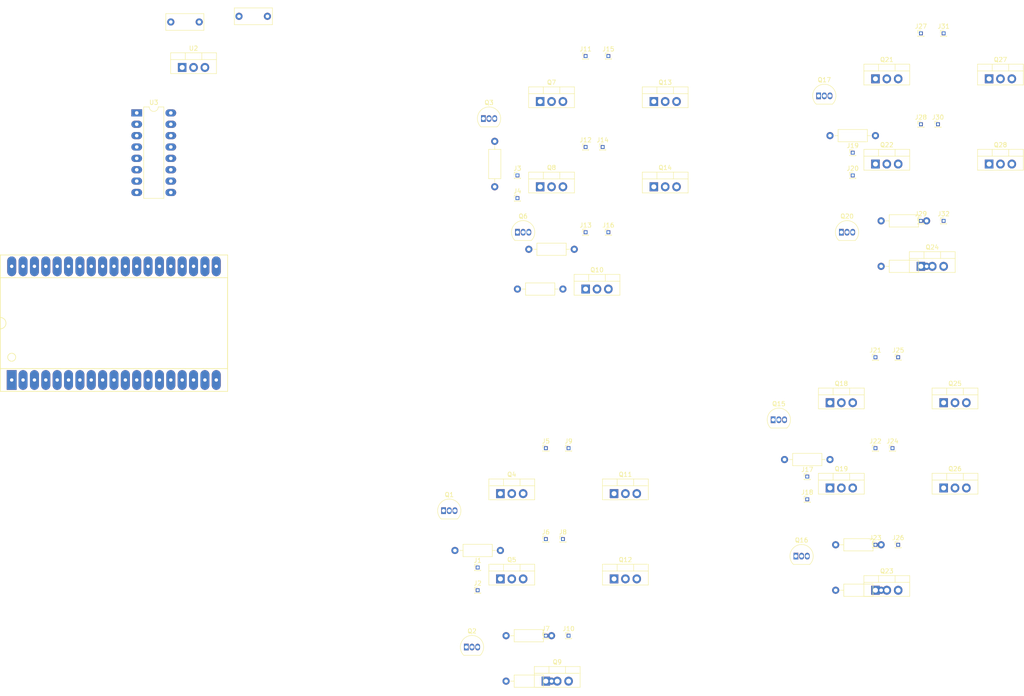
<source format=kicad_pcb>
(kicad_pcb (version 20171130) (host pcbnew "(5.1.0)-1")

  (general
    (thickness 1.6)
    (drawings 0)
    (tracks 0)
    (zones 0)
    (modules 77)
    (nets 96)
  )

  (page A4)
  (layers
    (0 F.Cu signal)
    (31 B.Cu signal)
    (32 B.Adhes user)
    (33 F.Adhes user)
    (34 B.Paste user)
    (35 F.Paste user)
    (36 B.SilkS user)
    (37 F.SilkS user)
    (38 B.Mask user)
    (39 F.Mask user)
    (40 Dwgs.User user)
    (41 Cmts.User user)
    (42 Eco1.User user)
    (43 Eco2.User user)
    (44 Edge.Cuts user)
    (45 Margin user)
    (46 B.CrtYd user)
    (47 F.CrtYd user)
    (48 B.Fab user)
    (49 F.Fab user)
  )

  (setup
    (last_trace_width 0.25)
    (trace_clearance 0.2)
    (zone_clearance 0.508)
    (zone_45_only no)
    (trace_min 0.2)
    (via_size 0.8)
    (via_drill 0.4)
    (via_min_size 0.4)
    (via_min_drill 0.3)
    (uvia_size 0.3)
    (uvia_drill 0.1)
    (uvias_allowed no)
    (uvia_min_size 0.2)
    (uvia_min_drill 0.1)
    (edge_width 0.05)
    (segment_width 0.2)
    (pcb_text_width 0.3)
    (pcb_text_size 1.5 1.5)
    (mod_edge_width 0.12)
    (mod_text_size 1 1)
    (mod_text_width 0.15)
    (pad_size 1.524 1.524)
    (pad_drill 0.762)
    (pad_to_mask_clearance 0.051)
    (solder_mask_min_width 0.25)
    (aux_axis_origin 0 0)
    (visible_elements 7FFFFFFF)
    (pcbplotparams
      (layerselection 0x010fc_ffffffff)
      (usegerberextensions false)
      (usegerberattributes false)
      (usegerberadvancedattributes false)
      (creategerberjobfile false)
      (excludeedgelayer true)
      (linewidth 0.100000)
      (plotframeref false)
      (viasonmask false)
      (mode 1)
      (useauxorigin false)
      (hpglpennumber 1)
      (hpglpenspeed 20)
      (hpglpendiameter 15.000000)
      (psnegative false)
      (psa4output false)
      (plotreference true)
      (plotvalue true)
      (plotinvisibletext false)
      (padsonsilk false)
      (subtractmaskfromsilk false)
      (outputformat 1)
      (mirror false)
      (drillshape 1)
      (scaleselection 1)
      (outputdirectory ""))
  )

  (net 0 "")
  (net 1 "Net-(C1-Pad1)")
  (net 2 GND)
  (net 3 VCC)
  (net 4 "Net-(J1-Pad1)")
  (net 5 "Net-(J2-Pad1)")
  (net 6 "Net-(J3-Pad1)")
  (net 7 "Net-(J4-Pad1)")
  (net 8 "Net-(J5-Pad1)")
  (net 9 "Net-(J6-Pad1)")
  (net 10 "Net-(J7-Pad1)")
  (net 11 "Net-(J8-Pad1)")
  (net 12 "Net-(J9-Pad1)")
  (net 13 "Net-(J10-Pad1)")
  (net 14 "Net-(J11-Pad1)")
  (net 15 "Net-(J12-Pad1)")
  (net 16 "Net-(J13-Pad1)")
  (net 17 "Net-(J14-Pad1)")
  (net 18 "Net-(J15-Pad1)")
  (net 19 "Net-(J16-Pad1)")
  (net 20 "Net-(J17-Pad1)")
  (net 21 "Net-(J18-Pad1)")
  (net 22 "Net-(J19-Pad1)")
  (net 23 "Net-(J20-Pad1)")
  (net 24 "Net-(J21-Pad1)")
  (net 25 "Net-(J22-Pad1)")
  (net 26 "Net-(J23-Pad1)")
  (net 27 "Net-(J24-Pad1)")
  (net 28 "Net-(J25-Pad1)")
  (net 29 "Net-(J26-Pad1)")
  (net 30 "Net-(J27-Pad1)")
  (net 31 "Net-(J28-Pad1)")
  (net 32 "Net-(J29-Pad1)")
  (net 33 "Net-(J30-Pad1)")
  (net 34 "Net-(J31-Pad1)")
  (net 35 "Net-(J32-Pad1)")
  (net 36 "Net-(Q1-Pad2)")
  (net 37 "Net-(Q1-Pad3)")
  (net 38 "Net-(Q2-Pad2)")
  (net 39 "Net-(Q2-Pad3)")
  (net 40 "Net-(Q3-Pad3)")
  (net 41 "Net-(Q3-Pad2)")
  (net 42 "Net-(Q6-Pad2)")
  (net 43 "Net-(Q6-Pad3)")
  (net 44 "Net-(Q15-Pad2)")
  (net 45 "Net-(Q15-Pad3)")
  (net 46 "Net-(Q16-Pad3)")
  (net 47 "Net-(Q16-Pad2)")
  (net 48 "Net-(Q17-Pad3)")
  (net 49 "Net-(Q17-Pad2)")
  (net 50 "Net-(Q20-Pad3)")
  (net 51 "Net-(Q20-Pad2)")
  (net 52 "Net-(U1-Pad1)")
  (net 53 "Net-(U1-Pad2)")
  (net 54 "Net-(U1-Pad3)")
  (net 55 "Net-(U1-Pad4)")
  (net 56 "Net-(U1-Pad5)")
  (net 57 "Net-(U1-Pad6)")
  (net 58 "Net-(U1-Pad7)")
  (net 59 "Net-(U1-Pad8)")
  (net 60 "Net-(U1-Pad9)")
  (net 61 "Net-(U1-Pad10)")
  (net 62 "Net-(U1-Pad11)")
  (net 63 "Net-(U1-Pad12)")
  (net 64 "Net-(U1-Pad13)")
  (net 65 "Net-(U1-Pad14)")
  (net 66 "Net-(U1-Pad15)")
  (net 67 "Net-(U1-Pad16)")
  (net 68 "Net-(U1-Pad17)")
  (net 69 "Net-(U1-Pad18)")
  (net 70 "Net-(U1-Pad20)")
  (net 71 "Net-(U1-Pad21)")
  (net 72 "Net-(U1-Pad22)")
  (net 73 "Net-(U1-Pad23)")
  (net 74 "Net-(U1-Pad24)")
  (net 75 "Net-(U1-Pad25)")
  (net 76 "Net-(U1-Pad26)")
  (net 77 "Net-(U1-Pad27)")
  (net 78 "Net-(R6-Pad1)")
  (net 79 "Net-(R12-Pad1)")
  (net 80 "Net-(R10-Pad1)")
  (net 81 "Net-(R4-Pad1)")
  (net 82 "Net-(U1-Pad32)")
  (net 83 "Net-(U1-Pad33)")
  (net 84 "Net-(Q12-Pad3)")
  (net 85 "Net-(Q5-Pad1)")
  (net 86 "Net-(Q10-Pad2)")
  (net 87 "Net-(Q8-Pad1)")
  (net 88 "Net-(Q9-Pad1)")
  (net 89 "Net-(Q10-Pad1)")
  (net 90 "Net-(Q19-Pad3)")
  (net 91 "Net-(Q19-Pad1)")
  (net 92 "Net-(Q22-Pad3)")
  (net 93 "Net-(Q22-Pad1)")
  (net 94 "Net-(Q23-Pad1)")
  (net 95 "Net-(Q24-Pad1)")

  (net_class Default "This is the default net class."
    (clearance 0.2)
    (trace_width 0.25)
    (via_dia 0.8)
    (via_drill 0.4)
    (uvia_dia 0.3)
    (uvia_drill 0.1)
    (add_net GND)
    (add_net "Net-(C1-Pad1)")
    (add_net "Net-(J1-Pad1)")
    (add_net "Net-(J10-Pad1)")
    (add_net "Net-(J11-Pad1)")
    (add_net "Net-(J12-Pad1)")
    (add_net "Net-(J13-Pad1)")
    (add_net "Net-(J14-Pad1)")
    (add_net "Net-(J15-Pad1)")
    (add_net "Net-(J16-Pad1)")
    (add_net "Net-(J17-Pad1)")
    (add_net "Net-(J18-Pad1)")
    (add_net "Net-(J19-Pad1)")
    (add_net "Net-(J2-Pad1)")
    (add_net "Net-(J20-Pad1)")
    (add_net "Net-(J21-Pad1)")
    (add_net "Net-(J22-Pad1)")
    (add_net "Net-(J23-Pad1)")
    (add_net "Net-(J24-Pad1)")
    (add_net "Net-(J25-Pad1)")
    (add_net "Net-(J26-Pad1)")
    (add_net "Net-(J27-Pad1)")
    (add_net "Net-(J28-Pad1)")
    (add_net "Net-(J29-Pad1)")
    (add_net "Net-(J3-Pad1)")
    (add_net "Net-(J30-Pad1)")
    (add_net "Net-(J31-Pad1)")
    (add_net "Net-(J32-Pad1)")
    (add_net "Net-(J4-Pad1)")
    (add_net "Net-(J5-Pad1)")
    (add_net "Net-(J6-Pad1)")
    (add_net "Net-(J7-Pad1)")
    (add_net "Net-(J8-Pad1)")
    (add_net "Net-(J9-Pad1)")
    (add_net "Net-(Q1-Pad2)")
    (add_net "Net-(Q1-Pad3)")
    (add_net "Net-(Q10-Pad1)")
    (add_net "Net-(Q10-Pad2)")
    (add_net "Net-(Q12-Pad3)")
    (add_net "Net-(Q15-Pad2)")
    (add_net "Net-(Q15-Pad3)")
    (add_net "Net-(Q16-Pad2)")
    (add_net "Net-(Q16-Pad3)")
    (add_net "Net-(Q17-Pad2)")
    (add_net "Net-(Q17-Pad3)")
    (add_net "Net-(Q19-Pad1)")
    (add_net "Net-(Q19-Pad3)")
    (add_net "Net-(Q2-Pad2)")
    (add_net "Net-(Q2-Pad3)")
    (add_net "Net-(Q20-Pad2)")
    (add_net "Net-(Q20-Pad3)")
    (add_net "Net-(Q22-Pad1)")
    (add_net "Net-(Q22-Pad3)")
    (add_net "Net-(Q23-Pad1)")
    (add_net "Net-(Q24-Pad1)")
    (add_net "Net-(Q3-Pad2)")
    (add_net "Net-(Q3-Pad3)")
    (add_net "Net-(Q5-Pad1)")
    (add_net "Net-(Q6-Pad2)")
    (add_net "Net-(Q6-Pad3)")
    (add_net "Net-(Q8-Pad1)")
    (add_net "Net-(Q9-Pad1)")
    (add_net "Net-(R10-Pad1)")
    (add_net "Net-(R12-Pad1)")
    (add_net "Net-(R4-Pad1)")
    (add_net "Net-(R6-Pad1)")
    (add_net "Net-(U1-Pad1)")
    (add_net "Net-(U1-Pad10)")
    (add_net "Net-(U1-Pad11)")
    (add_net "Net-(U1-Pad12)")
    (add_net "Net-(U1-Pad13)")
    (add_net "Net-(U1-Pad14)")
    (add_net "Net-(U1-Pad15)")
    (add_net "Net-(U1-Pad16)")
    (add_net "Net-(U1-Pad17)")
    (add_net "Net-(U1-Pad18)")
    (add_net "Net-(U1-Pad2)")
    (add_net "Net-(U1-Pad20)")
    (add_net "Net-(U1-Pad21)")
    (add_net "Net-(U1-Pad22)")
    (add_net "Net-(U1-Pad23)")
    (add_net "Net-(U1-Pad24)")
    (add_net "Net-(U1-Pad25)")
    (add_net "Net-(U1-Pad26)")
    (add_net "Net-(U1-Pad27)")
    (add_net "Net-(U1-Pad3)")
    (add_net "Net-(U1-Pad32)")
    (add_net "Net-(U1-Pad33)")
    (add_net "Net-(U1-Pad4)")
    (add_net "Net-(U1-Pad5)")
    (add_net "Net-(U1-Pad6)")
    (add_net "Net-(U1-Pad7)")
    (add_net "Net-(U1-Pad8)")
    (add_net "Net-(U1-Pad9)")
    (add_net VCC)
  )

  (module "Custom footprints:C_6.00mm" (layer F.Cu) (tedit 5CA6F9C5) (tstamp 5CA71857)
    (at 69.85 24.13)
    (descr "C, Rect series, Radial, pin pitch=2.50mm 5.00mm, , length*width=7*3.5mm^2, Capacitor")
    (tags "C Rect series Radial pin pitch 2.50mm 5.00mm  length 7mm width 3.5mm Capacitor")
    (path /5CA3E782)
    (fp_text reference C2 (at 2.54 -2.794) (layer F.SilkS) hide
      (effects (font (size 1 1) (thickness 0.15)))
    )
    (fp_text value C (at 2.54 2.794) (layer F.Fab)
      (effects (font (size 1 1) (thickness 0.15)))
    )
    (fp_text user %R (at 2.54 -2.794) (layer F.Fab) hide
      (effects (font (size 1 1) (thickness 0.15)))
    )
    (fp_line (start 7.52 -2) (end -1.25 -2) (layer F.CrtYd) (width 0.05))
    (fp_line (start 7.52 2) (end 7.52 -2) (layer F.CrtYd) (width 0.05))
    (fp_line (start -1.25 2) (end 7.52 2) (layer F.CrtYd) (width 0.05))
    (fp_line (start -1.25 -2) (end -1.25 2) (layer F.CrtYd) (width 0.05))
    (fp_line (start 7.39 -1.87) (end 7.39 1.87) (layer F.SilkS) (width 0.12))
    (fp_line (start -1.12 -1.87) (end -1.12 1.87) (layer F.SilkS) (width 0.12))
    (fp_line (start -1.12 1.87) (end 7.39 1.87) (layer F.SilkS) (width 0.12))
    (fp_line (start -1.12 -1.87) (end 7.39 -1.87) (layer F.SilkS) (width 0.12))
    (fp_line (start 7.27 -1.75) (end -1 -1.75) (layer F.Fab) (width 0.1))
    (fp_line (start 7.27 1.75) (end 7.27 -1.75) (layer F.Fab) (width 0.1))
    (fp_line (start -1 1.75) (end 7.27 1.75) (layer F.Fab) (width 0.1))
    (fp_line (start -1 -1.75) (end -1 1.75) (layer F.Fab) (width 0.1))
    (pad 2 thru_hole circle (at 6.35 0) (size 1.6 1.6) (drill 0.8) (layers *.Cu *.Mask)
      (net 2 GND))
    (pad 1 thru_hole circle (at 0 0) (size 1.6 1.6) (drill 0.8) (layers *.Cu *.Mask)
      (net 3 VCC))
    (model ${KISYS3DMOD}/Capacitor_THT.3dshapes/C_Rect_L7.0mm_W3.5mm_P2.50mm_P5.00mm.wrl
      (at (xyz 0 0 0))
      (scale (xyz 1 1 1))
      (rotate (xyz 0 0 0))
    )
  )

  (module "Custom footprints:C_6.00mm" (layer F.Cu) (tedit 5CA6F9C5) (tstamp 5CA71842)
    (at 91.44 22.86 180)
    (descr "C, Rect series, Radial, pin pitch=2.50mm 5.00mm, , length*width=7*3.5mm^2, Capacitor")
    (tags "C Rect series Radial pin pitch 2.50mm 5.00mm  length 7mm width 3.5mm Capacitor")
    (path /5CA3FF12)
    (fp_text reference C1 (at 2.54 -2.794 180) (layer F.SilkS) hide
      (effects (font (size 1 1) (thickness 0.15)))
    )
    (fp_text value C (at 2.54 2.794 180) (layer F.Fab)
      (effects (font (size 1 1) (thickness 0.15)))
    )
    (fp_text user %R (at 2.54 -2.794 180) (layer F.Fab) hide
      (effects (font (size 1 1) (thickness 0.15)))
    )
    (fp_line (start 7.52 -2) (end -1.25 -2) (layer F.CrtYd) (width 0.05))
    (fp_line (start 7.52 2) (end 7.52 -2) (layer F.CrtYd) (width 0.05))
    (fp_line (start -1.25 2) (end 7.52 2) (layer F.CrtYd) (width 0.05))
    (fp_line (start -1.25 -2) (end -1.25 2) (layer F.CrtYd) (width 0.05))
    (fp_line (start 7.39 -1.87) (end 7.39 1.87) (layer F.SilkS) (width 0.12))
    (fp_line (start -1.12 -1.87) (end -1.12 1.87) (layer F.SilkS) (width 0.12))
    (fp_line (start -1.12 1.87) (end 7.39 1.87) (layer F.SilkS) (width 0.12))
    (fp_line (start -1.12 -1.87) (end 7.39 -1.87) (layer F.SilkS) (width 0.12))
    (fp_line (start 7.27 -1.75) (end -1 -1.75) (layer F.Fab) (width 0.1))
    (fp_line (start 7.27 1.75) (end 7.27 -1.75) (layer F.Fab) (width 0.1))
    (fp_line (start -1 1.75) (end 7.27 1.75) (layer F.Fab) (width 0.1))
    (fp_line (start -1 -1.75) (end -1 1.75) (layer F.Fab) (width 0.1))
    (pad 2 thru_hole circle (at 6.35 0 180) (size 1.6 1.6) (drill 0.8) (layers *.Cu *.Mask)
      (net 2 GND))
    (pad 1 thru_hole circle (at 0 0 180) (size 1.6 1.6) (drill 0.8) (layers *.Cu *.Mask)
      (net 1 "Net-(C1-Pad1)"))
    (model ${KISYS3DMOD}/Capacitor_THT.3dshapes/C_Rect_L7.0mm_W3.5mm_P2.50mm_P5.00mm.wrl
      (at (xyz 0 0 0))
      (scale (xyz 1 1 1))
      (rotate (xyz 0 0 0))
    )
  )

  (module Package_DIP:DIP-16_W7.62mm_LongPads (layer F.Cu) (tedit 5A02E8C5) (tstamp 5CA71F34)
    (at 62.23 44.45)
    (descr "16-lead though-hole mounted DIP package, row spacing 7.62 mm (300 mils), LongPads")
    (tags "THT DIP DIL PDIP 2.54mm 7.62mm 300mil LongPads")
    (path /5CB515E3)
    (fp_text reference U3 (at 3.81 -2.33) (layer F.SilkS)
      (effects (font (size 1 1) (thickness 0.15)))
    )
    (fp_text value 4049 (at 3.81 20.11) (layer F.Fab)
      (effects (font (size 1 1) (thickness 0.15)))
    )
    (fp_text user %R (at 3.81 8.89) (layer F.Fab)
      (effects (font (size 1 1) (thickness 0.15)))
    )
    (fp_line (start 9.1 -1.55) (end -1.45 -1.55) (layer F.CrtYd) (width 0.05))
    (fp_line (start 9.1 19.3) (end 9.1 -1.55) (layer F.CrtYd) (width 0.05))
    (fp_line (start -1.45 19.3) (end 9.1 19.3) (layer F.CrtYd) (width 0.05))
    (fp_line (start -1.45 -1.55) (end -1.45 19.3) (layer F.CrtYd) (width 0.05))
    (fp_line (start 6.06 -1.33) (end 4.81 -1.33) (layer F.SilkS) (width 0.12))
    (fp_line (start 6.06 19.11) (end 6.06 -1.33) (layer F.SilkS) (width 0.12))
    (fp_line (start 1.56 19.11) (end 6.06 19.11) (layer F.SilkS) (width 0.12))
    (fp_line (start 1.56 -1.33) (end 1.56 19.11) (layer F.SilkS) (width 0.12))
    (fp_line (start 2.81 -1.33) (end 1.56 -1.33) (layer F.SilkS) (width 0.12))
    (fp_line (start 0.635 -0.27) (end 1.635 -1.27) (layer F.Fab) (width 0.1))
    (fp_line (start 0.635 19.05) (end 0.635 -0.27) (layer F.Fab) (width 0.1))
    (fp_line (start 6.985 19.05) (end 0.635 19.05) (layer F.Fab) (width 0.1))
    (fp_line (start 6.985 -1.27) (end 6.985 19.05) (layer F.Fab) (width 0.1))
    (fp_line (start 1.635 -1.27) (end 6.985 -1.27) (layer F.Fab) (width 0.1))
    (fp_arc (start 3.81 -1.33) (end 2.81 -1.33) (angle -180) (layer F.SilkS) (width 0.12))
    (pad 16 thru_hole oval (at 7.62 0) (size 2.4 1.6) (drill 0.8) (layers *.Cu *.Mask))
    (pad 8 thru_hole oval (at 0 17.78) (size 2.4 1.6) (drill 0.8) (layers *.Cu *.Mask))
    (pad 15 thru_hole oval (at 7.62 2.54) (size 2.4 1.6) (drill 0.8) (layers *.Cu *.Mask))
    (pad 7 thru_hole oval (at 0 15.24) (size 2.4 1.6) (drill 0.8) (layers *.Cu *.Mask))
    (pad 14 thru_hole oval (at 7.62 5.08) (size 2.4 1.6) (drill 0.8) (layers *.Cu *.Mask))
    (pad 6 thru_hole oval (at 0 12.7) (size 2.4 1.6) (drill 0.8) (layers *.Cu *.Mask))
    (pad 13 thru_hole oval (at 7.62 7.62) (size 2.4 1.6) (drill 0.8) (layers *.Cu *.Mask))
    (pad 5 thru_hole oval (at 0 10.16) (size 2.4 1.6) (drill 0.8) (layers *.Cu *.Mask)
      (net 44 "Net-(Q15-Pad2)"))
    (pad 12 thru_hole oval (at 7.62 10.16) (size 2.4 1.6) (drill 0.8) (layers *.Cu *.Mask)
      (net 42 "Net-(Q6-Pad2)"))
    (pad 4 thru_hole oval (at 0 7.62) (size 2.4 1.6) (drill 0.8) (layers *.Cu *.Mask)
      (net 47 "Net-(Q16-Pad2)"))
    (pad 11 thru_hole oval (at 7.62 12.7) (size 2.4 1.6) (drill 0.8) (layers *.Cu *.Mask)
      (net 41 "Net-(Q3-Pad2)"))
    (pad 3 thru_hole oval (at 0 5.08) (size 2.4 1.6) (drill 0.8) (layers *.Cu *.Mask)
      (net 36 "Net-(Q1-Pad2)"))
    (pad 10 thru_hole oval (at 7.62 15.24) (size 2.4 1.6) (drill 0.8) (layers *.Cu *.Mask)
      (net 51 "Net-(Q20-Pad2)"))
    (pad 2 thru_hole oval (at 0 2.54) (size 2.4 1.6) (drill 0.8) (layers *.Cu *.Mask)
      (net 38 "Net-(Q2-Pad2)"))
    (pad 9 thru_hole oval (at 7.62 17.78) (size 2.4 1.6) (drill 0.8) (layers *.Cu *.Mask)
      (net 49 "Net-(Q17-Pad2)"))
    (pad 1 thru_hole rect (at 0 0) (size 2.4 1.6) (drill 0.8) (layers *.Cu *.Mask))
    (model ${KISYS3DMOD}/Package_DIP.3dshapes/DIP-16_W7.62mm.wrl
      (at (xyz 0 0 0))
      (scale (xyz 1 1 1))
      (rotate (xyz 0 0 0))
    )
  )

  (module Package_TO_SOT_THT:TO-220-3_Vertical (layer F.Cu) (tedit 5AC8BA0D) (tstamp 5CA71F10)
    (at 72.39 34.29)
    (descr "TO-220-3, Vertical, RM 2.54mm, see https://www.vishay.com/docs/66542/to-220-1.pdf")
    (tags "TO-220-3 Vertical RM 2.54mm")
    (path /5CA3A1F0)
    (fp_text reference U2 (at 2.54 -4.27) (layer F.SilkS)
      (effects (font (size 1 1) (thickness 0.15)))
    )
    (fp_text value LM7805_TO220 (at 2.54 2.5) (layer F.Fab)
      (effects (font (size 1 1) (thickness 0.15)))
    )
    (fp_text user %R (at 2.54 -4.27) (layer F.Fab)
      (effects (font (size 1 1) (thickness 0.15)))
    )
    (fp_line (start 7.79 -3.4) (end -2.71 -3.4) (layer F.CrtYd) (width 0.05))
    (fp_line (start 7.79 1.51) (end 7.79 -3.4) (layer F.CrtYd) (width 0.05))
    (fp_line (start -2.71 1.51) (end 7.79 1.51) (layer F.CrtYd) (width 0.05))
    (fp_line (start -2.71 -3.4) (end -2.71 1.51) (layer F.CrtYd) (width 0.05))
    (fp_line (start 4.391 -3.27) (end 4.391 -1.76) (layer F.SilkS) (width 0.12))
    (fp_line (start 0.69 -3.27) (end 0.69 -1.76) (layer F.SilkS) (width 0.12))
    (fp_line (start -2.58 -1.76) (end 7.66 -1.76) (layer F.SilkS) (width 0.12))
    (fp_line (start 7.66 -3.27) (end 7.66 1.371) (layer F.SilkS) (width 0.12))
    (fp_line (start -2.58 -3.27) (end -2.58 1.371) (layer F.SilkS) (width 0.12))
    (fp_line (start -2.58 1.371) (end 7.66 1.371) (layer F.SilkS) (width 0.12))
    (fp_line (start -2.58 -3.27) (end 7.66 -3.27) (layer F.SilkS) (width 0.12))
    (fp_line (start 4.39 -3.15) (end 4.39 -1.88) (layer F.Fab) (width 0.1))
    (fp_line (start 0.69 -3.15) (end 0.69 -1.88) (layer F.Fab) (width 0.1))
    (fp_line (start -2.46 -1.88) (end 7.54 -1.88) (layer F.Fab) (width 0.1))
    (fp_line (start 7.54 -3.15) (end -2.46 -3.15) (layer F.Fab) (width 0.1))
    (fp_line (start 7.54 1.25) (end 7.54 -3.15) (layer F.Fab) (width 0.1))
    (fp_line (start -2.46 1.25) (end 7.54 1.25) (layer F.Fab) (width 0.1))
    (fp_line (start -2.46 -3.15) (end -2.46 1.25) (layer F.Fab) (width 0.1))
    (pad 3 thru_hole oval (at 5.08 0) (size 1.905 2) (drill 1.1) (layers *.Cu *.Mask)
      (net 1 "Net-(C1-Pad1)"))
    (pad 2 thru_hole oval (at 2.54 0) (size 1.905 2) (drill 1.1) (layers *.Cu *.Mask)
      (net 2 GND))
    (pad 1 thru_hole rect (at 0 0) (size 1.905 2) (drill 1.1) (layers *.Cu *.Mask)
      (net 3 VCC))
    (model ${KISYS3DMOD}/Package_TO_SOT_THT.3dshapes/TO-220-3_Vertical.wrl
      (at (xyz 0 0 0))
      (scale (xyz 1 1 1))
      (rotate (xyz 0 0 0))
    )
  )

  (module "footprints otg:ESP32_mcu" (layer F.Cu) (tedit 5C5C9044) (tstamp 5CA71EF6)
    (at 54.61 91.44)
    (path /5C9DC679)
    (fp_text reference U1 (at 0 8.89) (layer F.SilkS) hide
      (effects (font (size 1 1) (thickness 0.15)))
    )
    (fp_text value esp32 (at 1.27 -8.255) (layer F.Fab)
      (effects (font (size 1 1) (thickness 0.15)))
    )
    (fp_arc (start -22.86 0) (end -22.86 1.27) (angle -180) (layer F.SilkS) (width 0.15))
    (fp_circle (center -20.32 7.62) (end -20.955 8.255) (layer F.SilkS) (width 0.15))
    (fp_line (start 27.94 10.16) (end -22.86 10.16) (layer F.SilkS) (width 0.15))
    (fp_line (start 27.94 -10.16) (end 27.94 10.16) (layer F.SilkS) (width 0.15))
    (fp_line (start -22.86 -10.16) (end 27.94 -10.16) (layer F.SilkS) (width 0.15))
    (fp_line (start -22.86 15.24) (end -22.86 -15.24) (layer F.SilkS) (width 0.15))
    (fp_line (start 27.94 15.24) (end -22.86 15.24) (layer F.SilkS) (width 0.15))
    (fp_line (start 27.94 -15.24) (end 27.94 15.24) (layer F.SilkS) (width 0.15))
    (fp_line (start -22.86 -15.24) (end 27.94 -15.24) (layer F.SilkS) (width 0.15))
    (pad 38 thru_hole oval (at -20.32 -12.7 90) (size 4.4 2) (drill 0.762) (layers *.Cu *.Mask)
      (net 2 GND))
    (pad 37 thru_hole oval (at -17.78 -12.7 90) (size 4.4 2) (drill 0.762) (layers *.Cu *.Mask)
      (net 36 "Net-(Q1-Pad2)"))
    (pad 36 thru_hole oval (at -15.24 -12.7 90) (size 4.4 2) (drill 0.762) (layers *.Cu *.Mask)
      (net 44 "Net-(Q15-Pad2)"))
    (pad 35 thru_hole oval (at -12.7 -12.7 90) (size 4.4 2) (drill 0.762) (layers *.Cu *.Mask)
      (net 41 "Net-(Q3-Pad2)"))
    (pad 34 thru_hole oval (at -10.16 -12.7 90) (size 4.4 2) (drill 0.762) (layers *.Cu *.Mask)
      (net 49 "Net-(Q17-Pad2)"))
    (pad 33 thru_hole oval (at -7.62 -12.7 90) (size 4.4 2) (drill 0.762) (layers *.Cu *.Mask)
      (net 83 "Net-(U1-Pad33)"))
    (pad 32 thru_hole oval (at -5.08 -12.7 90) (size 4.4 2) (drill 0.762) (layers *.Cu *.Mask)
      (net 82 "Net-(U1-Pad32)"))
    (pad 31 thru_hole oval (at -2.54 -12.7 90) (size 4.4 2) (drill 0.762) (layers *.Cu *.Mask)
      (net 81 "Net-(R4-Pad1)"))
    (pad 30 thru_hole oval (at 0 -12.7 90) (size 4.4 2) (drill 0.762) (layers *.Cu *.Mask)
      (net 80 "Net-(R10-Pad1)"))
    (pad 29 thru_hole oval (at 2.54 -12.7 90) (size 4.4 2) (drill 0.762) (layers *.Cu *.Mask)
      (net 79 "Net-(R12-Pad1)"))
    (pad 28 thru_hole oval (at 5.08 -12.7 90) (size 4.4 2) (drill 0.762) (layers *.Cu *.Mask)
      (net 78 "Net-(R6-Pad1)"))
    (pad 27 thru_hole oval (at 7.62 -12.7 90) (size 4.4 2) (drill 0.762) (layers *.Cu *.Mask)
      (net 77 "Net-(U1-Pad27)"))
    (pad 26 thru_hole oval (at 10.16 -12.7 90) (size 4.4 2) (drill 0.762) (layers *.Cu *.Mask)
      (net 76 "Net-(U1-Pad26)"))
    (pad 25 thru_hole oval (at 12.7 -12.7 90) (size 4.4 2) (drill 0.762) (layers *.Cu *.Mask)
      (net 75 "Net-(U1-Pad25)"))
    (pad 24 thru_hole oval (at 15.24 -12.7 90) (size 4.4 2) (drill 0.762) (layers *.Cu *.Mask)
      (net 74 "Net-(U1-Pad24)"))
    (pad 23 thru_hole oval (at 17.78 -12.7 90) (size 4.4 2) (drill 0.762) (layers *.Cu *.Mask)
      (net 73 "Net-(U1-Pad23)"))
    (pad 22 thru_hole oval (at 20.32 -12.7 90) (size 4.4 2) (drill 0.762) (layers *.Cu *.Mask)
      (net 72 "Net-(U1-Pad22)"))
    (pad 21 thru_hole oval (at 22.86 -12.7 90) (size 4.4 2) (drill 0.762) (layers *.Cu *.Mask)
      (net 71 "Net-(U1-Pad21)"))
    (pad 20 thru_hole oval (at 25.4 -12.7 90) (size 4.4 2) (drill 0.762) (layers *.Cu *.Mask)
      (net 70 "Net-(U1-Pad20)"))
    (pad 19 thru_hole oval (at 25.4 12.7 90) (size 4.4 2) (drill 0.762) (layers *.Cu *.Mask)
      (net 1 "Net-(C1-Pad1)"))
    (pad 18 thru_hole oval (at 22.86 12.7 90) (size 4.4 2) (drill 0.762) (layers *.Cu *.Mask)
      (net 69 "Net-(U1-Pad18)"))
    (pad 17 thru_hole oval (at 20.32 12.7 90) (size 4.4 2) (drill 0.762) (layers *.Cu *.Mask)
      (net 68 "Net-(U1-Pad17)"))
    (pad 16 thru_hole oval (at 17.78 12.7 90) (size 4.4 2) (drill 0.762) (layers *.Cu *.Mask)
      (net 67 "Net-(U1-Pad16)"))
    (pad 15 thru_hole oval (at 15.24 12.7 90) (size 4.4 2) (drill 0.762) (layers *.Cu *.Mask)
      (net 66 "Net-(U1-Pad15)"))
    (pad 14 thru_hole oval (at 12.7 12.7 90) (size 4.4 2) (drill 0.762) (layers *.Cu *.Mask)
      (net 65 "Net-(U1-Pad14)"))
    (pad 13 thru_hole oval (at 10.16 12.7 90) (size 4.4 2) (drill 0.762) (layers *.Cu *.Mask)
      (net 64 "Net-(U1-Pad13)"))
    (pad 12 thru_hole oval (at 7.62 12.7 90) (size 4.4 2) (drill 0.762) (layers *.Cu *.Mask)
      (net 63 "Net-(U1-Pad12)"))
    (pad 11 thru_hole oval (at 5.08 12.7 90) (size 4.4 2) (drill 0.762) (layers *.Cu *.Mask)
      (net 62 "Net-(U1-Pad11)"))
    (pad 10 thru_hole oval (at 2.54 12.7 90) (size 4.4 2) (drill 0.762) (layers *.Cu *.Mask)
      (net 61 "Net-(U1-Pad10)"))
    (pad 9 thru_hole oval (at 0 12.7 90) (size 4.4 2) (drill 0.762) (layers *.Cu *.Mask)
      (net 60 "Net-(U1-Pad9)"))
    (pad 8 thru_hole oval (at -2.54 12.7 90) (size 4.4 2) (drill 0.762) (layers *.Cu *.Mask)
      (net 59 "Net-(U1-Pad8)"))
    (pad 7 thru_hole oval (at -5.08 12.7 90) (size 4.4 2) (drill 0.762) (layers *.Cu *.Mask)
      (net 58 "Net-(U1-Pad7)"))
    (pad 6 thru_hole oval (at -7.62 12.7 90) (size 4.4 2) (drill 0.762) (layers *.Cu *.Mask)
      (net 57 "Net-(U1-Pad6)"))
    (pad 5 thru_hole oval (at -10.16 12.7 90) (size 4.4 2) (drill 0.762) (layers *.Cu *.Mask)
      (net 56 "Net-(U1-Pad5)"))
    (pad 4 thru_hole oval (at -12.7 12.7 90) (size 4.4 2) (drill 0.762) (layers *.Cu *.Mask)
      (net 55 "Net-(U1-Pad4)"))
    (pad 3 thru_hole oval (at -15.24 12.7 90) (size 4.4 2) (drill 0.762) (layers *.Cu *.Mask)
      (net 54 "Net-(U1-Pad3)"))
    (pad 2 thru_hole oval (at -17.78 12.7 90) (size 4.4 2) (drill 0.762) (layers *.Cu *.Mask)
      (net 53 "Net-(U1-Pad2)"))
    (pad 1 thru_hole rect (at -20.32 12.7) (size 2.2 4.4) (drill 0.762) (layers *.Cu *.Mask)
      (net 52 "Net-(U1-Pad1)"))
  )

  (module "footprints otg:R_vandret" (layer F.Cu) (tedit 5C5C999A) (tstamp 5CA71EC3)
    (at 228.6 78.74)
    (descr "Resistor, Axial_DIN0207 series, Axial, Horizontal, pin pitch=10.16mm, 0.25W = 1/4W, length*diameter=6.3*2.5mm^2, http://cdn-reichelt.de/documents/datenblatt/B400/1_4W%23YAG.pdf")
    (tags "Resistor Axial_DIN0207 series Axial Horizontal pin pitch 10.16mm 0.25W = 1/4W length 6.3mm diameter 2.5mm")
    (path /5CB3113B)
    (fp_text reference R12 (at 5.08 -2.286) (layer F.SilkS) hide
      (effects (font (size 1 1) (thickness 0.15)))
    )
    (fp_text value R (at 5.08 2.286) (layer F.Fab)
      (effects (font (size 1 1) (thickness 0.15)))
    )
    (fp_text user %R (at 5.08 -2.286) (layer F.Fab) hide
      (effects (font (size 1 1) (thickness 0.15)))
    )
    (fp_line (start 11.21 -1.5) (end -1.05 -1.5) (layer F.CrtYd) (width 0.05))
    (fp_line (start 11.21 1.5) (end 11.21 -1.5) (layer F.CrtYd) (width 0.05))
    (fp_line (start -1.05 1.5) (end 11.21 1.5) (layer F.CrtYd) (width 0.05))
    (fp_line (start -1.05 -1.5) (end -1.05 1.5) (layer F.CrtYd) (width 0.05))
    (fp_line (start 9.12 0) (end 8.35 0) (layer F.SilkS) (width 0.12))
    (fp_line (start 1.04 0) (end 1.81 0) (layer F.SilkS) (width 0.12))
    (fp_line (start 8.35 -1.37) (end 1.81 -1.37) (layer F.SilkS) (width 0.12))
    (fp_line (start 8.35 1.37) (end 8.35 -1.37) (layer F.SilkS) (width 0.12))
    (fp_line (start 1.81 1.37) (end 8.35 1.37) (layer F.SilkS) (width 0.12))
    (fp_line (start 1.81 -1.37) (end 1.81 1.37) (layer F.SilkS) (width 0.12))
    (fp_line (start 10.16 0) (end 8.23 0) (layer F.Fab) (width 0.1))
    (fp_line (start 0 0) (end 1.93 0) (layer F.Fab) (width 0.1))
    (fp_line (start 8.23 -1.25) (end 1.93 -1.25) (layer F.Fab) (width 0.1))
    (fp_line (start 8.23 1.25) (end 8.23 -1.25) (layer F.Fab) (width 0.1))
    (fp_line (start 1.93 1.25) (end 8.23 1.25) (layer F.Fab) (width 0.1))
    (fp_line (start 1.93 -1.25) (end 1.93 1.25) (layer F.Fab) (width 0.1))
    (pad 2 thru_hole oval (at 10.16 0) (size 1.6 1.6) (drill 0.8) (layers *.Cu *.Mask)
      (net 95 "Net-(Q24-Pad1)"))
    (pad 1 thru_hole circle (at 0 0) (size 1.6 1.6) (drill 0.8) (layers *.Cu *.Mask)
      (net 79 "Net-(R12-Pad1)"))
    (model ${KISYS3DMOD}/Resistor_THT.3dshapes/R_Axial_DIN0207_L6.3mm_D2.5mm_P10.16mm_Horizontal.wrl
      (at (xyz 0 0 0))
      (scale (xyz 1 1 1))
      (rotate (xyz 0 0 0))
    )
  )

  (module "footprints otg:R_vandret" (layer F.Cu) (tedit 5C5C999A) (tstamp 5CA71EAC)
    (at 228.6 68.58)
    (descr "Resistor, Axial_DIN0207 series, Axial, Horizontal, pin pitch=10.16mm, 0.25W = 1/4W, length*diameter=6.3*2.5mm^2, http://cdn-reichelt.de/documents/datenblatt/B400/1_4W%23YAG.pdf")
    (tags "Resistor Axial_DIN0207 series Axial Horizontal pin pitch 10.16mm 0.25W = 1/4W length 6.3mm diameter 2.5mm")
    (path /5CB31109)
    (fp_text reference R11 (at 5.08 -2.286) (layer F.SilkS) hide
      (effects (font (size 1 1) (thickness 0.15)))
    )
    (fp_text value R (at 5.08 2.286) (layer F.Fab)
      (effects (font (size 1 1) (thickness 0.15)))
    )
    (fp_text user %R (at 5.08 -2.286) (layer F.Fab) hide
      (effects (font (size 1 1) (thickness 0.15)))
    )
    (fp_line (start 11.21 -1.5) (end -1.05 -1.5) (layer F.CrtYd) (width 0.05))
    (fp_line (start 11.21 1.5) (end 11.21 -1.5) (layer F.CrtYd) (width 0.05))
    (fp_line (start -1.05 1.5) (end 11.21 1.5) (layer F.CrtYd) (width 0.05))
    (fp_line (start -1.05 -1.5) (end -1.05 1.5) (layer F.CrtYd) (width 0.05))
    (fp_line (start 9.12 0) (end 8.35 0) (layer F.SilkS) (width 0.12))
    (fp_line (start 1.04 0) (end 1.81 0) (layer F.SilkS) (width 0.12))
    (fp_line (start 8.35 -1.37) (end 1.81 -1.37) (layer F.SilkS) (width 0.12))
    (fp_line (start 8.35 1.37) (end 8.35 -1.37) (layer F.SilkS) (width 0.12))
    (fp_line (start 1.81 1.37) (end 8.35 1.37) (layer F.SilkS) (width 0.12))
    (fp_line (start 1.81 -1.37) (end 1.81 1.37) (layer F.SilkS) (width 0.12))
    (fp_line (start 10.16 0) (end 8.23 0) (layer F.Fab) (width 0.1))
    (fp_line (start 0 0) (end 1.93 0) (layer F.Fab) (width 0.1))
    (fp_line (start 8.23 -1.25) (end 1.93 -1.25) (layer F.Fab) (width 0.1))
    (fp_line (start 8.23 1.25) (end 8.23 -1.25) (layer F.Fab) (width 0.1))
    (fp_line (start 1.93 1.25) (end 8.23 1.25) (layer F.Fab) (width 0.1))
    (fp_line (start 1.93 -1.25) (end 1.93 1.25) (layer F.Fab) (width 0.1))
    (pad 2 thru_hole oval (at 10.16 0) (size 1.6 1.6) (drill 0.8) (layers *.Cu *.Mask)
      (net 32 "Net-(J29-Pad1)"))
    (pad 1 thru_hole circle (at 0 0) (size 1.6 1.6) (drill 0.8) (layers *.Cu *.Mask)
      (net 50 "Net-(Q20-Pad3)"))
    (model ${KISYS3DMOD}/Resistor_THT.3dshapes/R_Axial_DIN0207_L6.3mm_D2.5mm_P10.16mm_Horizontal.wrl
      (at (xyz 0 0 0))
      (scale (xyz 1 1 1))
      (rotate (xyz 0 0 0))
    )
  )

  (module "footprints otg:R_vandret" (layer F.Cu) (tedit 5C5C999A) (tstamp 5CA71E95)
    (at 218.44 151.13)
    (descr "Resistor, Axial_DIN0207 series, Axial, Horizontal, pin pitch=10.16mm, 0.25W = 1/4W, length*diameter=6.3*2.5mm^2, http://cdn-reichelt.de/documents/datenblatt/B400/1_4W%23YAG.pdf")
    (tags "Resistor Axial_DIN0207 series Axial Horizontal pin pitch 10.16mm 0.25W = 1/4W length 6.3mm diameter 2.5mm")
    (path /5CB51627)
    (fp_text reference R10 (at 5.08 -2.286) (layer F.SilkS) hide
      (effects (font (size 1 1) (thickness 0.15)))
    )
    (fp_text value R (at 5.08 2.286) (layer F.Fab)
      (effects (font (size 1 1) (thickness 0.15)))
    )
    (fp_text user %R (at 5.08 -2.286) (layer F.Fab) hide
      (effects (font (size 1 1) (thickness 0.15)))
    )
    (fp_line (start 11.21 -1.5) (end -1.05 -1.5) (layer F.CrtYd) (width 0.05))
    (fp_line (start 11.21 1.5) (end 11.21 -1.5) (layer F.CrtYd) (width 0.05))
    (fp_line (start -1.05 1.5) (end 11.21 1.5) (layer F.CrtYd) (width 0.05))
    (fp_line (start -1.05 -1.5) (end -1.05 1.5) (layer F.CrtYd) (width 0.05))
    (fp_line (start 9.12 0) (end 8.35 0) (layer F.SilkS) (width 0.12))
    (fp_line (start 1.04 0) (end 1.81 0) (layer F.SilkS) (width 0.12))
    (fp_line (start 8.35 -1.37) (end 1.81 -1.37) (layer F.SilkS) (width 0.12))
    (fp_line (start 8.35 1.37) (end 8.35 -1.37) (layer F.SilkS) (width 0.12))
    (fp_line (start 1.81 1.37) (end 8.35 1.37) (layer F.SilkS) (width 0.12))
    (fp_line (start 1.81 -1.37) (end 1.81 1.37) (layer F.SilkS) (width 0.12))
    (fp_line (start 10.16 0) (end 8.23 0) (layer F.Fab) (width 0.1))
    (fp_line (start 0 0) (end 1.93 0) (layer F.Fab) (width 0.1))
    (fp_line (start 8.23 -1.25) (end 1.93 -1.25) (layer F.Fab) (width 0.1))
    (fp_line (start 8.23 1.25) (end 8.23 -1.25) (layer F.Fab) (width 0.1))
    (fp_line (start 1.93 1.25) (end 8.23 1.25) (layer F.Fab) (width 0.1))
    (fp_line (start 1.93 -1.25) (end 1.93 1.25) (layer F.Fab) (width 0.1))
    (pad 2 thru_hole oval (at 10.16 0) (size 1.6 1.6) (drill 0.8) (layers *.Cu *.Mask)
      (net 94 "Net-(Q23-Pad1)"))
    (pad 1 thru_hole circle (at 0 0) (size 1.6 1.6) (drill 0.8) (layers *.Cu *.Mask)
      (net 80 "Net-(R10-Pad1)"))
    (model ${KISYS3DMOD}/Resistor_THT.3dshapes/R_Axial_DIN0207_L6.3mm_D2.5mm_P10.16mm_Horizontal.wrl
      (at (xyz 0 0 0))
      (scale (xyz 1 1 1))
      (rotate (xyz 0 0 0))
    )
  )

  (module "footprints otg:R_vandret" (layer F.Cu) (tedit 5C5C999A) (tstamp 5CA71E7E)
    (at 218.44 140.97)
    (descr "Resistor, Axial_DIN0207 series, Axial, Horizontal, pin pitch=10.16mm, 0.25W = 1/4W, length*diameter=6.3*2.5mm^2, http://cdn-reichelt.de/documents/datenblatt/B400/1_4W%23YAG.pdf")
    (tags "Resistor Axial_DIN0207 series Axial Horizontal pin pitch 10.16mm 0.25W = 1/4W length 6.3mm diameter 2.5mm")
    (path /5CB515F5)
    (fp_text reference R9 (at 5.08 -2.286) (layer F.SilkS) hide
      (effects (font (size 1 1) (thickness 0.15)))
    )
    (fp_text value R (at 5.08 2.286) (layer F.Fab)
      (effects (font (size 1 1) (thickness 0.15)))
    )
    (fp_text user %R (at 5.08 -2.286) (layer F.Fab) hide
      (effects (font (size 1 1) (thickness 0.15)))
    )
    (fp_line (start 11.21 -1.5) (end -1.05 -1.5) (layer F.CrtYd) (width 0.05))
    (fp_line (start 11.21 1.5) (end 11.21 -1.5) (layer F.CrtYd) (width 0.05))
    (fp_line (start -1.05 1.5) (end 11.21 1.5) (layer F.CrtYd) (width 0.05))
    (fp_line (start -1.05 -1.5) (end -1.05 1.5) (layer F.CrtYd) (width 0.05))
    (fp_line (start 9.12 0) (end 8.35 0) (layer F.SilkS) (width 0.12))
    (fp_line (start 1.04 0) (end 1.81 0) (layer F.SilkS) (width 0.12))
    (fp_line (start 8.35 -1.37) (end 1.81 -1.37) (layer F.SilkS) (width 0.12))
    (fp_line (start 8.35 1.37) (end 8.35 -1.37) (layer F.SilkS) (width 0.12))
    (fp_line (start 1.81 1.37) (end 8.35 1.37) (layer F.SilkS) (width 0.12))
    (fp_line (start 1.81 -1.37) (end 1.81 1.37) (layer F.SilkS) (width 0.12))
    (fp_line (start 10.16 0) (end 8.23 0) (layer F.Fab) (width 0.1))
    (fp_line (start 0 0) (end 1.93 0) (layer F.Fab) (width 0.1))
    (fp_line (start 8.23 -1.25) (end 1.93 -1.25) (layer F.Fab) (width 0.1))
    (fp_line (start 8.23 1.25) (end 8.23 -1.25) (layer F.Fab) (width 0.1))
    (fp_line (start 1.93 1.25) (end 8.23 1.25) (layer F.Fab) (width 0.1))
    (fp_line (start 1.93 -1.25) (end 1.93 1.25) (layer F.Fab) (width 0.1))
    (pad 2 thru_hole oval (at 10.16 0) (size 1.6 1.6) (drill 0.8) (layers *.Cu *.Mask)
      (net 26 "Net-(J23-Pad1)"))
    (pad 1 thru_hole circle (at 0 0) (size 1.6 1.6) (drill 0.8) (layers *.Cu *.Mask)
      (net 46 "Net-(Q16-Pad3)"))
    (model ${KISYS3DMOD}/Resistor_THT.3dshapes/R_Axial_DIN0207_L6.3mm_D2.5mm_P10.16mm_Horizontal.wrl
      (at (xyz 0 0 0))
      (scale (xyz 1 1 1))
      (rotate (xyz 0 0 0))
    )
  )

  (module "footprints otg:R_vandret" (layer F.Cu) (tedit 5C5C999A) (tstamp 5CA71E67)
    (at 217.17 49.53)
    (descr "Resistor, Axial_DIN0207 series, Axial, Horizontal, pin pitch=10.16mm, 0.25W = 1/4W, length*diameter=6.3*2.5mm^2, http://cdn-reichelt.de/documents/datenblatt/B400/1_4W%23YAG.pdf")
    (tags "Resistor Axial_DIN0207 series Axial Horizontal pin pitch 10.16mm 0.25W = 1/4W length 6.3mm diameter 2.5mm")
    (path /5CB31123)
    (fp_text reference R8 (at 5.08 -2.286) (layer F.SilkS) hide
      (effects (font (size 1 1) (thickness 0.15)))
    )
    (fp_text value R (at 5.08 2.286) (layer F.Fab)
      (effects (font (size 1 1) (thickness 0.15)))
    )
    (fp_text user %R (at 5.08 -2.286) (layer F.Fab) hide
      (effects (font (size 1 1) (thickness 0.15)))
    )
    (fp_line (start 11.21 -1.5) (end -1.05 -1.5) (layer F.CrtYd) (width 0.05))
    (fp_line (start 11.21 1.5) (end 11.21 -1.5) (layer F.CrtYd) (width 0.05))
    (fp_line (start -1.05 1.5) (end 11.21 1.5) (layer F.CrtYd) (width 0.05))
    (fp_line (start -1.05 -1.5) (end -1.05 1.5) (layer F.CrtYd) (width 0.05))
    (fp_line (start 9.12 0) (end 8.35 0) (layer F.SilkS) (width 0.12))
    (fp_line (start 1.04 0) (end 1.81 0) (layer F.SilkS) (width 0.12))
    (fp_line (start 8.35 -1.37) (end 1.81 -1.37) (layer F.SilkS) (width 0.12))
    (fp_line (start 8.35 1.37) (end 8.35 -1.37) (layer F.SilkS) (width 0.12))
    (fp_line (start 1.81 1.37) (end 8.35 1.37) (layer F.SilkS) (width 0.12))
    (fp_line (start 1.81 -1.37) (end 1.81 1.37) (layer F.SilkS) (width 0.12))
    (fp_line (start 10.16 0) (end 8.23 0) (layer F.Fab) (width 0.1))
    (fp_line (start 0 0) (end 1.93 0) (layer F.Fab) (width 0.1))
    (fp_line (start 8.23 -1.25) (end 1.93 -1.25) (layer F.Fab) (width 0.1))
    (fp_line (start 8.23 1.25) (end 8.23 -1.25) (layer F.Fab) (width 0.1))
    (fp_line (start 1.93 1.25) (end 8.23 1.25) (layer F.Fab) (width 0.1))
    (fp_line (start 1.93 -1.25) (end 1.93 1.25) (layer F.Fab) (width 0.1))
    (pad 2 thru_hole oval (at 10.16 0) (size 1.6 1.6) (drill 0.8) (layers *.Cu *.Mask)
      (net 93 "Net-(Q22-Pad1)"))
    (pad 1 thru_hole circle (at 0 0) (size 1.6 1.6) (drill 0.8) (layers *.Cu *.Mask)
      (net 48 "Net-(Q17-Pad3)"))
    (model ${KISYS3DMOD}/Resistor_THT.3dshapes/R_Axial_DIN0207_L6.3mm_D2.5mm_P10.16mm_Horizontal.wrl
      (at (xyz 0 0 0))
      (scale (xyz 1 1 1))
      (rotate (xyz 0 0 0))
    )
  )

  (module "footprints otg:R_vandret" (layer F.Cu) (tedit 5C5C999A) (tstamp 5CA71E50)
    (at 207.01 121.92)
    (descr "Resistor, Axial_DIN0207 series, Axial, Horizontal, pin pitch=10.16mm, 0.25W = 1/4W, length*diameter=6.3*2.5mm^2, http://cdn-reichelt.de/documents/datenblatt/B400/1_4W%23YAG.pdf")
    (tags "Resistor Axial_DIN0207 series Axial Horizontal pin pitch 10.16mm 0.25W = 1/4W length 6.3mm diameter 2.5mm")
    (path /5CB5160F)
    (fp_text reference R7 (at 5.08 -2.286) (layer F.SilkS) hide
      (effects (font (size 1 1) (thickness 0.15)))
    )
    (fp_text value R (at 5.08 2.286) (layer F.Fab)
      (effects (font (size 1 1) (thickness 0.15)))
    )
    (fp_text user %R (at 5.08 -2.286) (layer F.Fab) hide
      (effects (font (size 1 1) (thickness 0.15)))
    )
    (fp_line (start 11.21 -1.5) (end -1.05 -1.5) (layer F.CrtYd) (width 0.05))
    (fp_line (start 11.21 1.5) (end 11.21 -1.5) (layer F.CrtYd) (width 0.05))
    (fp_line (start -1.05 1.5) (end 11.21 1.5) (layer F.CrtYd) (width 0.05))
    (fp_line (start -1.05 -1.5) (end -1.05 1.5) (layer F.CrtYd) (width 0.05))
    (fp_line (start 9.12 0) (end 8.35 0) (layer F.SilkS) (width 0.12))
    (fp_line (start 1.04 0) (end 1.81 0) (layer F.SilkS) (width 0.12))
    (fp_line (start 8.35 -1.37) (end 1.81 -1.37) (layer F.SilkS) (width 0.12))
    (fp_line (start 8.35 1.37) (end 8.35 -1.37) (layer F.SilkS) (width 0.12))
    (fp_line (start 1.81 1.37) (end 8.35 1.37) (layer F.SilkS) (width 0.12))
    (fp_line (start 1.81 -1.37) (end 1.81 1.37) (layer F.SilkS) (width 0.12))
    (fp_line (start 10.16 0) (end 8.23 0) (layer F.Fab) (width 0.1))
    (fp_line (start 0 0) (end 1.93 0) (layer F.Fab) (width 0.1))
    (fp_line (start 8.23 -1.25) (end 1.93 -1.25) (layer F.Fab) (width 0.1))
    (fp_line (start 8.23 1.25) (end 8.23 -1.25) (layer F.Fab) (width 0.1))
    (fp_line (start 1.93 1.25) (end 8.23 1.25) (layer F.Fab) (width 0.1))
    (fp_line (start 1.93 -1.25) (end 1.93 1.25) (layer F.Fab) (width 0.1))
    (pad 2 thru_hole oval (at 10.16 0) (size 1.6 1.6) (drill 0.8) (layers *.Cu *.Mask)
      (net 91 "Net-(Q19-Pad1)"))
    (pad 1 thru_hole circle (at 0 0) (size 1.6 1.6) (drill 0.8) (layers *.Cu *.Mask)
      (net 45 "Net-(Q15-Pad3)"))
    (model ${KISYS3DMOD}/Resistor_THT.3dshapes/R_Axial_DIN0207_L6.3mm_D2.5mm_P10.16mm_Horizontal.wrl
      (at (xyz 0 0 0))
      (scale (xyz 1 1 1))
      (rotate (xyz 0 0 0))
    )
  )

  (module "footprints otg:R_vandret" (layer F.Cu) (tedit 5C5C999A) (tstamp 5CA71E39)
    (at 147.32 83.82)
    (descr "Resistor, Axial_DIN0207 series, Axial, Horizontal, pin pitch=10.16mm, 0.25W = 1/4W, length*diameter=6.3*2.5mm^2, http://cdn-reichelt.de/documents/datenblatt/B400/1_4W%23YAG.pdf")
    (tags "Resistor Axial_DIN0207 series Axial Horizontal pin pitch 10.16mm 0.25W = 1/4W length 6.3mm diameter 2.5mm")
    (path /5CAEA209)
    (fp_text reference R6 (at 5.08 -2.286) (layer F.SilkS) hide
      (effects (font (size 1 1) (thickness 0.15)))
    )
    (fp_text value R (at 5.08 2.286) (layer F.Fab)
      (effects (font (size 1 1) (thickness 0.15)))
    )
    (fp_text user %R (at 5.08 -2.286) (layer F.Fab) hide
      (effects (font (size 1 1) (thickness 0.15)))
    )
    (fp_line (start 11.21 -1.5) (end -1.05 -1.5) (layer F.CrtYd) (width 0.05))
    (fp_line (start 11.21 1.5) (end 11.21 -1.5) (layer F.CrtYd) (width 0.05))
    (fp_line (start -1.05 1.5) (end 11.21 1.5) (layer F.CrtYd) (width 0.05))
    (fp_line (start -1.05 -1.5) (end -1.05 1.5) (layer F.CrtYd) (width 0.05))
    (fp_line (start 9.12 0) (end 8.35 0) (layer F.SilkS) (width 0.12))
    (fp_line (start 1.04 0) (end 1.81 0) (layer F.SilkS) (width 0.12))
    (fp_line (start 8.35 -1.37) (end 1.81 -1.37) (layer F.SilkS) (width 0.12))
    (fp_line (start 8.35 1.37) (end 8.35 -1.37) (layer F.SilkS) (width 0.12))
    (fp_line (start 1.81 1.37) (end 8.35 1.37) (layer F.SilkS) (width 0.12))
    (fp_line (start 1.81 -1.37) (end 1.81 1.37) (layer F.SilkS) (width 0.12))
    (fp_line (start 10.16 0) (end 8.23 0) (layer F.Fab) (width 0.1))
    (fp_line (start 0 0) (end 1.93 0) (layer F.Fab) (width 0.1))
    (fp_line (start 8.23 -1.25) (end 1.93 -1.25) (layer F.Fab) (width 0.1))
    (fp_line (start 8.23 1.25) (end 8.23 -1.25) (layer F.Fab) (width 0.1))
    (fp_line (start 1.93 1.25) (end 8.23 1.25) (layer F.Fab) (width 0.1))
    (fp_line (start 1.93 -1.25) (end 1.93 1.25) (layer F.Fab) (width 0.1))
    (pad 2 thru_hole oval (at 10.16 0) (size 1.6 1.6) (drill 0.8) (layers *.Cu *.Mask)
      (net 89 "Net-(Q10-Pad1)"))
    (pad 1 thru_hole circle (at 0 0) (size 1.6 1.6) (drill 0.8) (layers *.Cu *.Mask)
      (net 78 "Net-(R6-Pad1)"))
    (model ${KISYS3DMOD}/Resistor_THT.3dshapes/R_Axial_DIN0207_L6.3mm_D2.5mm_P10.16mm_Horizontal.wrl
      (at (xyz 0 0 0))
      (scale (xyz 1 1 1))
      (rotate (xyz 0 0 0))
    )
  )

  (module "footprints otg:R_vandret" (layer F.Cu) (tedit 5C5C999A) (tstamp 5CA71E22)
    (at 149.86 74.93)
    (descr "Resistor, Axial_DIN0207 series, Axial, Horizontal, pin pitch=10.16mm, 0.25W = 1/4W, length*diameter=6.3*2.5mm^2, http://cdn-reichelt.de/documents/datenblatt/B400/1_4W%23YAG.pdf")
    (tags "Resistor Axial_DIN0207 series Axial Horizontal pin pitch 10.16mm 0.25W = 1/4W length 6.3mm diameter 2.5mm")
    (path /5CAEA1D5)
    (fp_text reference R5 (at 5.08 -2.286) (layer F.SilkS) hide
      (effects (font (size 1 1) (thickness 0.15)))
    )
    (fp_text value R (at 5.08 2.286) (layer F.Fab)
      (effects (font (size 1 1) (thickness 0.15)))
    )
    (fp_text user %R (at 5.08 -2.286) (layer F.Fab) hide
      (effects (font (size 1 1) (thickness 0.15)))
    )
    (fp_line (start 11.21 -1.5) (end -1.05 -1.5) (layer F.CrtYd) (width 0.05))
    (fp_line (start 11.21 1.5) (end 11.21 -1.5) (layer F.CrtYd) (width 0.05))
    (fp_line (start -1.05 1.5) (end 11.21 1.5) (layer F.CrtYd) (width 0.05))
    (fp_line (start -1.05 -1.5) (end -1.05 1.5) (layer F.CrtYd) (width 0.05))
    (fp_line (start 9.12 0) (end 8.35 0) (layer F.SilkS) (width 0.12))
    (fp_line (start 1.04 0) (end 1.81 0) (layer F.SilkS) (width 0.12))
    (fp_line (start 8.35 -1.37) (end 1.81 -1.37) (layer F.SilkS) (width 0.12))
    (fp_line (start 8.35 1.37) (end 8.35 -1.37) (layer F.SilkS) (width 0.12))
    (fp_line (start 1.81 1.37) (end 8.35 1.37) (layer F.SilkS) (width 0.12))
    (fp_line (start 1.81 -1.37) (end 1.81 1.37) (layer F.SilkS) (width 0.12))
    (fp_line (start 10.16 0) (end 8.23 0) (layer F.Fab) (width 0.1))
    (fp_line (start 0 0) (end 1.93 0) (layer F.Fab) (width 0.1))
    (fp_line (start 8.23 -1.25) (end 1.93 -1.25) (layer F.Fab) (width 0.1))
    (fp_line (start 8.23 1.25) (end 8.23 -1.25) (layer F.Fab) (width 0.1))
    (fp_line (start 1.93 1.25) (end 8.23 1.25) (layer F.Fab) (width 0.1))
    (fp_line (start 1.93 -1.25) (end 1.93 1.25) (layer F.Fab) (width 0.1))
    (pad 2 thru_hole oval (at 10.16 0) (size 1.6 1.6) (drill 0.8) (layers *.Cu *.Mask)
      (net 16 "Net-(J13-Pad1)"))
    (pad 1 thru_hole circle (at 0 0) (size 1.6 1.6) (drill 0.8) (layers *.Cu *.Mask)
      (net 43 "Net-(Q6-Pad3)"))
    (model ${KISYS3DMOD}/Resistor_THT.3dshapes/R_Axial_DIN0207_L6.3mm_D2.5mm_P10.16mm_Horizontal.wrl
      (at (xyz 0 0 0))
      (scale (xyz 1 1 1))
      (rotate (xyz 0 0 0))
    )
  )

  (module "footprints otg:R_vandret" (layer F.Cu) (tedit 5C5C999A) (tstamp 5CA71E0B)
    (at 144.78 171.45)
    (descr "Resistor, Axial_DIN0207 series, Axial, Horizontal, pin pitch=10.16mm, 0.25W = 1/4W, length*diameter=6.3*2.5mm^2, http://cdn-reichelt.de/documents/datenblatt/B400/1_4W%23YAG.pdf")
    (tags "Resistor Axial_DIN0207 series Axial Horizontal pin pitch 10.16mm 0.25W = 1/4W length 6.3mm diameter 2.5mm")
    (path /5CB64102)
    (fp_text reference R4 (at 5.08 -2.286) (layer F.SilkS) hide
      (effects (font (size 1 1) (thickness 0.15)))
    )
    (fp_text value R (at 5.08 2.286) (layer F.Fab)
      (effects (font (size 1 1) (thickness 0.15)))
    )
    (fp_text user %R (at 5.08 -2.286) (layer F.Fab) hide
      (effects (font (size 1 1) (thickness 0.15)))
    )
    (fp_line (start 11.21 -1.5) (end -1.05 -1.5) (layer F.CrtYd) (width 0.05))
    (fp_line (start 11.21 1.5) (end 11.21 -1.5) (layer F.CrtYd) (width 0.05))
    (fp_line (start -1.05 1.5) (end 11.21 1.5) (layer F.CrtYd) (width 0.05))
    (fp_line (start -1.05 -1.5) (end -1.05 1.5) (layer F.CrtYd) (width 0.05))
    (fp_line (start 9.12 0) (end 8.35 0) (layer F.SilkS) (width 0.12))
    (fp_line (start 1.04 0) (end 1.81 0) (layer F.SilkS) (width 0.12))
    (fp_line (start 8.35 -1.37) (end 1.81 -1.37) (layer F.SilkS) (width 0.12))
    (fp_line (start 8.35 1.37) (end 8.35 -1.37) (layer F.SilkS) (width 0.12))
    (fp_line (start 1.81 1.37) (end 8.35 1.37) (layer F.SilkS) (width 0.12))
    (fp_line (start 1.81 -1.37) (end 1.81 1.37) (layer F.SilkS) (width 0.12))
    (fp_line (start 10.16 0) (end 8.23 0) (layer F.Fab) (width 0.1))
    (fp_line (start 0 0) (end 1.93 0) (layer F.Fab) (width 0.1))
    (fp_line (start 8.23 -1.25) (end 1.93 -1.25) (layer F.Fab) (width 0.1))
    (fp_line (start 8.23 1.25) (end 8.23 -1.25) (layer F.Fab) (width 0.1))
    (fp_line (start 1.93 1.25) (end 8.23 1.25) (layer F.Fab) (width 0.1))
    (fp_line (start 1.93 -1.25) (end 1.93 1.25) (layer F.Fab) (width 0.1))
    (pad 2 thru_hole oval (at 10.16 0) (size 1.6 1.6) (drill 0.8) (layers *.Cu *.Mask)
      (net 88 "Net-(Q9-Pad1)"))
    (pad 1 thru_hole circle (at 0 0) (size 1.6 1.6) (drill 0.8) (layers *.Cu *.Mask)
      (net 81 "Net-(R4-Pad1)"))
    (model ${KISYS3DMOD}/Resistor_THT.3dshapes/R_Axial_DIN0207_L6.3mm_D2.5mm_P10.16mm_Horizontal.wrl
      (at (xyz 0 0 0))
      (scale (xyz 1 1 1))
      (rotate (xyz 0 0 0))
    )
  )

  (module "footprints otg:R_vandret" (layer F.Cu) (tedit 5C5C999A) (tstamp 5CA71DF4)
    (at 144.78 161.29)
    (descr "Resistor, Axial_DIN0207 series, Axial, Horizontal, pin pitch=10.16mm, 0.25W = 1/4W, length*diameter=6.3*2.5mm^2, http://cdn-reichelt.de/documents/datenblatt/B400/1_4W%23YAG.pdf")
    (tags "Resistor Axial_DIN0207 series Axial Horizontal pin pitch 10.16mm 0.25W = 1/4W length 6.3mm diameter 2.5mm")
    (path /5CB640D0)
    (fp_text reference R3 (at 5.08 -2.286) (layer F.SilkS) hide
      (effects (font (size 1 1) (thickness 0.15)))
    )
    (fp_text value R (at 5.08 2.286) (layer F.Fab)
      (effects (font (size 1 1) (thickness 0.15)))
    )
    (fp_text user %R (at 5.08 -2.286) (layer F.Fab) hide
      (effects (font (size 1 1) (thickness 0.15)))
    )
    (fp_line (start 11.21 -1.5) (end -1.05 -1.5) (layer F.CrtYd) (width 0.05))
    (fp_line (start 11.21 1.5) (end 11.21 -1.5) (layer F.CrtYd) (width 0.05))
    (fp_line (start -1.05 1.5) (end 11.21 1.5) (layer F.CrtYd) (width 0.05))
    (fp_line (start -1.05 -1.5) (end -1.05 1.5) (layer F.CrtYd) (width 0.05))
    (fp_line (start 9.12 0) (end 8.35 0) (layer F.SilkS) (width 0.12))
    (fp_line (start 1.04 0) (end 1.81 0) (layer F.SilkS) (width 0.12))
    (fp_line (start 8.35 -1.37) (end 1.81 -1.37) (layer F.SilkS) (width 0.12))
    (fp_line (start 8.35 1.37) (end 8.35 -1.37) (layer F.SilkS) (width 0.12))
    (fp_line (start 1.81 1.37) (end 8.35 1.37) (layer F.SilkS) (width 0.12))
    (fp_line (start 1.81 -1.37) (end 1.81 1.37) (layer F.SilkS) (width 0.12))
    (fp_line (start 10.16 0) (end 8.23 0) (layer F.Fab) (width 0.1))
    (fp_line (start 0 0) (end 1.93 0) (layer F.Fab) (width 0.1))
    (fp_line (start 8.23 -1.25) (end 1.93 -1.25) (layer F.Fab) (width 0.1))
    (fp_line (start 8.23 1.25) (end 8.23 -1.25) (layer F.Fab) (width 0.1))
    (fp_line (start 1.93 1.25) (end 8.23 1.25) (layer F.Fab) (width 0.1))
    (fp_line (start 1.93 -1.25) (end 1.93 1.25) (layer F.Fab) (width 0.1))
    (pad 2 thru_hole oval (at 10.16 0) (size 1.6 1.6) (drill 0.8) (layers *.Cu *.Mask)
      (net 10 "Net-(J7-Pad1)"))
    (pad 1 thru_hole circle (at 0 0) (size 1.6 1.6) (drill 0.8) (layers *.Cu *.Mask)
      (net 39 "Net-(Q2-Pad3)"))
    (model ${KISYS3DMOD}/Resistor_THT.3dshapes/R_Axial_DIN0207_L6.3mm_D2.5mm_P10.16mm_Horizontal.wrl
      (at (xyz 0 0 0))
      (scale (xyz 1 1 1))
      (rotate (xyz 0 0 0))
    )
  )

  (module "footprints otg:R_vandret" (layer F.Cu) (tedit 5C5C999A) (tstamp 5CA71DDD)
    (at 142.24 50.8 270)
    (descr "Resistor, Axial_DIN0207 series, Axial, Horizontal, pin pitch=10.16mm, 0.25W = 1/4W, length*diameter=6.3*2.5mm^2, http://cdn-reichelt.de/documents/datenblatt/B400/1_4W%23YAG.pdf")
    (tags "Resistor Axial_DIN0207 series Axial Horizontal pin pitch 10.16mm 0.25W = 1/4W length 6.3mm diameter 2.5mm")
    (path /5CAEA1F1)
    (fp_text reference R2 (at 5.08 -2.286 270) (layer F.SilkS) hide
      (effects (font (size 1 1) (thickness 0.15)))
    )
    (fp_text value R (at 5.08 2.286 270) (layer F.Fab)
      (effects (font (size 1 1) (thickness 0.15)))
    )
    (fp_text user %R (at 5.08 -2.286 270) (layer F.Fab) hide
      (effects (font (size 1 1) (thickness 0.15)))
    )
    (fp_line (start 11.21 -1.5) (end -1.05 -1.5) (layer F.CrtYd) (width 0.05))
    (fp_line (start 11.21 1.5) (end 11.21 -1.5) (layer F.CrtYd) (width 0.05))
    (fp_line (start -1.05 1.5) (end 11.21 1.5) (layer F.CrtYd) (width 0.05))
    (fp_line (start -1.05 -1.5) (end -1.05 1.5) (layer F.CrtYd) (width 0.05))
    (fp_line (start 9.12 0) (end 8.35 0) (layer F.SilkS) (width 0.12))
    (fp_line (start 1.04 0) (end 1.81 0) (layer F.SilkS) (width 0.12))
    (fp_line (start 8.35 -1.37) (end 1.81 -1.37) (layer F.SilkS) (width 0.12))
    (fp_line (start 8.35 1.37) (end 8.35 -1.37) (layer F.SilkS) (width 0.12))
    (fp_line (start 1.81 1.37) (end 8.35 1.37) (layer F.SilkS) (width 0.12))
    (fp_line (start 1.81 -1.37) (end 1.81 1.37) (layer F.SilkS) (width 0.12))
    (fp_line (start 10.16 0) (end 8.23 0) (layer F.Fab) (width 0.1))
    (fp_line (start 0 0) (end 1.93 0) (layer F.Fab) (width 0.1))
    (fp_line (start 8.23 -1.25) (end 1.93 -1.25) (layer F.Fab) (width 0.1))
    (fp_line (start 8.23 1.25) (end 8.23 -1.25) (layer F.Fab) (width 0.1))
    (fp_line (start 1.93 1.25) (end 8.23 1.25) (layer F.Fab) (width 0.1))
    (fp_line (start 1.93 -1.25) (end 1.93 1.25) (layer F.Fab) (width 0.1))
    (pad 2 thru_hole oval (at 10.16 0 270) (size 1.6 1.6) (drill 0.8) (layers *.Cu *.Mask)
      (net 87 "Net-(Q8-Pad1)"))
    (pad 1 thru_hole circle (at 0 0 270) (size 1.6 1.6) (drill 0.8) (layers *.Cu *.Mask)
      (net 40 "Net-(Q3-Pad3)"))
    (model ${KISYS3DMOD}/Resistor_THT.3dshapes/R_Axial_DIN0207_L6.3mm_D2.5mm_P10.16mm_Horizontal.wrl
      (at (xyz 0 0 0))
      (scale (xyz 1 1 1))
      (rotate (xyz 0 0 0))
    )
  )

  (module "footprints otg:R_vandret" (layer F.Cu) (tedit 5C5C999A) (tstamp 5CA71DC6)
    (at 133.35 142.24)
    (descr "Resistor, Axial_DIN0207 series, Axial, Horizontal, pin pitch=10.16mm, 0.25W = 1/4W, length*diameter=6.3*2.5mm^2, http://cdn-reichelt.de/documents/datenblatt/B400/1_4W%23YAG.pdf")
    (tags "Resistor Axial_DIN0207 series Axial Horizontal pin pitch 10.16mm 0.25W = 1/4W length 6.3mm diameter 2.5mm")
    (path /5CB640EA)
    (fp_text reference R1 (at 5.08 -2.286) (layer F.SilkS) hide
      (effects (font (size 1 1) (thickness 0.15)))
    )
    (fp_text value R (at 5.08 2.286) (layer F.Fab)
      (effects (font (size 1 1) (thickness 0.15)))
    )
    (fp_text user %R (at 5.08 -2.286) (layer F.Fab) hide
      (effects (font (size 1 1) (thickness 0.15)))
    )
    (fp_line (start 11.21 -1.5) (end -1.05 -1.5) (layer F.CrtYd) (width 0.05))
    (fp_line (start 11.21 1.5) (end 11.21 -1.5) (layer F.CrtYd) (width 0.05))
    (fp_line (start -1.05 1.5) (end 11.21 1.5) (layer F.CrtYd) (width 0.05))
    (fp_line (start -1.05 -1.5) (end -1.05 1.5) (layer F.CrtYd) (width 0.05))
    (fp_line (start 9.12 0) (end 8.35 0) (layer F.SilkS) (width 0.12))
    (fp_line (start 1.04 0) (end 1.81 0) (layer F.SilkS) (width 0.12))
    (fp_line (start 8.35 -1.37) (end 1.81 -1.37) (layer F.SilkS) (width 0.12))
    (fp_line (start 8.35 1.37) (end 8.35 -1.37) (layer F.SilkS) (width 0.12))
    (fp_line (start 1.81 1.37) (end 8.35 1.37) (layer F.SilkS) (width 0.12))
    (fp_line (start 1.81 -1.37) (end 1.81 1.37) (layer F.SilkS) (width 0.12))
    (fp_line (start 10.16 0) (end 8.23 0) (layer F.Fab) (width 0.1))
    (fp_line (start 0 0) (end 1.93 0) (layer F.Fab) (width 0.1))
    (fp_line (start 8.23 -1.25) (end 1.93 -1.25) (layer F.Fab) (width 0.1))
    (fp_line (start 8.23 1.25) (end 8.23 -1.25) (layer F.Fab) (width 0.1))
    (fp_line (start 1.93 1.25) (end 8.23 1.25) (layer F.Fab) (width 0.1))
    (fp_line (start 1.93 -1.25) (end 1.93 1.25) (layer F.Fab) (width 0.1))
    (pad 2 thru_hole oval (at 10.16 0) (size 1.6 1.6) (drill 0.8) (layers *.Cu *.Mask)
      (net 85 "Net-(Q5-Pad1)"))
    (pad 1 thru_hole circle (at 0 0) (size 1.6 1.6) (drill 0.8) (layers *.Cu *.Mask)
      (net 37 "Net-(Q1-Pad3)"))
    (model ${KISYS3DMOD}/Resistor_THT.3dshapes/R_Axial_DIN0207_L6.3mm_D2.5mm_P10.16mm_Horizontal.wrl
      (at (xyz 0 0 0))
      (scale (xyz 1 1 1))
      (rotate (xyz 0 0 0))
    )
  )

  (module Package_TO_SOT_THT:TO-220-3_Vertical (layer F.Cu) (tedit 5AC8BA0D) (tstamp 5CA71DAF)
    (at 252.73 55.88)
    (descr "TO-220-3, Vertical, RM 2.54mm, see https://www.vishay.com/docs/66542/to-220-1.pdf")
    (tags "TO-220-3 Vertical RM 2.54mm")
    (path /5CB310D0)
    (fp_text reference Q28 (at 2.54 -4.27) (layer F.SilkS)
      (effects (font (size 1 1) (thickness 0.15)))
    )
    (fp_text value TIP120 (at 2.54 2.5) (layer F.Fab)
      (effects (font (size 1 1) (thickness 0.15)))
    )
    (fp_text user %R (at 2.54 -4.27) (layer F.Fab)
      (effects (font (size 1 1) (thickness 0.15)))
    )
    (fp_line (start 7.79 -3.4) (end -2.71 -3.4) (layer F.CrtYd) (width 0.05))
    (fp_line (start 7.79 1.51) (end 7.79 -3.4) (layer F.CrtYd) (width 0.05))
    (fp_line (start -2.71 1.51) (end 7.79 1.51) (layer F.CrtYd) (width 0.05))
    (fp_line (start -2.71 -3.4) (end -2.71 1.51) (layer F.CrtYd) (width 0.05))
    (fp_line (start 4.391 -3.27) (end 4.391 -1.76) (layer F.SilkS) (width 0.12))
    (fp_line (start 0.69 -3.27) (end 0.69 -1.76) (layer F.SilkS) (width 0.12))
    (fp_line (start -2.58 -1.76) (end 7.66 -1.76) (layer F.SilkS) (width 0.12))
    (fp_line (start 7.66 -3.27) (end 7.66 1.371) (layer F.SilkS) (width 0.12))
    (fp_line (start -2.58 -3.27) (end -2.58 1.371) (layer F.SilkS) (width 0.12))
    (fp_line (start -2.58 1.371) (end 7.66 1.371) (layer F.SilkS) (width 0.12))
    (fp_line (start -2.58 -3.27) (end 7.66 -3.27) (layer F.SilkS) (width 0.12))
    (fp_line (start 4.39 -3.15) (end 4.39 -1.88) (layer F.Fab) (width 0.1))
    (fp_line (start 0.69 -3.15) (end 0.69 -1.88) (layer F.Fab) (width 0.1))
    (fp_line (start -2.46 -1.88) (end 7.54 -1.88) (layer F.Fab) (width 0.1))
    (fp_line (start 7.54 -3.15) (end -2.46 -3.15) (layer F.Fab) (width 0.1))
    (fp_line (start 7.54 1.25) (end 7.54 -3.15) (layer F.Fab) (width 0.1))
    (fp_line (start -2.46 1.25) (end 7.54 1.25) (layer F.Fab) (width 0.1))
    (fp_line (start -2.46 -3.15) (end -2.46 1.25) (layer F.Fab) (width 0.1))
    (pad 3 thru_hole oval (at 5.08 0) (size 1.905 2) (drill 1.1) (layers *.Cu *.Mask)
      (net 92 "Net-(Q22-Pad3)"))
    (pad 2 thru_hole oval (at 2.54 0) (size 1.905 2) (drill 1.1) (layers *.Cu *.Mask)
      (net 33 "Net-(J30-Pad1)"))
    (pad 1 thru_hole rect (at 0 0) (size 1.905 2) (drill 1.1) (layers *.Cu *.Mask)
      (net 35 "Net-(J32-Pad1)"))
    (model ${KISYS3DMOD}/Package_TO_SOT_THT.3dshapes/TO-220-3_Vertical.wrl
      (at (xyz 0 0 0))
      (scale (xyz 1 1 1))
      (rotate (xyz 0 0 0))
    )
  )

  (module Package_TO_SOT_THT:TO-220-3_Vertical (layer F.Cu) (tedit 5AC8BA0D) (tstamp 5CA71D95)
    (at 252.73 36.83)
    (descr "TO-220-3, Vertical, RM 2.54mm, see https://www.vishay.com/docs/66542/to-220-1.pdf")
    (tags "TO-220-3 Vertical RM 2.54mm")
    (path /5CB31162)
    (fp_text reference Q27 (at 2.54 -4.27) (layer F.SilkS)
      (effects (font (size 1 1) (thickness 0.15)))
    )
    (fp_text value TIP127 (at 2.54 2.5) (layer F.Fab)
      (effects (font (size 1 1) (thickness 0.15)))
    )
    (fp_text user %R (at 2.54 -4.27) (layer F.Fab)
      (effects (font (size 1 1) (thickness 0.15)))
    )
    (fp_line (start 7.79 -3.4) (end -2.71 -3.4) (layer F.CrtYd) (width 0.05))
    (fp_line (start 7.79 1.51) (end 7.79 -3.4) (layer F.CrtYd) (width 0.05))
    (fp_line (start -2.71 1.51) (end 7.79 1.51) (layer F.CrtYd) (width 0.05))
    (fp_line (start -2.71 -3.4) (end -2.71 1.51) (layer F.CrtYd) (width 0.05))
    (fp_line (start 4.391 -3.27) (end 4.391 -1.76) (layer F.SilkS) (width 0.12))
    (fp_line (start 0.69 -3.27) (end 0.69 -1.76) (layer F.SilkS) (width 0.12))
    (fp_line (start -2.58 -1.76) (end 7.66 -1.76) (layer F.SilkS) (width 0.12))
    (fp_line (start 7.66 -3.27) (end 7.66 1.371) (layer F.SilkS) (width 0.12))
    (fp_line (start -2.58 -3.27) (end -2.58 1.371) (layer F.SilkS) (width 0.12))
    (fp_line (start -2.58 1.371) (end 7.66 1.371) (layer F.SilkS) (width 0.12))
    (fp_line (start -2.58 -3.27) (end 7.66 -3.27) (layer F.SilkS) (width 0.12))
    (fp_line (start 4.39 -3.15) (end 4.39 -1.88) (layer F.Fab) (width 0.1))
    (fp_line (start 0.69 -3.15) (end 0.69 -1.88) (layer F.Fab) (width 0.1))
    (fp_line (start -2.46 -1.88) (end 7.54 -1.88) (layer F.Fab) (width 0.1))
    (fp_line (start 7.54 -3.15) (end -2.46 -3.15) (layer F.Fab) (width 0.1))
    (fp_line (start 7.54 1.25) (end 7.54 -3.15) (layer F.Fab) (width 0.1))
    (fp_line (start -2.46 1.25) (end 7.54 1.25) (layer F.Fab) (width 0.1))
    (fp_line (start -2.46 -3.15) (end -2.46 1.25) (layer F.Fab) (width 0.1))
    (pad 3 thru_hole oval (at 5.08 0) (size 1.905 2) (drill 1.1) (layers *.Cu *.Mask)
      (net 3 VCC))
    (pad 2 thru_hole oval (at 2.54 0) (size 1.905 2) (drill 1.1) (layers *.Cu *.Mask)
      (net 33 "Net-(J30-Pad1)"))
    (pad 1 thru_hole rect (at 0 0) (size 1.905 2) (drill 1.1) (layers *.Cu *.Mask)
      (net 34 "Net-(J31-Pad1)"))
    (model ${KISYS3DMOD}/Package_TO_SOT_THT.3dshapes/TO-220-3_Vertical.wrl
      (at (xyz 0 0 0))
      (scale (xyz 1 1 1))
      (rotate (xyz 0 0 0))
    )
  )

  (module Package_TO_SOT_THT:TO-220-3_Vertical (layer F.Cu) (tedit 5AC8BA0D) (tstamp 5CA71D7B)
    (at 242.57 128.27)
    (descr "TO-220-3, Vertical, RM 2.54mm, see https://www.vishay.com/docs/66542/to-220-1.pdf")
    (tags "TO-220-3 Vertical RM 2.54mm")
    (path /5CB515BC)
    (fp_text reference Q26 (at 2.54 -4.27) (layer F.SilkS)
      (effects (font (size 1 1) (thickness 0.15)))
    )
    (fp_text value TIP120 (at 2.54 2.5) (layer F.Fab)
      (effects (font (size 1 1) (thickness 0.15)))
    )
    (fp_text user %R (at 2.54 -4.27) (layer F.Fab)
      (effects (font (size 1 1) (thickness 0.15)))
    )
    (fp_line (start 7.79 -3.4) (end -2.71 -3.4) (layer F.CrtYd) (width 0.05))
    (fp_line (start 7.79 1.51) (end 7.79 -3.4) (layer F.CrtYd) (width 0.05))
    (fp_line (start -2.71 1.51) (end 7.79 1.51) (layer F.CrtYd) (width 0.05))
    (fp_line (start -2.71 -3.4) (end -2.71 1.51) (layer F.CrtYd) (width 0.05))
    (fp_line (start 4.391 -3.27) (end 4.391 -1.76) (layer F.SilkS) (width 0.12))
    (fp_line (start 0.69 -3.27) (end 0.69 -1.76) (layer F.SilkS) (width 0.12))
    (fp_line (start -2.58 -1.76) (end 7.66 -1.76) (layer F.SilkS) (width 0.12))
    (fp_line (start 7.66 -3.27) (end 7.66 1.371) (layer F.SilkS) (width 0.12))
    (fp_line (start -2.58 -3.27) (end -2.58 1.371) (layer F.SilkS) (width 0.12))
    (fp_line (start -2.58 1.371) (end 7.66 1.371) (layer F.SilkS) (width 0.12))
    (fp_line (start -2.58 -3.27) (end 7.66 -3.27) (layer F.SilkS) (width 0.12))
    (fp_line (start 4.39 -3.15) (end 4.39 -1.88) (layer F.Fab) (width 0.1))
    (fp_line (start 0.69 -3.15) (end 0.69 -1.88) (layer F.Fab) (width 0.1))
    (fp_line (start -2.46 -1.88) (end 7.54 -1.88) (layer F.Fab) (width 0.1))
    (fp_line (start 7.54 -3.15) (end -2.46 -3.15) (layer F.Fab) (width 0.1))
    (fp_line (start 7.54 1.25) (end 7.54 -3.15) (layer F.Fab) (width 0.1))
    (fp_line (start -2.46 1.25) (end 7.54 1.25) (layer F.Fab) (width 0.1))
    (fp_line (start -2.46 -3.15) (end -2.46 1.25) (layer F.Fab) (width 0.1))
    (pad 3 thru_hole oval (at 5.08 0) (size 1.905 2) (drill 1.1) (layers *.Cu *.Mask)
      (net 90 "Net-(Q19-Pad3)"))
    (pad 2 thru_hole oval (at 2.54 0) (size 1.905 2) (drill 1.1) (layers *.Cu *.Mask)
      (net 27 "Net-(J24-Pad1)"))
    (pad 1 thru_hole rect (at 0 0) (size 1.905 2) (drill 1.1) (layers *.Cu *.Mask)
      (net 29 "Net-(J26-Pad1)"))
    (model ${KISYS3DMOD}/Package_TO_SOT_THT.3dshapes/TO-220-3_Vertical.wrl
      (at (xyz 0 0 0))
      (scale (xyz 1 1 1))
      (rotate (xyz 0 0 0))
    )
  )

  (module Package_TO_SOT_THT:TO-220-3_Vertical (layer F.Cu) (tedit 5AC8BA0D) (tstamp 5CA71D61)
    (at 242.57 109.22)
    (descr "TO-220-3, Vertical, RM 2.54mm, see https://www.vishay.com/docs/66542/to-220-1.pdf")
    (tags "TO-220-3 Vertical RM 2.54mm")
    (path /5CB5164E)
    (fp_text reference Q25 (at 2.54 -4.27) (layer F.SilkS)
      (effects (font (size 1 1) (thickness 0.15)))
    )
    (fp_text value TIP127 (at 2.54 2.5) (layer F.Fab)
      (effects (font (size 1 1) (thickness 0.15)))
    )
    (fp_text user %R (at 2.54 -4.27) (layer F.Fab)
      (effects (font (size 1 1) (thickness 0.15)))
    )
    (fp_line (start 7.79 -3.4) (end -2.71 -3.4) (layer F.CrtYd) (width 0.05))
    (fp_line (start 7.79 1.51) (end 7.79 -3.4) (layer F.CrtYd) (width 0.05))
    (fp_line (start -2.71 1.51) (end 7.79 1.51) (layer F.CrtYd) (width 0.05))
    (fp_line (start -2.71 -3.4) (end -2.71 1.51) (layer F.CrtYd) (width 0.05))
    (fp_line (start 4.391 -3.27) (end 4.391 -1.76) (layer F.SilkS) (width 0.12))
    (fp_line (start 0.69 -3.27) (end 0.69 -1.76) (layer F.SilkS) (width 0.12))
    (fp_line (start -2.58 -1.76) (end 7.66 -1.76) (layer F.SilkS) (width 0.12))
    (fp_line (start 7.66 -3.27) (end 7.66 1.371) (layer F.SilkS) (width 0.12))
    (fp_line (start -2.58 -3.27) (end -2.58 1.371) (layer F.SilkS) (width 0.12))
    (fp_line (start -2.58 1.371) (end 7.66 1.371) (layer F.SilkS) (width 0.12))
    (fp_line (start -2.58 -3.27) (end 7.66 -3.27) (layer F.SilkS) (width 0.12))
    (fp_line (start 4.39 -3.15) (end 4.39 -1.88) (layer F.Fab) (width 0.1))
    (fp_line (start 0.69 -3.15) (end 0.69 -1.88) (layer F.Fab) (width 0.1))
    (fp_line (start -2.46 -1.88) (end 7.54 -1.88) (layer F.Fab) (width 0.1))
    (fp_line (start 7.54 -3.15) (end -2.46 -3.15) (layer F.Fab) (width 0.1))
    (fp_line (start 7.54 1.25) (end 7.54 -3.15) (layer F.Fab) (width 0.1))
    (fp_line (start -2.46 1.25) (end 7.54 1.25) (layer F.Fab) (width 0.1))
    (fp_line (start -2.46 -3.15) (end -2.46 1.25) (layer F.Fab) (width 0.1))
    (pad 3 thru_hole oval (at 5.08 0) (size 1.905 2) (drill 1.1) (layers *.Cu *.Mask)
      (net 3 VCC))
    (pad 2 thru_hole oval (at 2.54 0) (size 1.905 2) (drill 1.1) (layers *.Cu *.Mask)
      (net 27 "Net-(J24-Pad1)"))
    (pad 1 thru_hole rect (at 0 0) (size 1.905 2) (drill 1.1) (layers *.Cu *.Mask)
      (net 28 "Net-(J25-Pad1)"))
    (model ${KISYS3DMOD}/Package_TO_SOT_THT.3dshapes/TO-220-3_Vertical.wrl
      (at (xyz 0 0 0))
      (scale (xyz 1 1 1))
      (rotate (xyz 0 0 0))
    )
  )

  (module Package_TO_SOT_THT:TO-220-3_Vertical (layer F.Cu) (tedit 5AC8BA0D) (tstamp 5CA71D47)
    (at 237.49 78.74)
    (descr "TO-220-3, Vertical, RM 2.54mm, see https://www.vishay.com/docs/66542/to-220-1.pdf")
    (tags "TO-220-3 Vertical RM 2.54mm")
    (path /5CB310D8)
    (fp_text reference Q24 (at 2.54 -4.27) (layer F.SilkS)
      (effects (font (size 1 1) (thickness 0.15)))
    )
    (fp_text value TIP120 (at 2.54 2.5) (layer F.Fab)
      (effects (font (size 1 1) (thickness 0.15)))
    )
    (fp_text user %R (at 2.54 -4.27) (layer F.Fab)
      (effects (font (size 1 1) (thickness 0.15)))
    )
    (fp_line (start 7.79 -3.4) (end -2.71 -3.4) (layer F.CrtYd) (width 0.05))
    (fp_line (start 7.79 1.51) (end 7.79 -3.4) (layer F.CrtYd) (width 0.05))
    (fp_line (start -2.71 1.51) (end 7.79 1.51) (layer F.CrtYd) (width 0.05))
    (fp_line (start -2.71 -3.4) (end -2.71 1.51) (layer F.CrtYd) (width 0.05))
    (fp_line (start 4.391 -3.27) (end 4.391 -1.76) (layer F.SilkS) (width 0.12))
    (fp_line (start 0.69 -3.27) (end 0.69 -1.76) (layer F.SilkS) (width 0.12))
    (fp_line (start -2.58 -1.76) (end 7.66 -1.76) (layer F.SilkS) (width 0.12))
    (fp_line (start 7.66 -3.27) (end 7.66 1.371) (layer F.SilkS) (width 0.12))
    (fp_line (start -2.58 -3.27) (end -2.58 1.371) (layer F.SilkS) (width 0.12))
    (fp_line (start -2.58 1.371) (end 7.66 1.371) (layer F.SilkS) (width 0.12))
    (fp_line (start -2.58 -3.27) (end 7.66 -3.27) (layer F.SilkS) (width 0.12))
    (fp_line (start 4.39 -3.15) (end 4.39 -1.88) (layer F.Fab) (width 0.1))
    (fp_line (start 0.69 -3.15) (end 0.69 -1.88) (layer F.Fab) (width 0.1))
    (fp_line (start -2.46 -1.88) (end 7.54 -1.88) (layer F.Fab) (width 0.1))
    (fp_line (start 7.54 -3.15) (end -2.46 -3.15) (layer F.Fab) (width 0.1))
    (fp_line (start 7.54 1.25) (end 7.54 -3.15) (layer F.Fab) (width 0.1))
    (fp_line (start -2.46 1.25) (end 7.54 1.25) (layer F.Fab) (width 0.1))
    (fp_line (start -2.46 -3.15) (end -2.46 1.25) (layer F.Fab) (width 0.1))
    (pad 3 thru_hole oval (at 5.08 0) (size 1.905 2) (drill 1.1) (layers *.Cu *.Mask)
      (net 2 GND))
    (pad 2 thru_hole oval (at 2.54 0) (size 1.905 2) (drill 1.1) (layers *.Cu *.Mask)
      (net 92 "Net-(Q22-Pad3)"))
    (pad 1 thru_hole rect (at 0 0) (size 1.905 2) (drill 1.1) (layers *.Cu *.Mask)
      (net 95 "Net-(Q24-Pad1)"))
    (model ${KISYS3DMOD}/Package_TO_SOT_THT.3dshapes/TO-220-3_Vertical.wrl
      (at (xyz 0 0 0))
      (scale (xyz 1 1 1))
      (rotate (xyz 0 0 0))
    )
  )

  (module Package_TO_SOT_THT:TO-220-3_Vertical (layer F.Cu) (tedit 5AC8BA0D) (tstamp 5CA71D2D)
    (at 227.33 151.13)
    (descr "TO-220-3, Vertical, RM 2.54mm, see https://www.vishay.com/docs/66542/to-220-1.pdf")
    (tags "TO-220-3 Vertical RM 2.54mm")
    (path /5CB515C4)
    (fp_text reference Q23 (at 2.54 -4.27) (layer F.SilkS)
      (effects (font (size 1 1) (thickness 0.15)))
    )
    (fp_text value TIP120 (at 2.54 2.5) (layer F.Fab)
      (effects (font (size 1 1) (thickness 0.15)))
    )
    (fp_text user %R (at 2.54 -4.27) (layer F.Fab)
      (effects (font (size 1 1) (thickness 0.15)))
    )
    (fp_line (start 7.79 -3.4) (end -2.71 -3.4) (layer F.CrtYd) (width 0.05))
    (fp_line (start 7.79 1.51) (end 7.79 -3.4) (layer F.CrtYd) (width 0.05))
    (fp_line (start -2.71 1.51) (end 7.79 1.51) (layer F.CrtYd) (width 0.05))
    (fp_line (start -2.71 -3.4) (end -2.71 1.51) (layer F.CrtYd) (width 0.05))
    (fp_line (start 4.391 -3.27) (end 4.391 -1.76) (layer F.SilkS) (width 0.12))
    (fp_line (start 0.69 -3.27) (end 0.69 -1.76) (layer F.SilkS) (width 0.12))
    (fp_line (start -2.58 -1.76) (end 7.66 -1.76) (layer F.SilkS) (width 0.12))
    (fp_line (start 7.66 -3.27) (end 7.66 1.371) (layer F.SilkS) (width 0.12))
    (fp_line (start -2.58 -3.27) (end -2.58 1.371) (layer F.SilkS) (width 0.12))
    (fp_line (start -2.58 1.371) (end 7.66 1.371) (layer F.SilkS) (width 0.12))
    (fp_line (start -2.58 -3.27) (end 7.66 -3.27) (layer F.SilkS) (width 0.12))
    (fp_line (start 4.39 -3.15) (end 4.39 -1.88) (layer F.Fab) (width 0.1))
    (fp_line (start 0.69 -3.15) (end 0.69 -1.88) (layer F.Fab) (width 0.1))
    (fp_line (start -2.46 -1.88) (end 7.54 -1.88) (layer F.Fab) (width 0.1))
    (fp_line (start 7.54 -3.15) (end -2.46 -3.15) (layer F.Fab) (width 0.1))
    (fp_line (start 7.54 1.25) (end 7.54 -3.15) (layer F.Fab) (width 0.1))
    (fp_line (start -2.46 1.25) (end 7.54 1.25) (layer F.Fab) (width 0.1))
    (fp_line (start -2.46 -3.15) (end -2.46 1.25) (layer F.Fab) (width 0.1))
    (pad 3 thru_hole oval (at 5.08 0) (size 1.905 2) (drill 1.1) (layers *.Cu *.Mask)
      (net 2 GND))
    (pad 2 thru_hole oval (at 2.54 0) (size 1.905 2) (drill 1.1) (layers *.Cu *.Mask)
      (net 90 "Net-(Q19-Pad3)"))
    (pad 1 thru_hole rect (at 0 0) (size 1.905 2) (drill 1.1) (layers *.Cu *.Mask)
      (net 94 "Net-(Q23-Pad1)"))
    (model ${KISYS3DMOD}/Package_TO_SOT_THT.3dshapes/TO-220-3_Vertical.wrl
      (at (xyz 0 0 0))
      (scale (xyz 1 1 1))
      (rotate (xyz 0 0 0))
    )
  )

  (module Package_TO_SOT_THT:TO-220-3_Vertical (layer F.Cu) (tedit 5AC8BA0D) (tstamp 5CA71D13)
    (at 227.33 55.88)
    (descr "TO-220-3, Vertical, RM 2.54mm, see https://www.vishay.com/docs/66542/to-220-1.pdf")
    (tags "TO-220-3 Vertical RM 2.54mm")
    (path /5CB310CA)
    (fp_text reference Q22 (at 2.54 -4.27) (layer F.SilkS)
      (effects (font (size 1 1) (thickness 0.15)))
    )
    (fp_text value TIP120 (at 2.54 2.5) (layer F.Fab)
      (effects (font (size 1 1) (thickness 0.15)))
    )
    (fp_text user %R (at 2.54 -4.27) (layer F.Fab)
      (effects (font (size 1 1) (thickness 0.15)))
    )
    (fp_line (start 7.79 -3.4) (end -2.71 -3.4) (layer F.CrtYd) (width 0.05))
    (fp_line (start 7.79 1.51) (end 7.79 -3.4) (layer F.CrtYd) (width 0.05))
    (fp_line (start -2.71 1.51) (end 7.79 1.51) (layer F.CrtYd) (width 0.05))
    (fp_line (start -2.71 -3.4) (end -2.71 1.51) (layer F.CrtYd) (width 0.05))
    (fp_line (start 4.391 -3.27) (end 4.391 -1.76) (layer F.SilkS) (width 0.12))
    (fp_line (start 0.69 -3.27) (end 0.69 -1.76) (layer F.SilkS) (width 0.12))
    (fp_line (start -2.58 -1.76) (end 7.66 -1.76) (layer F.SilkS) (width 0.12))
    (fp_line (start 7.66 -3.27) (end 7.66 1.371) (layer F.SilkS) (width 0.12))
    (fp_line (start -2.58 -3.27) (end -2.58 1.371) (layer F.SilkS) (width 0.12))
    (fp_line (start -2.58 1.371) (end 7.66 1.371) (layer F.SilkS) (width 0.12))
    (fp_line (start -2.58 -3.27) (end 7.66 -3.27) (layer F.SilkS) (width 0.12))
    (fp_line (start 4.39 -3.15) (end 4.39 -1.88) (layer F.Fab) (width 0.1))
    (fp_line (start 0.69 -3.15) (end 0.69 -1.88) (layer F.Fab) (width 0.1))
    (fp_line (start -2.46 -1.88) (end 7.54 -1.88) (layer F.Fab) (width 0.1))
    (fp_line (start 7.54 -3.15) (end -2.46 -3.15) (layer F.Fab) (width 0.1))
    (fp_line (start 7.54 1.25) (end 7.54 -3.15) (layer F.Fab) (width 0.1))
    (fp_line (start -2.46 1.25) (end 7.54 1.25) (layer F.Fab) (width 0.1))
    (fp_line (start -2.46 -3.15) (end -2.46 1.25) (layer F.Fab) (width 0.1))
    (pad 3 thru_hole oval (at 5.08 0) (size 1.905 2) (drill 1.1) (layers *.Cu *.Mask)
      (net 92 "Net-(Q22-Pad3)"))
    (pad 2 thru_hole oval (at 2.54 0) (size 1.905 2) (drill 1.1) (layers *.Cu *.Mask)
      (net 31 "Net-(J28-Pad1)"))
    (pad 1 thru_hole rect (at 0 0) (size 1.905 2) (drill 1.1) (layers *.Cu *.Mask)
      (net 93 "Net-(Q22-Pad1)"))
    (model ${KISYS3DMOD}/Package_TO_SOT_THT.3dshapes/TO-220-3_Vertical.wrl
      (at (xyz 0 0 0))
      (scale (xyz 1 1 1))
      (rotate (xyz 0 0 0))
    )
  )

  (module Package_TO_SOT_THT:TO-220-3_Vertical (layer F.Cu) (tedit 5AC8BA0D) (tstamp 5CA71CF9)
    (at 227.33 36.83)
    (descr "TO-220-3, Vertical, RM 2.54mm, see https://www.vishay.com/docs/66542/to-220-1.pdf")
    (tags "TO-220-3 Vertical RM 2.54mm")
    (path /5CB31141)
    (fp_text reference Q21 (at 2.54 -4.27) (layer F.SilkS)
      (effects (font (size 1 1) (thickness 0.15)))
    )
    (fp_text value TIP127 (at 2.54 2.5) (layer F.Fab)
      (effects (font (size 1 1) (thickness 0.15)))
    )
    (fp_text user %R (at 2.54 -4.27) (layer F.Fab)
      (effects (font (size 1 1) (thickness 0.15)))
    )
    (fp_line (start 7.79 -3.4) (end -2.71 -3.4) (layer F.CrtYd) (width 0.05))
    (fp_line (start 7.79 1.51) (end 7.79 -3.4) (layer F.CrtYd) (width 0.05))
    (fp_line (start -2.71 1.51) (end 7.79 1.51) (layer F.CrtYd) (width 0.05))
    (fp_line (start -2.71 -3.4) (end -2.71 1.51) (layer F.CrtYd) (width 0.05))
    (fp_line (start 4.391 -3.27) (end 4.391 -1.76) (layer F.SilkS) (width 0.12))
    (fp_line (start 0.69 -3.27) (end 0.69 -1.76) (layer F.SilkS) (width 0.12))
    (fp_line (start -2.58 -1.76) (end 7.66 -1.76) (layer F.SilkS) (width 0.12))
    (fp_line (start 7.66 -3.27) (end 7.66 1.371) (layer F.SilkS) (width 0.12))
    (fp_line (start -2.58 -3.27) (end -2.58 1.371) (layer F.SilkS) (width 0.12))
    (fp_line (start -2.58 1.371) (end 7.66 1.371) (layer F.SilkS) (width 0.12))
    (fp_line (start -2.58 -3.27) (end 7.66 -3.27) (layer F.SilkS) (width 0.12))
    (fp_line (start 4.39 -3.15) (end 4.39 -1.88) (layer F.Fab) (width 0.1))
    (fp_line (start 0.69 -3.15) (end 0.69 -1.88) (layer F.Fab) (width 0.1))
    (fp_line (start -2.46 -1.88) (end 7.54 -1.88) (layer F.Fab) (width 0.1))
    (fp_line (start 7.54 -3.15) (end -2.46 -3.15) (layer F.Fab) (width 0.1))
    (fp_line (start 7.54 1.25) (end 7.54 -3.15) (layer F.Fab) (width 0.1))
    (fp_line (start -2.46 1.25) (end 7.54 1.25) (layer F.Fab) (width 0.1))
    (fp_line (start -2.46 -3.15) (end -2.46 1.25) (layer F.Fab) (width 0.1))
    (pad 3 thru_hole oval (at 5.08 0) (size 1.905 2) (drill 1.1) (layers *.Cu *.Mask)
      (net 3 VCC))
    (pad 2 thru_hole oval (at 2.54 0) (size 1.905 2) (drill 1.1) (layers *.Cu *.Mask)
      (net 31 "Net-(J28-Pad1)"))
    (pad 1 thru_hole rect (at 0 0) (size 1.905 2) (drill 1.1) (layers *.Cu *.Mask)
      (net 22 "Net-(J19-Pad1)"))
    (model ${KISYS3DMOD}/Package_TO_SOT_THT.3dshapes/TO-220-3_Vertical.wrl
      (at (xyz 0 0 0))
      (scale (xyz 1 1 1))
      (rotate (xyz 0 0 0))
    )
  )

  (module Package_TO_SOT_THT:TO-92_Inline (layer F.Cu) (tedit 5A1DD157) (tstamp 5CA71CDF)
    (at 219.71 71.12)
    (descr "TO-92 leads in-line, narrow, oval pads, drill 0.75mm (see NXP sot054_po.pdf)")
    (tags "to-92 sc-43 sc-43a sot54 PA33 transistor")
    (path /5CB31103)
    (fp_text reference Q20 (at 1.27 -3.56) (layer F.SilkS)
      (effects (font (size 1 1) (thickness 0.15)))
    )
    (fp_text value BC547 (at 1.27 2.79) (layer F.Fab)
      (effects (font (size 1 1) (thickness 0.15)))
    )
    (fp_arc (start 1.27 0) (end 1.27 -2.6) (angle 135) (layer F.SilkS) (width 0.12))
    (fp_arc (start 1.27 0) (end 1.27 -2.48) (angle -135) (layer F.Fab) (width 0.1))
    (fp_arc (start 1.27 0) (end 1.27 -2.6) (angle -135) (layer F.SilkS) (width 0.12))
    (fp_arc (start 1.27 0) (end 1.27 -2.48) (angle 135) (layer F.Fab) (width 0.1))
    (fp_line (start 4 2.01) (end -1.46 2.01) (layer F.CrtYd) (width 0.05))
    (fp_line (start 4 2.01) (end 4 -2.73) (layer F.CrtYd) (width 0.05))
    (fp_line (start -1.46 -2.73) (end -1.46 2.01) (layer F.CrtYd) (width 0.05))
    (fp_line (start -1.46 -2.73) (end 4 -2.73) (layer F.CrtYd) (width 0.05))
    (fp_line (start -0.5 1.75) (end 3 1.75) (layer F.Fab) (width 0.1))
    (fp_line (start -0.53 1.85) (end 3.07 1.85) (layer F.SilkS) (width 0.12))
    (fp_text user %R (at 1.27 -3.56) (layer F.Fab)
      (effects (font (size 1 1) (thickness 0.15)))
    )
    (pad 1 thru_hole rect (at 0 0) (size 1.05 1.5) (drill 0.75) (layers *.Cu *.Mask)
      (net 23 "Net-(J20-Pad1)"))
    (pad 3 thru_hole oval (at 2.54 0) (size 1.05 1.5) (drill 0.75) (layers *.Cu *.Mask)
      (net 50 "Net-(Q20-Pad3)"))
    (pad 2 thru_hole oval (at 1.27 0) (size 1.05 1.5) (drill 0.75) (layers *.Cu *.Mask)
      (net 51 "Net-(Q20-Pad2)"))
    (model ${KISYS3DMOD}/Package_TO_SOT_THT.3dshapes/TO-92_Inline.wrl
      (at (xyz 0 0 0))
      (scale (xyz 1 1 1))
      (rotate (xyz 0 0 0))
    )
  )

  (module Package_TO_SOT_THT:TO-220-3_Vertical (layer F.Cu) (tedit 5AC8BA0D) (tstamp 5CA71CCD)
    (at 217.17 128.27)
    (descr "TO-220-3, Vertical, RM 2.54mm, see https://www.vishay.com/docs/66542/to-220-1.pdf")
    (tags "TO-220-3 Vertical RM 2.54mm")
    (path /5CB515B6)
    (fp_text reference Q19 (at 2.54 -4.27) (layer F.SilkS)
      (effects (font (size 1 1) (thickness 0.15)))
    )
    (fp_text value TIP120 (at 2.54 2.5) (layer F.Fab)
      (effects (font (size 1 1) (thickness 0.15)))
    )
    (fp_text user %R (at 2.54 -4.27) (layer F.Fab)
      (effects (font (size 1 1) (thickness 0.15)))
    )
    (fp_line (start 7.79 -3.4) (end -2.71 -3.4) (layer F.CrtYd) (width 0.05))
    (fp_line (start 7.79 1.51) (end 7.79 -3.4) (layer F.CrtYd) (width 0.05))
    (fp_line (start -2.71 1.51) (end 7.79 1.51) (layer F.CrtYd) (width 0.05))
    (fp_line (start -2.71 -3.4) (end -2.71 1.51) (layer F.CrtYd) (width 0.05))
    (fp_line (start 4.391 -3.27) (end 4.391 -1.76) (layer F.SilkS) (width 0.12))
    (fp_line (start 0.69 -3.27) (end 0.69 -1.76) (layer F.SilkS) (width 0.12))
    (fp_line (start -2.58 -1.76) (end 7.66 -1.76) (layer F.SilkS) (width 0.12))
    (fp_line (start 7.66 -3.27) (end 7.66 1.371) (layer F.SilkS) (width 0.12))
    (fp_line (start -2.58 -3.27) (end -2.58 1.371) (layer F.SilkS) (width 0.12))
    (fp_line (start -2.58 1.371) (end 7.66 1.371) (layer F.SilkS) (width 0.12))
    (fp_line (start -2.58 -3.27) (end 7.66 -3.27) (layer F.SilkS) (width 0.12))
    (fp_line (start 4.39 -3.15) (end 4.39 -1.88) (layer F.Fab) (width 0.1))
    (fp_line (start 0.69 -3.15) (end 0.69 -1.88) (layer F.Fab) (width 0.1))
    (fp_line (start -2.46 -1.88) (end 7.54 -1.88) (layer F.Fab) (width 0.1))
    (fp_line (start 7.54 -3.15) (end -2.46 -3.15) (layer F.Fab) (width 0.1))
    (fp_line (start 7.54 1.25) (end 7.54 -3.15) (layer F.Fab) (width 0.1))
    (fp_line (start -2.46 1.25) (end 7.54 1.25) (layer F.Fab) (width 0.1))
    (fp_line (start -2.46 -3.15) (end -2.46 1.25) (layer F.Fab) (width 0.1))
    (pad 3 thru_hole oval (at 5.08 0) (size 1.905 2) (drill 1.1) (layers *.Cu *.Mask)
      (net 90 "Net-(Q19-Pad3)"))
    (pad 2 thru_hole oval (at 2.54 0) (size 1.905 2) (drill 1.1) (layers *.Cu *.Mask)
      (net 25 "Net-(J22-Pad1)"))
    (pad 1 thru_hole rect (at 0 0) (size 1.905 2) (drill 1.1) (layers *.Cu *.Mask)
      (net 91 "Net-(Q19-Pad1)"))
    (model ${KISYS3DMOD}/Package_TO_SOT_THT.3dshapes/TO-220-3_Vertical.wrl
      (at (xyz 0 0 0))
      (scale (xyz 1 1 1))
      (rotate (xyz 0 0 0))
    )
  )

  (module Package_TO_SOT_THT:TO-220-3_Vertical (layer F.Cu) (tedit 5AC8BA0D) (tstamp 5CA71CB3)
    (at 217.17 109.22)
    (descr "TO-220-3, Vertical, RM 2.54mm, see https://www.vishay.com/docs/66542/to-220-1.pdf")
    (tags "TO-220-3 Vertical RM 2.54mm")
    (path /5CB5162D)
    (fp_text reference Q18 (at 2.54 -4.27) (layer F.SilkS)
      (effects (font (size 1 1) (thickness 0.15)))
    )
    (fp_text value TIP127 (at 2.54 2.5) (layer F.Fab)
      (effects (font (size 1 1) (thickness 0.15)))
    )
    (fp_text user %R (at 2.54 -4.27) (layer F.Fab)
      (effects (font (size 1 1) (thickness 0.15)))
    )
    (fp_line (start 7.79 -3.4) (end -2.71 -3.4) (layer F.CrtYd) (width 0.05))
    (fp_line (start 7.79 1.51) (end 7.79 -3.4) (layer F.CrtYd) (width 0.05))
    (fp_line (start -2.71 1.51) (end 7.79 1.51) (layer F.CrtYd) (width 0.05))
    (fp_line (start -2.71 -3.4) (end -2.71 1.51) (layer F.CrtYd) (width 0.05))
    (fp_line (start 4.391 -3.27) (end 4.391 -1.76) (layer F.SilkS) (width 0.12))
    (fp_line (start 0.69 -3.27) (end 0.69 -1.76) (layer F.SilkS) (width 0.12))
    (fp_line (start -2.58 -1.76) (end 7.66 -1.76) (layer F.SilkS) (width 0.12))
    (fp_line (start 7.66 -3.27) (end 7.66 1.371) (layer F.SilkS) (width 0.12))
    (fp_line (start -2.58 -3.27) (end -2.58 1.371) (layer F.SilkS) (width 0.12))
    (fp_line (start -2.58 1.371) (end 7.66 1.371) (layer F.SilkS) (width 0.12))
    (fp_line (start -2.58 -3.27) (end 7.66 -3.27) (layer F.SilkS) (width 0.12))
    (fp_line (start 4.39 -3.15) (end 4.39 -1.88) (layer F.Fab) (width 0.1))
    (fp_line (start 0.69 -3.15) (end 0.69 -1.88) (layer F.Fab) (width 0.1))
    (fp_line (start -2.46 -1.88) (end 7.54 -1.88) (layer F.Fab) (width 0.1))
    (fp_line (start 7.54 -3.15) (end -2.46 -3.15) (layer F.Fab) (width 0.1))
    (fp_line (start 7.54 1.25) (end 7.54 -3.15) (layer F.Fab) (width 0.1))
    (fp_line (start -2.46 1.25) (end 7.54 1.25) (layer F.Fab) (width 0.1))
    (fp_line (start -2.46 -3.15) (end -2.46 1.25) (layer F.Fab) (width 0.1))
    (pad 3 thru_hole oval (at 5.08 0) (size 1.905 2) (drill 1.1) (layers *.Cu *.Mask)
      (net 3 VCC))
    (pad 2 thru_hole oval (at 2.54 0) (size 1.905 2) (drill 1.1) (layers *.Cu *.Mask)
      (net 25 "Net-(J22-Pad1)"))
    (pad 1 thru_hole rect (at 0 0) (size 1.905 2) (drill 1.1) (layers *.Cu *.Mask)
      (net 20 "Net-(J17-Pad1)"))
    (model ${KISYS3DMOD}/Package_TO_SOT_THT.3dshapes/TO-220-3_Vertical.wrl
      (at (xyz 0 0 0))
      (scale (xyz 1 1 1))
      (rotate (xyz 0 0 0))
    )
  )

  (module Package_TO_SOT_THT:TO-92_Inline (layer F.Cu) (tedit 5A1DD157) (tstamp 5CA71C99)
    (at 214.63 40.64)
    (descr "TO-92 leads in-line, narrow, oval pads, drill 0.75mm (see NXP sot054_po.pdf)")
    (tags "to-92 sc-43 sc-43a sot54 PA33 transistor")
    (path /5CB3111B)
    (fp_text reference Q17 (at 1.27 -3.56) (layer F.SilkS)
      (effects (font (size 1 1) (thickness 0.15)))
    )
    (fp_text value BC547 (at 1.27 2.79) (layer F.Fab)
      (effects (font (size 1 1) (thickness 0.15)))
    )
    (fp_arc (start 1.27 0) (end 1.27 -2.6) (angle 135) (layer F.SilkS) (width 0.12))
    (fp_arc (start 1.27 0) (end 1.27 -2.48) (angle -135) (layer F.Fab) (width 0.1))
    (fp_arc (start 1.27 0) (end 1.27 -2.6) (angle -135) (layer F.SilkS) (width 0.12))
    (fp_arc (start 1.27 0) (end 1.27 -2.48) (angle 135) (layer F.Fab) (width 0.1))
    (fp_line (start 4 2.01) (end -1.46 2.01) (layer F.CrtYd) (width 0.05))
    (fp_line (start 4 2.01) (end 4 -2.73) (layer F.CrtYd) (width 0.05))
    (fp_line (start -1.46 -2.73) (end -1.46 2.01) (layer F.CrtYd) (width 0.05))
    (fp_line (start -1.46 -2.73) (end 4 -2.73) (layer F.CrtYd) (width 0.05))
    (fp_line (start -0.5 1.75) (end 3 1.75) (layer F.Fab) (width 0.1))
    (fp_line (start -0.53 1.85) (end 3.07 1.85) (layer F.SilkS) (width 0.12))
    (fp_text user %R (at 1.27 -3.56) (layer F.Fab)
      (effects (font (size 1 1) (thickness 0.15)))
    )
    (pad 1 thru_hole rect (at 0 0) (size 1.05 1.5) (drill 0.75) (layers *.Cu *.Mask)
      (net 30 "Net-(J27-Pad1)"))
    (pad 3 thru_hole oval (at 2.54 0) (size 1.05 1.5) (drill 0.75) (layers *.Cu *.Mask)
      (net 48 "Net-(Q17-Pad3)"))
    (pad 2 thru_hole oval (at 1.27 0) (size 1.05 1.5) (drill 0.75) (layers *.Cu *.Mask)
      (net 49 "Net-(Q17-Pad2)"))
    (model ${KISYS3DMOD}/Package_TO_SOT_THT.3dshapes/TO-92_Inline.wrl
      (at (xyz 0 0 0))
      (scale (xyz 1 1 1))
      (rotate (xyz 0 0 0))
    )
  )

  (module Package_TO_SOT_THT:TO-92_Inline (layer F.Cu) (tedit 5A1DD157) (tstamp 5CA71C87)
    (at 209.55 143.51)
    (descr "TO-92 leads in-line, narrow, oval pads, drill 0.75mm (see NXP sot054_po.pdf)")
    (tags "to-92 sc-43 sc-43a sot54 PA33 transistor")
    (path /5CB515EF)
    (fp_text reference Q16 (at 1.27 -3.56) (layer F.SilkS)
      (effects (font (size 1 1) (thickness 0.15)))
    )
    (fp_text value BC547 (at 1.27 2.79) (layer F.Fab)
      (effects (font (size 1 1) (thickness 0.15)))
    )
    (fp_arc (start 1.27 0) (end 1.27 -2.6) (angle 135) (layer F.SilkS) (width 0.12))
    (fp_arc (start 1.27 0) (end 1.27 -2.48) (angle -135) (layer F.Fab) (width 0.1))
    (fp_arc (start 1.27 0) (end 1.27 -2.6) (angle -135) (layer F.SilkS) (width 0.12))
    (fp_arc (start 1.27 0) (end 1.27 -2.48) (angle 135) (layer F.Fab) (width 0.1))
    (fp_line (start 4 2.01) (end -1.46 2.01) (layer F.CrtYd) (width 0.05))
    (fp_line (start 4 2.01) (end 4 -2.73) (layer F.CrtYd) (width 0.05))
    (fp_line (start -1.46 -2.73) (end -1.46 2.01) (layer F.CrtYd) (width 0.05))
    (fp_line (start -1.46 -2.73) (end 4 -2.73) (layer F.CrtYd) (width 0.05))
    (fp_line (start -0.5 1.75) (end 3 1.75) (layer F.Fab) (width 0.1))
    (fp_line (start -0.53 1.85) (end 3.07 1.85) (layer F.SilkS) (width 0.12))
    (fp_text user %R (at 1.27 -3.56) (layer F.Fab)
      (effects (font (size 1 1) (thickness 0.15)))
    )
    (pad 1 thru_hole rect (at 0 0) (size 1.05 1.5) (drill 0.75) (layers *.Cu *.Mask)
      (net 21 "Net-(J18-Pad1)"))
    (pad 3 thru_hole oval (at 2.54 0) (size 1.05 1.5) (drill 0.75) (layers *.Cu *.Mask)
      (net 46 "Net-(Q16-Pad3)"))
    (pad 2 thru_hole oval (at 1.27 0) (size 1.05 1.5) (drill 0.75) (layers *.Cu *.Mask)
      (net 47 "Net-(Q16-Pad2)"))
    (model ${KISYS3DMOD}/Package_TO_SOT_THT.3dshapes/TO-92_Inline.wrl
      (at (xyz 0 0 0))
      (scale (xyz 1 1 1))
      (rotate (xyz 0 0 0))
    )
  )

  (module Package_TO_SOT_THT:TO-92_Inline (layer F.Cu) (tedit 5A1DD157) (tstamp 5CA71C75)
    (at 204.47 113.03)
    (descr "TO-92 leads in-line, narrow, oval pads, drill 0.75mm (see NXP sot054_po.pdf)")
    (tags "to-92 sc-43 sc-43a sot54 PA33 transistor")
    (path /5CB51607)
    (fp_text reference Q15 (at 1.27 -3.56) (layer F.SilkS)
      (effects (font (size 1 1) (thickness 0.15)))
    )
    (fp_text value BC547 (at 1.27 2.79) (layer F.Fab)
      (effects (font (size 1 1) (thickness 0.15)))
    )
    (fp_arc (start 1.27 0) (end 1.27 -2.6) (angle 135) (layer F.SilkS) (width 0.12))
    (fp_arc (start 1.27 0) (end 1.27 -2.48) (angle -135) (layer F.Fab) (width 0.1))
    (fp_arc (start 1.27 0) (end 1.27 -2.6) (angle -135) (layer F.SilkS) (width 0.12))
    (fp_arc (start 1.27 0) (end 1.27 -2.48) (angle 135) (layer F.Fab) (width 0.1))
    (fp_line (start 4 2.01) (end -1.46 2.01) (layer F.CrtYd) (width 0.05))
    (fp_line (start 4 2.01) (end 4 -2.73) (layer F.CrtYd) (width 0.05))
    (fp_line (start -1.46 -2.73) (end -1.46 2.01) (layer F.CrtYd) (width 0.05))
    (fp_line (start -1.46 -2.73) (end 4 -2.73) (layer F.CrtYd) (width 0.05))
    (fp_line (start -0.5 1.75) (end 3 1.75) (layer F.Fab) (width 0.1))
    (fp_line (start -0.53 1.85) (end 3.07 1.85) (layer F.SilkS) (width 0.12))
    (fp_text user %R (at 1.27 -3.56) (layer F.Fab)
      (effects (font (size 1 1) (thickness 0.15)))
    )
    (pad 1 thru_hole rect (at 0 0) (size 1.05 1.5) (drill 0.75) (layers *.Cu *.Mask)
      (net 24 "Net-(J21-Pad1)"))
    (pad 3 thru_hole oval (at 2.54 0) (size 1.05 1.5) (drill 0.75) (layers *.Cu *.Mask)
      (net 45 "Net-(Q15-Pad3)"))
    (pad 2 thru_hole oval (at 1.27 0) (size 1.05 1.5) (drill 0.75) (layers *.Cu *.Mask)
      (net 44 "Net-(Q15-Pad2)"))
    (model ${KISYS3DMOD}/Package_TO_SOT_THT.3dshapes/TO-92_Inline.wrl
      (at (xyz 0 0 0))
      (scale (xyz 1 1 1))
      (rotate (xyz 0 0 0))
    )
  )

  (module Package_TO_SOT_THT:TO-220-3_Vertical (layer F.Cu) (tedit 5AC8BA0D) (tstamp 5CA71C63)
    (at 177.8 60.96)
    (descr "TO-220-3, Vertical, RM 2.54mm, see https://www.vishay.com/docs/66542/to-220-1.pdf")
    (tags "TO-220-3 Vertical RM 2.54mm")
    (path /5CAEA195)
    (fp_text reference Q14 (at 2.54 -4.27) (layer F.SilkS)
      (effects (font (size 1 1) (thickness 0.15)))
    )
    (fp_text value TIP120 (at 2.54 2.5) (layer F.Fab)
      (effects (font (size 1 1) (thickness 0.15)))
    )
    (fp_text user %R (at 2.54 -4.27) (layer F.Fab)
      (effects (font (size 1 1) (thickness 0.15)))
    )
    (fp_line (start 7.79 -3.4) (end -2.71 -3.4) (layer F.CrtYd) (width 0.05))
    (fp_line (start 7.79 1.51) (end 7.79 -3.4) (layer F.CrtYd) (width 0.05))
    (fp_line (start -2.71 1.51) (end 7.79 1.51) (layer F.CrtYd) (width 0.05))
    (fp_line (start -2.71 -3.4) (end -2.71 1.51) (layer F.CrtYd) (width 0.05))
    (fp_line (start 4.391 -3.27) (end 4.391 -1.76) (layer F.SilkS) (width 0.12))
    (fp_line (start 0.69 -3.27) (end 0.69 -1.76) (layer F.SilkS) (width 0.12))
    (fp_line (start -2.58 -1.76) (end 7.66 -1.76) (layer F.SilkS) (width 0.12))
    (fp_line (start 7.66 -3.27) (end 7.66 1.371) (layer F.SilkS) (width 0.12))
    (fp_line (start -2.58 -3.27) (end -2.58 1.371) (layer F.SilkS) (width 0.12))
    (fp_line (start -2.58 1.371) (end 7.66 1.371) (layer F.SilkS) (width 0.12))
    (fp_line (start -2.58 -3.27) (end 7.66 -3.27) (layer F.SilkS) (width 0.12))
    (fp_line (start 4.39 -3.15) (end 4.39 -1.88) (layer F.Fab) (width 0.1))
    (fp_line (start 0.69 -3.15) (end 0.69 -1.88) (layer F.Fab) (width 0.1))
    (fp_line (start -2.46 -1.88) (end 7.54 -1.88) (layer F.Fab) (width 0.1))
    (fp_line (start 7.54 -3.15) (end -2.46 -3.15) (layer F.Fab) (width 0.1))
    (fp_line (start 7.54 1.25) (end 7.54 -3.15) (layer F.Fab) (width 0.1))
    (fp_line (start -2.46 1.25) (end 7.54 1.25) (layer F.Fab) (width 0.1))
    (fp_line (start -2.46 -3.15) (end -2.46 1.25) (layer F.Fab) (width 0.1))
    (pad 3 thru_hole oval (at 5.08 0) (size 1.905 2) (drill 1.1) (layers *.Cu *.Mask)
      (net 86 "Net-(Q10-Pad2)"))
    (pad 2 thru_hole oval (at 2.54 0) (size 1.905 2) (drill 1.1) (layers *.Cu *.Mask)
      (net 17 "Net-(J14-Pad1)"))
    (pad 1 thru_hole rect (at 0 0) (size 1.905 2) (drill 1.1) (layers *.Cu *.Mask)
      (net 19 "Net-(J16-Pad1)"))
    (model ${KISYS3DMOD}/Package_TO_SOT_THT.3dshapes/TO-220-3_Vertical.wrl
      (at (xyz 0 0 0))
      (scale (xyz 1 1 1))
      (rotate (xyz 0 0 0))
    )
  )

  (module Package_TO_SOT_THT:TO-220-3_Vertical (layer F.Cu) (tedit 5AC8BA0D) (tstamp 5CA71C49)
    (at 177.8 41.91)
    (descr "TO-220-3, Vertical, RM 2.54mm, see https://www.vishay.com/docs/66542/to-220-1.pdf")
    (tags "TO-220-3 Vertical RM 2.54mm")
    (path /5CAEA19B)
    (fp_text reference Q13 (at 2.54 -4.27) (layer F.SilkS)
      (effects (font (size 1 1) (thickness 0.15)))
    )
    (fp_text value TIP127 (at 2.54 2.5) (layer F.Fab)
      (effects (font (size 1 1) (thickness 0.15)))
    )
    (fp_text user %R (at 2.54 -4.27) (layer F.Fab)
      (effects (font (size 1 1) (thickness 0.15)))
    )
    (fp_line (start 7.79 -3.4) (end -2.71 -3.4) (layer F.CrtYd) (width 0.05))
    (fp_line (start 7.79 1.51) (end 7.79 -3.4) (layer F.CrtYd) (width 0.05))
    (fp_line (start -2.71 1.51) (end 7.79 1.51) (layer F.CrtYd) (width 0.05))
    (fp_line (start -2.71 -3.4) (end -2.71 1.51) (layer F.CrtYd) (width 0.05))
    (fp_line (start 4.391 -3.27) (end 4.391 -1.76) (layer F.SilkS) (width 0.12))
    (fp_line (start 0.69 -3.27) (end 0.69 -1.76) (layer F.SilkS) (width 0.12))
    (fp_line (start -2.58 -1.76) (end 7.66 -1.76) (layer F.SilkS) (width 0.12))
    (fp_line (start 7.66 -3.27) (end 7.66 1.371) (layer F.SilkS) (width 0.12))
    (fp_line (start -2.58 -3.27) (end -2.58 1.371) (layer F.SilkS) (width 0.12))
    (fp_line (start -2.58 1.371) (end 7.66 1.371) (layer F.SilkS) (width 0.12))
    (fp_line (start -2.58 -3.27) (end 7.66 -3.27) (layer F.SilkS) (width 0.12))
    (fp_line (start 4.39 -3.15) (end 4.39 -1.88) (layer F.Fab) (width 0.1))
    (fp_line (start 0.69 -3.15) (end 0.69 -1.88) (layer F.Fab) (width 0.1))
    (fp_line (start -2.46 -1.88) (end 7.54 -1.88) (layer F.Fab) (width 0.1))
    (fp_line (start 7.54 -3.15) (end -2.46 -3.15) (layer F.Fab) (width 0.1))
    (fp_line (start 7.54 1.25) (end 7.54 -3.15) (layer F.Fab) (width 0.1))
    (fp_line (start -2.46 1.25) (end 7.54 1.25) (layer F.Fab) (width 0.1))
    (fp_line (start -2.46 -3.15) (end -2.46 1.25) (layer F.Fab) (width 0.1))
    (pad 3 thru_hole oval (at 5.08 0) (size 1.905 2) (drill 1.1) (layers *.Cu *.Mask)
      (net 3 VCC))
    (pad 2 thru_hole oval (at 2.54 0) (size 1.905 2) (drill 1.1) (layers *.Cu *.Mask)
      (net 17 "Net-(J14-Pad1)"))
    (pad 1 thru_hole rect (at 0 0) (size 1.905 2) (drill 1.1) (layers *.Cu *.Mask)
      (net 18 "Net-(J15-Pad1)"))
    (model ${KISYS3DMOD}/Package_TO_SOT_THT.3dshapes/TO-220-3_Vertical.wrl
      (at (xyz 0 0 0))
      (scale (xyz 1 1 1))
      (rotate (xyz 0 0 0))
    )
  )

  (module Package_TO_SOT_THT:TO-220-3_Vertical (layer F.Cu) (tedit 5AC8BA0D) (tstamp 5CA71C2F)
    (at 168.91 148.59)
    (descr "TO-220-3, Vertical, RM 2.54mm, see https://www.vishay.com/docs/66542/to-220-1.pdf")
    (tags "TO-220-3 Vertical RM 2.54mm")
    (path /5CB64097)
    (fp_text reference Q12 (at 2.54 -4.27) (layer F.SilkS)
      (effects (font (size 1 1) (thickness 0.15)))
    )
    (fp_text value TIP120 (at 2.54 2.5) (layer F.Fab)
      (effects (font (size 1 1) (thickness 0.15)))
    )
    (fp_text user %R (at 2.54 -4.27) (layer F.Fab)
      (effects (font (size 1 1) (thickness 0.15)))
    )
    (fp_line (start 7.79 -3.4) (end -2.71 -3.4) (layer F.CrtYd) (width 0.05))
    (fp_line (start 7.79 1.51) (end 7.79 -3.4) (layer F.CrtYd) (width 0.05))
    (fp_line (start -2.71 1.51) (end 7.79 1.51) (layer F.CrtYd) (width 0.05))
    (fp_line (start -2.71 -3.4) (end -2.71 1.51) (layer F.CrtYd) (width 0.05))
    (fp_line (start 4.391 -3.27) (end 4.391 -1.76) (layer F.SilkS) (width 0.12))
    (fp_line (start 0.69 -3.27) (end 0.69 -1.76) (layer F.SilkS) (width 0.12))
    (fp_line (start -2.58 -1.76) (end 7.66 -1.76) (layer F.SilkS) (width 0.12))
    (fp_line (start 7.66 -3.27) (end 7.66 1.371) (layer F.SilkS) (width 0.12))
    (fp_line (start -2.58 -3.27) (end -2.58 1.371) (layer F.SilkS) (width 0.12))
    (fp_line (start -2.58 1.371) (end 7.66 1.371) (layer F.SilkS) (width 0.12))
    (fp_line (start -2.58 -3.27) (end 7.66 -3.27) (layer F.SilkS) (width 0.12))
    (fp_line (start 4.39 -3.15) (end 4.39 -1.88) (layer F.Fab) (width 0.1))
    (fp_line (start 0.69 -3.15) (end 0.69 -1.88) (layer F.Fab) (width 0.1))
    (fp_line (start -2.46 -1.88) (end 7.54 -1.88) (layer F.Fab) (width 0.1))
    (fp_line (start 7.54 -3.15) (end -2.46 -3.15) (layer F.Fab) (width 0.1))
    (fp_line (start 7.54 1.25) (end 7.54 -3.15) (layer F.Fab) (width 0.1))
    (fp_line (start -2.46 1.25) (end 7.54 1.25) (layer F.Fab) (width 0.1))
    (fp_line (start -2.46 -3.15) (end -2.46 1.25) (layer F.Fab) (width 0.1))
    (pad 3 thru_hole oval (at 5.08 0) (size 1.905 2) (drill 1.1) (layers *.Cu *.Mask)
      (net 84 "Net-(Q12-Pad3)"))
    (pad 2 thru_hole oval (at 2.54 0) (size 1.905 2) (drill 1.1) (layers *.Cu *.Mask)
      (net 11 "Net-(J8-Pad1)"))
    (pad 1 thru_hole rect (at 0 0) (size 1.905 2) (drill 1.1) (layers *.Cu *.Mask)
      (net 13 "Net-(J10-Pad1)"))
    (model ${KISYS3DMOD}/Package_TO_SOT_THT.3dshapes/TO-220-3_Vertical.wrl
      (at (xyz 0 0 0))
      (scale (xyz 1 1 1))
      (rotate (xyz 0 0 0))
    )
  )

  (module Package_TO_SOT_THT:TO-220-3_Vertical (layer F.Cu) (tedit 5AC8BA0D) (tstamp 5CA71C15)
    (at 168.91 129.539999)
    (descr "TO-220-3, Vertical, RM 2.54mm, see https://www.vishay.com/docs/66542/to-220-1.pdf")
    (tags "TO-220-3 Vertical RM 2.54mm")
    (path /5CB64129)
    (fp_text reference Q11 (at 2.54 -4.27) (layer F.SilkS)
      (effects (font (size 1 1) (thickness 0.15)))
    )
    (fp_text value TIP127 (at 2.54 2.5) (layer F.Fab)
      (effects (font (size 1 1) (thickness 0.15)))
    )
    (fp_text user %R (at 2.54 -4.27) (layer F.Fab)
      (effects (font (size 1 1) (thickness 0.15)))
    )
    (fp_line (start 7.79 -3.4) (end -2.71 -3.4) (layer F.CrtYd) (width 0.05))
    (fp_line (start 7.79 1.51) (end 7.79 -3.4) (layer F.CrtYd) (width 0.05))
    (fp_line (start -2.71 1.51) (end 7.79 1.51) (layer F.CrtYd) (width 0.05))
    (fp_line (start -2.71 -3.4) (end -2.71 1.51) (layer F.CrtYd) (width 0.05))
    (fp_line (start 4.391 -3.27) (end 4.391 -1.76) (layer F.SilkS) (width 0.12))
    (fp_line (start 0.69 -3.27) (end 0.69 -1.76) (layer F.SilkS) (width 0.12))
    (fp_line (start -2.58 -1.76) (end 7.66 -1.76) (layer F.SilkS) (width 0.12))
    (fp_line (start 7.66 -3.27) (end 7.66 1.371) (layer F.SilkS) (width 0.12))
    (fp_line (start -2.58 -3.27) (end -2.58 1.371) (layer F.SilkS) (width 0.12))
    (fp_line (start -2.58 1.371) (end 7.66 1.371) (layer F.SilkS) (width 0.12))
    (fp_line (start -2.58 -3.27) (end 7.66 -3.27) (layer F.SilkS) (width 0.12))
    (fp_line (start 4.39 -3.15) (end 4.39 -1.88) (layer F.Fab) (width 0.1))
    (fp_line (start 0.69 -3.15) (end 0.69 -1.88) (layer F.Fab) (width 0.1))
    (fp_line (start -2.46 -1.88) (end 7.54 -1.88) (layer F.Fab) (width 0.1))
    (fp_line (start 7.54 -3.15) (end -2.46 -3.15) (layer F.Fab) (width 0.1))
    (fp_line (start 7.54 1.25) (end 7.54 -3.15) (layer F.Fab) (width 0.1))
    (fp_line (start -2.46 1.25) (end 7.54 1.25) (layer F.Fab) (width 0.1))
    (fp_line (start -2.46 -3.15) (end -2.46 1.25) (layer F.Fab) (width 0.1))
    (pad 3 thru_hole oval (at 5.08 0) (size 1.905 2) (drill 1.1) (layers *.Cu *.Mask)
      (net 3 VCC))
    (pad 2 thru_hole oval (at 2.54 0) (size 1.905 2) (drill 1.1) (layers *.Cu *.Mask)
      (net 11 "Net-(J8-Pad1)"))
    (pad 1 thru_hole rect (at 0 0) (size 1.905 2) (drill 1.1) (layers *.Cu *.Mask)
      (net 12 "Net-(J9-Pad1)"))
    (model ${KISYS3DMOD}/Package_TO_SOT_THT.3dshapes/TO-220-3_Vertical.wrl
      (at (xyz 0 0 0))
      (scale (xyz 1 1 1))
      (rotate (xyz 0 0 0))
    )
  )

  (module Package_TO_SOT_THT:TO-220-3_Vertical (layer F.Cu) (tedit 5AC8BA0D) (tstamp 5CA71BFB)
    (at 162.56 83.82)
    (descr "TO-220-3, Vertical, RM 2.54mm, see https://www.vishay.com/docs/66542/to-220-1.pdf")
    (tags "TO-220-3 Vertical RM 2.54mm")
    (path /5CAEA1A3)
    (fp_text reference Q10 (at 2.54 -4.27) (layer F.SilkS)
      (effects (font (size 1 1) (thickness 0.15)))
    )
    (fp_text value TIP120 (at 2.54 2.5) (layer F.Fab)
      (effects (font (size 1 1) (thickness 0.15)))
    )
    (fp_text user %R (at 2.54 -4.27) (layer F.Fab)
      (effects (font (size 1 1) (thickness 0.15)))
    )
    (fp_line (start 7.79 -3.4) (end -2.71 -3.4) (layer F.CrtYd) (width 0.05))
    (fp_line (start 7.79 1.51) (end 7.79 -3.4) (layer F.CrtYd) (width 0.05))
    (fp_line (start -2.71 1.51) (end 7.79 1.51) (layer F.CrtYd) (width 0.05))
    (fp_line (start -2.71 -3.4) (end -2.71 1.51) (layer F.CrtYd) (width 0.05))
    (fp_line (start 4.391 -3.27) (end 4.391 -1.76) (layer F.SilkS) (width 0.12))
    (fp_line (start 0.69 -3.27) (end 0.69 -1.76) (layer F.SilkS) (width 0.12))
    (fp_line (start -2.58 -1.76) (end 7.66 -1.76) (layer F.SilkS) (width 0.12))
    (fp_line (start 7.66 -3.27) (end 7.66 1.371) (layer F.SilkS) (width 0.12))
    (fp_line (start -2.58 -3.27) (end -2.58 1.371) (layer F.SilkS) (width 0.12))
    (fp_line (start -2.58 1.371) (end 7.66 1.371) (layer F.SilkS) (width 0.12))
    (fp_line (start -2.58 -3.27) (end 7.66 -3.27) (layer F.SilkS) (width 0.12))
    (fp_line (start 4.39 -3.15) (end 4.39 -1.88) (layer F.Fab) (width 0.1))
    (fp_line (start 0.69 -3.15) (end 0.69 -1.88) (layer F.Fab) (width 0.1))
    (fp_line (start -2.46 -1.88) (end 7.54 -1.88) (layer F.Fab) (width 0.1))
    (fp_line (start 7.54 -3.15) (end -2.46 -3.15) (layer F.Fab) (width 0.1))
    (fp_line (start 7.54 1.25) (end 7.54 -3.15) (layer F.Fab) (width 0.1))
    (fp_line (start -2.46 1.25) (end 7.54 1.25) (layer F.Fab) (width 0.1))
    (fp_line (start -2.46 -3.15) (end -2.46 1.25) (layer F.Fab) (width 0.1))
    (pad 3 thru_hole oval (at 5.08 0) (size 1.905 2) (drill 1.1) (layers *.Cu *.Mask)
      (net 2 GND))
    (pad 2 thru_hole oval (at 2.54 0) (size 1.905 2) (drill 1.1) (layers *.Cu *.Mask)
      (net 86 "Net-(Q10-Pad2)"))
    (pad 1 thru_hole rect (at 0 0) (size 1.905 2) (drill 1.1) (layers *.Cu *.Mask)
      (net 89 "Net-(Q10-Pad1)"))
    (model ${KISYS3DMOD}/Package_TO_SOT_THT.3dshapes/TO-220-3_Vertical.wrl
      (at (xyz 0 0 0))
      (scale (xyz 1 1 1))
      (rotate (xyz 0 0 0))
    )
  )

  (module Package_TO_SOT_THT:TO-220-3_Vertical (layer F.Cu) (tedit 5AC8BA0D) (tstamp 5CA71BE1)
    (at 153.67 171.45)
    (descr "TO-220-3, Vertical, RM 2.54mm, see https://www.vishay.com/docs/66542/to-220-1.pdf")
    (tags "TO-220-3 Vertical RM 2.54mm")
    (path /5CB6409F)
    (fp_text reference Q9 (at 2.54 -4.27) (layer F.SilkS)
      (effects (font (size 1 1) (thickness 0.15)))
    )
    (fp_text value TIP120 (at 2.54 2.5) (layer F.Fab)
      (effects (font (size 1 1) (thickness 0.15)))
    )
    (fp_text user %R (at 2.54 -4.27) (layer F.Fab)
      (effects (font (size 1 1) (thickness 0.15)))
    )
    (fp_line (start 7.79 -3.4) (end -2.71 -3.4) (layer F.CrtYd) (width 0.05))
    (fp_line (start 7.79 1.51) (end 7.79 -3.4) (layer F.CrtYd) (width 0.05))
    (fp_line (start -2.71 1.51) (end 7.79 1.51) (layer F.CrtYd) (width 0.05))
    (fp_line (start -2.71 -3.4) (end -2.71 1.51) (layer F.CrtYd) (width 0.05))
    (fp_line (start 4.391 -3.27) (end 4.391 -1.76) (layer F.SilkS) (width 0.12))
    (fp_line (start 0.69 -3.27) (end 0.69 -1.76) (layer F.SilkS) (width 0.12))
    (fp_line (start -2.58 -1.76) (end 7.66 -1.76) (layer F.SilkS) (width 0.12))
    (fp_line (start 7.66 -3.27) (end 7.66 1.371) (layer F.SilkS) (width 0.12))
    (fp_line (start -2.58 -3.27) (end -2.58 1.371) (layer F.SilkS) (width 0.12))
    (fp_line (start -2.58 1.371) (end 7.66 1.371) (layer F.SilkS) (width 0.12))
    (fp_line (start -2.58 -3.27) (end 7.66 -3.27) (layer F.SilkS) (width 0.12))
    (fp_line (start 4.39 -3.15) (end 4.39 -1.88) (layer F.Fab) (width 0.1))
    (fp_line (start 0.69 -3.15) (end 0.69 -1.88) (layer F.Fab) (width 0.1))
    (fp_line (start -2.46 -1.88) (end 7.54 -1.88) (layer F.Fab) (width 0.1))
    (fp_line (start 7.54 -3.15) (end -2.46 -3.15) (layer F.Fab) (width 0.1))
    (fp_line (start 7.54 1.25) (end 7.54 -3.15) (layer F.Fab) (width 0.1))
    (fp_line (start -2.46 1.25) (end 7.54 1.25) (layer F.Fab) (width 0.1))
    (fp_line (start -2.46 -3.15) (end -2.46 1.25) (layer F.Fab) (width 0.1))
    (pad 3 thru_hole oval (at 5.08 0) (size 1.905 2) (drill 1.1) (layers *.Cu *.Mask)
      (net 2 GND))
    (pad 2 thru_hole oval (at 2.54 0) (size 1.905 2) (drill 1.1) (layers *.Cu *.Mask)
      (net 84 "Net-(Q12-Pad3)"))
    (pad 1 thru_hole rect (at 0 0) (size 1.905 2) (drill 1.1) (layers *.Cu *.Mask)
      (net 88 "Net-(Q9-Pad1)"))
    (model ${KISYS3DMOD}/Package_TO_SOT_THT.3dshapes/TO-220-3_Vertical.wrl
      (at (xyz 0 0 0))
      (scale (xyz 1 1 1))
      (rotate (xyz 0 0 0))
    )
  )

  (module Package_TO_SOT_THT:TO-220-3_Vertical (layer F.Cu) (tedit 5AC8BA0D) (tstamp 5CA71BC7)
    (at 152.4 60.96)
    (descr "TO-220-3, Vertical, RM 2.54mm, see https://www.vishay.com/docs/66542/to-220-1.pdf")
    (tags "TO-220-3 Vertical RM 2.54mm")
    (path /5CAEA18F)
    (fp_text reference Q8 (at 2.54 -4.27) (layer F.SilkS)
      (effects (font (size 1 1) (thickness 0.15)))
    )
    (fp_text value TIP120 (at 2.54 2.5) (layer F.Fab)
      (effects (font (size 1 1) (thickness 0.15)))
    )
    (fp_text user %R (at 2.54 -4.27) (layer F.Fab)
      (effects (font (size 1 1) (thickness 0.15)))
    )
    (fp_line (start 7.79 -3.4) (end -2.71 -3.4) (layer F.CrtYd) (width 0.05))
    (fp_line (start 7.79 1.51) (end 7.79 -3.4) (layer F.CrtYd) (width 0.05))
    (fp_line (start -2.71 1.51) (end 7.79 1.51) (layer F.CrtYd) (width 0.05))
    (fp_line (start -2.71 -3.4) (end -2.71 1.51) (layer F.CrtYd) (width 0.05))
    (fp_line (start 4.391 -3.27) (end 4.391 -1.76) (layer F.SilkS) (width 0.12))
    (fp_line (start 0.69 -3.27) (end 0.69 -1.76) (layer F.SilkS) (width 0.12))
    (fp_line (start -2.58 -1.76) (end 7.66 -1.76) (layer F.SilkS) (width 0.12))
    (fp_line (start 7.66 -3.27) (end 7.66 1.371) (layer F.SilkS) (width 0.12))
    (fp_line (start -2.58 -3.27) (end -2.58 1.371) (layer F.SilkS) (width 0.12))
    (fp_line (start -2.58 1.371) (end 7.66 1.371) (layer F.SilkS) (width 0.12))
    (fp_line (start -2.58 -3.27) (end 7.66 -3.27) (layer F.SilkS) (width 0.12))
    (fp_line (start 4.39 -3.15) (end 4.39 -1.88) (layer F.Fab) (width 0.1))
    (fp_line (start 0.69 -3.15) (end 0.69 -1.88) (layer F.Fab) (width 0.1))
    (fp_line (start -2.46 -1.88) (end 7.54 -1.88) (layer F.Fab) (width 0.1))
    (fp_line (start 7.54 -3.15) (end -2.46 -3.15) (layer F.Fab) (width 0.1))
    (fp_line (start 7.54 1.25) (end 7.54 -3.15) (layer F.Fab) (width 0.1))
    (fp_line (start -2.46 1.25) (end 7.54 1.25) (layer F.Fab) (width 0.1))
    (fp_line (start -2.46 -3.15) (end -2.46 1.25) (layer F.Fab) (width 0.1))
    (pad 3 thru_hole oval (at 5.08 0) (size 1.905 2) (drill 1.1) (layers *.Cu *.Mask)
      (net 86 "Net-(Q10-Pad2)"))
    (pad 2 thru_hole oval (at 2.54 0) (size 1.905 2) (drill 1.1) (layers *.Cu *.Mask)
      (net 15 "Net-(J12-Pad1)"))
    (pad 1 thru_hole rect (at 0 0) (size 1.905 2) (drill 1.1) (layers *.Cu *.Mask)
      (net 87 "Net-(Q8-Pad1)"))
    (model ${KISYS3DMOD}/Package_TO_SOT_THT.3dshapes/TO-220-3_Vertical.wrl
      (at (xyz 0 0 0))
      (scale (xyz 1 1 1))
      (rotate (xyz 0 0 0))
    )
  )

  (module Package_TO_SOT_THT:TO-220-3_Vertical (layer F.Cu) (tedit 5AC8BA0D) (tstamp 5CA71BAD)
    (at 152.4 41.91)
    (descr "TO-220-3, Vertical, RM 2.54mm, see https://www.vishay.com/docs/66542/to-220-1.pdf")
    (tags "TO-220-3 Vertical RM 2.54mm")
    (path /5CAEA20F)
    (fp_text reference Q7 (at 2.54 -4.27) (layer F.SilkS)
      (effects (font (size 1 1) (thickness 0.15)))
    )
    (fp_text value TIP127 (at 2.54 2.5) (layer F.Fab)
      (effects (font (size 1 1) (thickness 0.15)))
    )
    (fp_text user %R (at 2.54 -4.27) (layer F.Fab)
      (effects (font (size 1 1) (thickness 0.15)))
    )
    (fp_line (start 7.79 -3.4) (end -2.71 -3.4) (layer F.CrtYd) (width 0.05))
    (fp_line (start 7.79 1.51) (end 7.79 -3.4) (layer F.CrtYd) (width 0.05))
    (fp_line (start -2.71 1.51) (end 7.79 1.51) (layer F.CrtYd) (width 0.05))
    (fp_line (start -2.71 -3.4) (end -2.71 1.51) (layer F.CrtYd) (width 0.05))
    (fp_line (start 4.391 -3.27) (end 4.391 -1.76) (layer F.SilkS) (width 0.12))
    (fp_line (start 0.69 -3.27) (end 0.69 -1.76) (layer F.SilkS) (width 0.12))
    (fp_line (start -2.58 -1.76) (end 7.66 -1.76) (layer F.SilkS) (width 0.12))
    (fp_line (start 7.66 -3.27) (end 7.66 1.371) (layer F.SilkS) (width 0.12))
    (fp_line (start -2.58 -3.27) (end -2.58 1.371) (layer F.SilkS) (width 0.12))
    (fp_line (start -2.58 1.371) (end 7.66 1.371) (layer F.SilkS) (width 0.12))
    (fp_line (start -2.58 -3.27) (end 7.66 -3.27) (layer F.SilkS) (width 0.12))
    (fp_line (start 4.39 -3.15) (end 4.39 -1.88) (layer F.Fab) (width 0.1))
    (fp_line (start 0.69 -3.15) (end 0.69 -1.88) (layer F.Fab) (width 0.1))
    (fp_line (start -2.46 -1.88) (end 7.54 -1.88) (layer F.Fab) (width 0.1))
    (fp_line (start 7.54 -3.15) (end -2.46 -3.15) (layer F.Fab) (width 0.1))
    (fp_line (start 7.54 1.25) (end 7.54 -3.15) (layer F.Fab) (width 0.1))
    (fp_line (start -2.46 1.25) (end 7.54 1.25) (layer F.Fab) (width 0.1))
    (fp_line (start -2.46 -3.15) (end -2.46 1.25) (layer F.Fab) (width 0.1))
    (pad 3 thru_hole oval (at 5.08 0) (size 1.905 2) (drill 1.1) (layers *.Cu *.Mask)
      (net 3 VCC))
    (pad 2 thru_hole oval (at 2.54 0) (size 1.905 2) (drill 1.1) (layers *.Cu *.Mask)
      (net 15 "Net-(J12-Pad1)"))
    (pad 1 thru_hole rect (at 0 0) (size 1.905 2) (drill 1.1) (layers *.Cu *.Mask)
      (net 6 "Net-(J3-Pad1)"))
    (model ${KISYS3DMOD}/Package_TO_SOT_THT.3dshapes/TO-220-3_Vertical.wrl
      (at (xyz 0 0 0))
      (scale (xyz 1 1 1))
      (rotate (xyz 0 0 0))
    )
  )

  (module Package_TO_SOT_THT:TO-92_Inline (layer F.Cu) (tedit 5A1DD157) (tstamp 5CA71B93)
    (at 147.32 71.12)
    (descr "TO-92 leads in-line, narrow, oval pads, drill 0.75mm (see NXP sot054_po.pdf)")
    (tags "to-92 sc-43 sc-43a sot54 PA33 transistor")
    (path /5CAEA1CF)
    (fp_text reference Q6 (at 1.27 -3.56) (layer F.SilkS)
      (effects (font (size 1 1) (thickness 0.15)))
    )
    (fp_text value BC547 (at 1.27 2.79) (layer F.Fab)
      (effects (font (size 1 1) (thickness 0.15)))
    )
    (fp_arc (start 1.27 0) (end 1.27 -2.6) (angle 135) (layer F.SilkS) (width 0.12))
    (fp_arc (start 1.27 0) (end 1.27 -2.48) (angle -135) (layer F.Fab) (width 0.1))
    (fp_arc (start 1.27 0) (end 1.27 -2.6) (angle -135) (layer F.SilkS) (width 0.12))
    (fp_arc (start 1.27 0) (end 1.27 -2.48) (angle 135) (layer F.Fab) (width 0.1))
    (fp_line (start 4 2.01) (end -1.46 2.01) (layer F.CrtYd) (width 0.05))
    (fp_line (start 4 2.01) (end 4 -2.73) (layer F.CrtYd) (width 0.05))
    (fp_line (start -1.46 -2.73) (end -1.46 2.01) (layer F.CrtYd) (width 0.05))
    (fp_line (start -1.46 -2.73) (end 4 -2.73) (layer F.CrtYd) (width 0.05))
    (fp_line (start -0.5 1.75) (end 3 1.75) (layer F.Fab) (width 0.1))
    (fp_line (start -0.53 1.85) (end 3.07 1.85) (layer F.SilkS) (width 0.12))
    (fp_text user %R (at 1.27 -3.56) (layer F.Fab)
      (effects (font (size 1 1) (thickness 0.15)))
    )
    (pad 1 thru_hole rect (at 0 0) (size 1.05 1.5) (drill 0.75) (layers *.Cu *.Mask)
      (net 7 "Net-(J4-Pad1)"))
    (pad 3 thru_hole oval (at 2.54 0) (size 1.05 1.5) (drill 0.75) (layers *.Cu *.Mask)
      (net 43 "Net-(Q6-Pad3)"))
    (pad 2 thru_hole oval (at 1.27 0) (size 1.05 1.5) (drill 0.75) (layers *.Cu *.Mask)
      (net 42 "Net-(Q6-Pad2)"))
    (model ${KISYS3DMOD}/Package_TO_SOT_THT.3dshapes/TO-92_Inline.wrl
      (at (xyz 0 0 0))
      (scale (xyz 1 1 1))
      (rotate (xyz 0 0 0))
    )
  )

  (module Package_TO_SOT_THT:TO-220-3_Vertical (layer F.Cu) (tedit 5AC8BA0D) (tstamp 5CA71B81)
    (at 143.51 148.59)
    (descr "TO-220-3, Vertical, RM 2.54mm, see https://www.vishay.com/docs/66542/to-220-1.pdf")
    (tags "TO-220-3 Vertical RM 2.54mm")
    (path /5CB64091)
    (fp_text reference Q5 (at 2.54 -4.27) (layer F.SilkS)
      (effects (font (size 1 1) (thickness 0.15)))
    )
    (fp_text value TIP120 (at 2.54 2.5) (layer F.Fab)
      (effects (font (size 1 1) (thickness 0.15)))
    )
    (fp_text user %R (at 2.54 -4.27) (layer F.Fab)
      (effects (font (size 1 1) (thickness 0.15)))
    )
    (fp_line (start 7.79 -3.4) (end -2.71 -3.4) (layer F.CrtYd) (width 0.05))
    (fp_line (start 7.79 1.51) (end 7.79 -3.4) (layer F.CrtYd) (width 0.05))
    (fp_line (start -2.71 1.51) (end 7.79 1.51) (layer F.CrtYd) (width 0.05))
    (fp_line (start -2.71 -3.4) (end -2.71 1.51) (layer F.CrtYd) (width 0.05))
    (fp_line (start 4.391 -3.27) (end 4.391 -1.76) (layer F.SilkS) (width 0.12))
    (fp_line (start 0.69 -3.27) (end 0.69 -1.76) (layer F.SilkS) (width 0.12))
    (fp_line (start -2.58 -1.76) (end 7.66 -1.76) (layer F.SilkS) (width 0.12))
    (fp_line (start 7.66 -3.27) (end 7.66 1.371) (layer F.SilkS) (width 0.12))
    (fp_line (start -2.58 -3.27) (end -2.58 1.371) (layer F.SilkS) (width 0.12))
    (fp_line (start -2.58 1.371) (end 7.66 1.371) (layer F.SilkS) (width 0.12))
    (fp_line (start -2.58 -3.27) (end 7.66 -3.27) (layer F.SilkS) (width 0.12))
    (fp_line (start 4.39 -3.15) (end 4.39 -1.88) (layer F.Fab) (width 0.1))
    (fp_line (start 0.69 -3.15) (end 0.69 -1.88) (layer F.Fab) (width 0.1))
    (fp_line (start -2.46 -1.88) (end 7.54 -1.88) (layer F.Fab) (width 0.1))
    (fp_line (start 7.54 -3.15) (end -2.46 -3.15) (layer F.Fab) (width 0.1))
    (fp_line (start 7.54 1.25) (end 7.54 -3.15) (layer F.Fab) (width 0.1))
    (fp_line (start -2.46 1.25) (end 7.54 1.25) (layer F.Fab) (width 0.1))
    (fp_line (start -2.46 -3.15) (end -2.46 1.25) (layer F.Fab) (width 0.1))
    (pad 3 thru_hole oval (at 5.08 0) (size 1.905 2) (drill 1.1) (layers *.Cu *.Mask)
      (net 84 "Net-(Q12-Pad3)"))
    (pad 2 thru_hole oval (at 2.54 0) (size 1.905 2) (drill 1.1) (layers *.Cu *.Mask)
      (net 9 "Net-(J6-Pad1)"))
    (pad 1 thru_hole rect (at 0 0) (size 1.905 2) (drill 1.1) (layers *.Cu *.Mask)
      (net 85 "Net-(Q5-Pad1)"))
    (model ${KISYS3DMOD}/Package_TO_SOT_THT.3dshapes/TO-220-3_Vertical.wrl
      (at (xyz 0 0 0))
      (scale (xyz 1 1 1))
      (rotate (xyz 0 0 0))
    )
  )

  (module Package_TO_SOT_THT:TO-220-3_Vertical (layer F.Cu) (tedit 5AC8BA0D) (tstamp 5CA71B67)
    (at 143.51 129.539999)
    (descr "TO-220-3, Vertical, RM 2.54mm, see https://www.vishay.com/docs/66542/to-220-1.pdf")
    (tags "TO-220-3 Vertical RM 2.54mm")
    (path /5CB64108)
    (fp_text reference Q4 (at 2.54 -4.27) (layer F.SilkS)
      (effects (font (size 1 1) (thickness 0.15)))
    )
    (fp_text value TIP127 (at 2.54 2.5) (layer F.Fab)
      (effects (font (size 1 1) (thickness 0.15)))
    )
    (fp_text user %R (at 2.54 -4.27) (layer F.Fab)
      (effects (font (size 1 1) (thickness 0.15)))
    )
    (fp_line (start 7.79 -3.4) (end -2.71 -3.4) (layer F.CrtYd) (width 0.05))
    (fp_line (start 7.79 1.51) (end 7.79 -3.4) (layer F.CrtYd) (width 0.05))
    (fp_line (start -2.71 1.51) (end 7.79 1.51) (layer F.CrtYd) (width 0.05))
    (fp_line (start -2.71 -3.4) (end -2.71 1.51) (layer F.CrtYd) (width 0.05))
    (fp_line (start 4.391 -3.27) (end 4.391 -1.76) (layer F.SilkS) (width 0.12))
    (fp_line (start 0.69 -3.27) (end 0.69 -1.76) (layer F.SilkS) (width 0.12))
    (fp_line (start -2.58 -1.76) (end 7.66 -1.76) (layer F.SilkS) (width 0.12))
    (fp_line (start 7.66 -3.27) (end 7.66 1.371) (layer F.SilkS) (width 0.12))
    (fp_line (start -2.58 -3.27) (end -2.58 1.371) (layer F.SilkS) (width 0.12))
    (fp_line (start -2.58 1.371) (end 7.66 1.371) (layer F.SilkS) (width 0.12))
    (fp_line (start -2.58 -3.27) (end 7.66 -3.27) (layer F.SilkS) (width 0.12))
    (fp_line (start 4.39 -3.15) (end 4.39 -1.88) (layer F.Fab) (width 0.1))
    (fp_line (start 0.69 -3.15) (end 0.69 -1.88) (layer F.Fab) (width 0.1))
    (fp_line (start -2.46 -1.88) (end 7.54 -1.88) (layer F.Fab) (width 0.1))
    (fp_line (start 7.54 -3.15) (end -2.46 -3.15) (layer F.Fab) (width 0.1))
    (fp_line (start 7.54 1.25) (end 7.54 -3.15) (layer F.Fab) (width 0.1))
    (fp_line (start -2.46 1.25) (end 7.54 1.25) (layer F.Fab) (width 0.1))
    (fp_line (start -2.46 -3.15) (end -2.46 1.25) (layer F.Fab) (width 0.1))
    (pad 3 thru_hole oval (at 5.08 0) (size 1.905 2) (drill 1.1) (layers *.Cu *.Mask)
      (net 3 VCC))
    (pad 2 thru_hole oval (at 2.54 0) (size 1.905 2) (drill 1.1) (layers *.Cu *.Mask)
      (net 9 "Net-(J6-Pad1)"))
    (pad 1 thru_hole rect (at 0 0) (size 1.905 2) (drill 1.1) (layers *.Cu *.Mask)
      (net 4 "Net-(J1-Pad1)"))
    (model ${KISYS3DMOD}/Package_TO_SOT_THT.3dshapes/TO-220-3_Vertical.wrl
      (at (xyz 0 0 0))
      (scale (xyz 1 1 1))
      (rotate (xyz 0 0 0))
    )
  )

  (module Package_TO_SOT_THT:TO-92_Inline (layer F.Cu) (tedit 5A1DD157) (tstamp 5CA71B4D)
    (at 139.7 45.72)
    (descr "TO-92 leads in-line, narrow, oval pads, drill 0.75mm (see NXP sot054_po.pdf)")
    (tags "to-92 sc-43 sc-43a sot54 PA33 transistor")
    (path /5CAEA1E7)
    (fp_text reference Q3 (at 1.27 -3.56) (layer F.SilkS)
      (effects (font (size 1 1) (thickness 0.15)))
    )
    (fp_text value BC547 (at 1.27 2.79) (layer F.Fab)
      (effects (font (size 1 1) (thickness 0.15)))
    )
    (fp_arc (start 1.27 0) (end 1.27 -2.6) (angle 135) (layer F.SilkS) (width 0.12))
    (fp_arc (start 1.27 0) (end 1.27 -2.48) (angle -135) (layer F.Fab) (width 0.1))
    (fp_arc (start 1.27 0) (end 1.27 -2.6) (angle -135) (layer F.SilkS) (width 0.12))
    (fp_arc (start 1.27 0) (end 1.27 -2.48) (angle 135) (layer F.Fab) (width 0.1))
    (fp_line (start 4 2.01) (end -1.46 2.01) (layer F.CrtYd) (width 0.05))
    (fp_line (start 4 2.01) (end 4 -2.73) (layer F.CrtYd) (width 0.05))
    (fp_line (start -1.46 -2.73) (end -1.46 2.01) (layer F.CrtYd) (width 0.05))
    (fp_line (start -1.46 -2.73) (end 4 -2.73) (layer F.CrtYd) (width 0.05))
    (fp_line (start -0.5 1.75) (end 3 1.75) (layer F.Fab) (width 0.1))
    (fp_line (start -0.53 1.85) (end 3.07 1.85) (layer F.SilkS) (width 0.12))
    (fp_text user %R (at 1.27 -3.56) (layer F.Fab)
      (effects (font (size 1 1) (thickness 0.15)))
    )
    (pad 1 thru_hole rect (at 0 0) (size 1.05 1.5) (drill 0.75) (layers *.Cu *.Mask)
      (net 14 "Net-(J11-Pad1)"))
    (pad 3 thru_hole oval (at 2.54 0) (size 1.05 1.5) (drill 0.75) (layers *.Cu *.Mask)
      (net 40 "Net-(Q3-Pad3)"))
    (pad 2 thru_hole oval (at 1.27 0) (size 1.05 1.5) (drill 0.75) (layers *.Cu *.Mask)
      (net 41 "Net-(Q3-Pad2)"))
    (model ${KISYS3DMOD}/Package_TO_SOT_THT.3dshapes/TO-92_Inline.wrl
      (at (xyz 0 0 0))
      (scale (xyz 1 1 1))
      (rotate (xyz 0 0 0))
    )
  )

  (module Package_TO_SOT_THT:TO-92_Inline (layer F.Cu) (tedit 5A1DD157) (tstamp 5CA71B3B)
    (at 135.89 163.83)
    (descr "TO-92 leads in-line, narrow, oval pads, drill 0.75mm (see NXP sot054_po.pdf)")
    (tags "to-92 sc-43 sc-43a sot54 PA33 transistor")
    (path /5CB640CA)
    (fp_text reference Q2 (at 1.27 -3.56) (layer F.SilkS)
      (effects (font (size 1 1) (thickness 0.15)))
    )
    (fp_text value BC547 (at 1.27 2.79) (layer F.Fab)
      (effects (font (size 1 1) (thickness 0.15)))
    )
    (fp_arc (start 1.27 0) (end 1.27 -2.6) (angle 135) (layer F.SilkS) (width 0.12))
    (fp_arc (start 1.27 0) (end 1.27 -2.48) (angle -135) (layer F.Fab) (width 0.1))
    (fp_arc (start 1.27 0) (end 1.27 -2.6) (angle -135) (layer F.SilkS) (width 0.12))
    (fp_arc (start 1.27 0) (end 1.27 -2.48) (angle 135) (layer F.Fab) (width 0.1))
    (fp_line (start 4 2.01) (end -1.46 2.01) (layer F.CrtYd) (width 0.05))
    (fp_line (start 4 2.01) (end 4 -2.73) (layer F.CrtYd) (width 0.05))
    (fp_line (start -1.46 -2.73) (end -1.46 2.01) (layer F.CrtYd) (width 0.05))
    (fp_line (start -1.46 -2.73) (end 4 -2.73) (layer F.CrtYd) (width 0.05))
    (fp_line (start -0.5 1.75) (end 3 1.75) (layer F.Fab) (width 0.1))
    (fp_line (start -0.53 1.85) (end 3.07 1.85) (layer F.SilkS) (width 0.12))
    (fp_text user %R (at 1.27 -3.56) (layer F.Fab)
      (effects (font (size 1 1) (thickness 0.15)))
    )
    (pad 1 thru_hole rect (at 0 0) (size 1.05 1.5) (drill 0.75) (layers *.Cu *.Mask)
      (net 5 "Net-(J2-Pad1)"))
    (pad 3 thru_hole oval (at 2.54 0) (size 1.05 1.5) (drill 0.75) (layers *.Cu *.Mask)
      (net 39 "Net-(Q2-Pad3)"))
    (pad 2 thru_hole oval (at 1.27 0) (size 1.05 1.5) (drill 0.75) (layers *.Cu *.Mask)
      (net 38 "Net-(Q2-Pad2)"))
    (model ${KISYS3DMOD}/Package_TO_SOT_THT.3dshapes/TO-92_Inline.wrl
      (at (xyz 0 0 0))
      (scale (xyz 1 1 1))
      (rotate (xyz 0 0 0))
    )
  )

  (module Package_TO_SOT_THT:TO-92_Inline (layer F.Cu) (tedit 5A1DD157) (tstamp 5CA71B29)
    (at 130.809999 133.35)
    (descr "TO-92 leads in-line, narrow, oval pads, drill 0.75mm (see NXP sot054_po.pdf)")
    (tags "to-92 sc-43 sc-43a sot54 PA33 transistor")
    (path /5CB640E2)
    (fp_text reference Q1 (at 1.27 -3.56) (layer F.SilkS)
      (effects (font (size 1 1) (thickness 0.15)))
    )
    (fp_text value BC547 (at 1.27 2.79) (layer F.Fab)
      (effects (font (size 1 1) (thickness 0.15)))
    )
    (fp_arc (start 1.27 0) (end 1.27 -2.6) (angle 135) (layer F.SilkS) (width 0.12))
    (fp_arc (start 1.27 0) (end 1.27 -2.48) (angle -135) (layer F.Fab) (width 0.1))
    (fp_arc (start 1.27 0) (end 1.27 -2.6) (angle -135) (layer F.SilkS) (width 0.12))
    (fp_arc (start 1.27 0) (end 1.27 -2.48) (angle 135) (layer F.Fab) (width 0.1))
    (fp_line (start 4 2.01) (end -1.46 2.01) (layer F.CrtYd) (width 0.05))
    (fp_line (start 4 2.01) (end 4 -2.73) (layer F.CrtYd) (width 0.05))
    (fp_line (start -1.46 -2.73) (end -1.46 2.01) (layer F.CrtYd) (width 0.05))
    (fp_line (start -1.46 -2.73) (end 4 -2.73) (layer F.CrtYd) (width 0.05))
    (fp_line (start -0.5 1.75) (end 3 1.75) (layer F.Fab) (width 0.1))
    (fp_line (start -0.53 1.85) (end 3.07 1.85) (layer F.SilkS) (width 0.12))
    (fp_text user %R (at 1.27 -3.56) (layer F.Fab)
      (effects (font (size 1 1) (thickness 0.15)))
    )
    (pad 1 thru_hole rect (at 0 0) (size 1.05 1.5) (drill 0.75) (layers *.Cu *.Mask)
      (net 8 "Net-(J5-Pad1)"))
    (pad 3 thru_hole oval (at 2.54 0) (size 1.05 1.5) (drill 0.75) (layers *.Cu *.Mask)
      (net 37 "Net-(Q1-Pad3)"))
    (pad 2 thru_hole oval (at 1.27 0) (size 1.05 1.5) (drill 0.75) (layers *.Cu *.Mask)
      (net 36 "Net-(Q1-Pad2)"))
    (model ${KISYS3DMOD}/Package_TO_SOT_THT.3dshapes/TO-92_Inline.wrl
      (at (xyz 0 0 0))
      (scale (xyz 1 1 1))
      (rotate (xyz 0 0 0))
    )
  )

  (module Connector_PinHeader_1.00mm:PinHeader_1x01_P1.00mm_Vertical (layer F.Cu) (tedit 59FED738) (tstamp 5CA71B17)
    (at 242.57 68.58)
    (descr "Through hole straight pin header, 1x01, 1.00mm pitch, single row")
    (tags "Through hole pin header THT 1x01 1.00mm single row")
    (path /5CB31115)
    (fp_text reference J32 (at 0 -1.56) (layer F.SilkS)
      (effects (font (size 1 1) (thickness 0.15)))
    )
    (fp_text value Conn_01x01_Male (at 0 1.56) (layer F.Fab)
      (effects (font (size 1 1) (thickness 0.15)))
    )
    (fp_text user %R (at 0 0 90) (layer F.Fab)
      (effects (font (size 0.76 0.76) (thickness 0.114)))
    )
    (fp_line (start 1.15 -1) (end -1.15 -1) (layer F.CrtYd) (width 0.05))
    (fp_line (start 1.15 1) (end 1.15 -1) (layer F.CrtYd) (width 0.05))
    (fp_line (start -1.15 1) (end 1.15 1) (layer F.CrtYd) (width 0.05))
    (fp_line (start -1.15 -1) (end -1.15 1) (layer F.CrtYd) (width 0.05))
    (fp_line (start -0.695 -0.685) (end 0 -0.685) (layer F.SilkS) (width 0.12))
    (fp_line (start -0.695 0) (end -0.695 -0.685) (layer F.SilkS) (width 0.12))
    (fp_line (start 0.608276 0.685) (end 0.695 0.685) (layer F.SilkS) (width 0.12))
    (fp_line (start -0.695 0.685) (end -0.608276 0.685) (layer F.SilkS) (width 0.12))
    (fp_line (start 0.695 0.685) (end 0.695 0.56) (layer F.SilkS) (width 0.12))
    (fp_line (start -0.695 0.685) (end -0.695 0.56) (layer F.SilkS) (width 0.12))
    (fp_line (start -0.695 0.685) (end 0.695 0.685) (layer F.SilkS) (width 0.12))
    (fp_line (start -0.635 -0.1825) (end -0.3175 -0.5) (layer F.Fab) (width 0.1))
    (fp_line (start -0.635 0.5) (end -0.635 -0.1825) (layer F.Fab) (width 0.1))
    (fp_line (start 0.635 0.5) (end -0.635 0.5) (layer F.Fab) (width 0.1))
    (fp_line (start 0.635 -0.5) (end 0.635 0.5) (layer F.Fab) (width 0.1))
    (fp_line (start -0.3175 -0.5) (end 0.635 -0.5) (layer F.Fab) (width 0.1))
    (pad 1 thru_hole rect (at 0 0) (size 0.85 0.85) (drill 0.5) (layers *.Cu *.Mask)
      (net 35 "Net-(J32-Pad1)"))
    (model ${KISYS3DMOD}/Connector_PinHeader_1.00mm.3dshapes/PinHeader_1x01_P1.00mm_Vertical.wrl
      (at (xyz 0 0 0))
      (scale (xyz 1 1 1))
      (rotate (xyz 0 0 0))
    )
  )

  (module Connector_PinHeader_1.00mm:PinHeader_1x01_P1.00mm_Vertical (layer F.Cu) (tedit 59FED738) (tstamp 5CA71B01)
    (at 242.57 26.67)
    (descr "Through hole straight pin header, 1x01, 1.00mm pitch, single row")
    (tags "Through hole pin header THT 1x01 1.00mm single row")
    (path /5CB31155)
    (fp_text reference J31 (at 0 -1.56) (layer F.SilkS)
      (effects (font (size 1 1) (thickness 0.15)))
    )
    (fp_text value Conn_01x01_Male (at 0 1.56) (layer F.Fab)
      (effects (font (size 1 1) (thickness 0.15)))
    )
    (fp_text user %R (at 0 0 90) (layer F.Fab)
      (effects (font (size 0.76 0.76) (thickness 0.114)))
    )
    (fp_line (start 1.15 -1) (end -1.15 -1) (layer F.CrtYd) (width 0.05))
    (fp_line (start 1.15 1) (end 1.15 -1) (layer F.CrtYd) (width 0.05))
    (fp_line (start -1.15 1) (end 1.15 1) (layer F.CrtYd) (width 0.05))
    (fp_line (start -1.15 -1) (end -1.15 1) (layer F.CrtYd) (width 0.05))
    (fp_line (start -0.695 -0.685) (end 0 -0.685) (layer F.SilkS) (width 0.12))
    (fp_line (start -0.695 0) (end -0.695 -0.685) (layer F.SilkS) (width 0.12))
    (fp_line (start 0.608276 0.685) (end 0.695 0.685) (layer F.SilkS) (width 0.12))
    (fp_line (start -0.695 0.685) (end -0.608276 0.685) (layer F.SilkS) (width 0.12))
    (fp_line (start 0.695 0.685) (end 0.695 0.56) (layer F.SilkS) (width 0.12))
    (fp_line (start -0.695 0.685) (end -0.695 0.56) (layer F.SilkS) (width 0.12))
    (fp_line (start -0.695 0.685) (end 0.695 0.685) (layer F.SilkS) (width 0.12))
    (fp_line (start -0.635 -0.1825) (end -0.3175 -0.5) (layer F.Fab) (width 0.1))
    (fp_line (start -0.635 0.5) (end -0.635 -0.1825) (layer F.Fab) (width 0.1))
    (fp_line (start 0.635 0.5) (end -0.635 0.5) (layer F.Fab) (width 0.1))
    (fp_line (start 0.635 -0.5) (end 0.635 0.5) (layer F.Fab) (width 0.1))
    (fp_line (start -0.3175 -0.5) (end 0.635 -0.5) (layer F.Fab) (width 0.1))
    (pad 1 thru_hole rect (at 0 0) (size 0.85 0.85) (drill 0.5) (layers *.Cu *.Mask)
      (net 34 "Net-(J31-Pad1)"))
    (model ${KISYS3DMOD}/Connector_PinHeader_1.00mm.3dshapes/PinHeader_1x01_P1.00mm_Vertical.wrl
      (at (xyz 0 0 0))
      (scale (xyz 1 1 1))
      (rotate (xyz 0 0 0))
    )
  )

  (module Connector_PinHeader_1.00mm:PinHeader_1x01_P1.00mm_Vertical (layer F.Cu) (tedit 59FED738) (tstamp 5CA71AEB)
    (at 241.3 46.99)
    (descr "Through hole straight pin header, 1x01, 1.00mm pitch, single row")
    (tags "Through hole pin header THT 1x01 1.00mm single row")
    (path /5CB310DE)
    (fp_text reference J30 (at 0 -1.56) (layer F.SilkS)
      (effects (font (size 1 1) (thickness 0.15)))
    )
    (fp_text value Conn_01x01_Male (at 0 1.56) (layer F.Fab)
      (effects (font (size 1 1) (thickness 0.15)))
    )
    (fp_text user %R (at 0 0 90) (layer F.Fab)
      (effects (font (size 0.76 0.76) (thickness 0.114)))
    )
    (fp_line (start 1.15 -1) (end -1.15 -1) (layer F.CrtYd) (width 0.05))
    (fp_line (start 1.15 1) (end 1.15 -1) (layer F.CrtYd) (width 0.05))
    (fp_line (start -1.15 1) (end 1.15 1) (layer F.CrtYd) (width 0.05))
    (fp_line (start -1.15 -1) (end -1.15 1) (layer F.CrtYd) (width 0.05))
    (fp_line (start -0.695 -0.685) (end 0 -0.685) (layer F.SilkS) (width 0.12))
    (fp_line (start -0.695 0) (end -0.695 -0.685) (layer F.SilkS) (width 0.12))
    (fp_line (start 0.608276 0.685) (end 0.695 0.685) (layer F.SilkS) (width 0.12))
    (fp_line (start -0.695 0.685) (end -0.608276 0.685) (layer F.SilkS) (width 0.12))
    (fp_line (start 0.695 0.685) (end 0.695 0.56) (layer F.SilkS) (width 0.12))
    (fp_line (start -0.695 0.685) (end -0.695 0.56) (layer F.SilkS) (width 0.12))
    (fp_line (start -0.695 0.685) (end 0.695 0.685) (layer F.SilkS) (width 0.12))
    (fp_line (start -0.635 -0.1825) (end -0.3175 -0.5) (layer F.Fab) (width 0.1))
    (fp_line (start -0.635 0.5) (end -0.635 -0.1825) (layer F.Fab) (width 0.1))
    (fp_line (start 0.635 0.5) (end -0.635 0.5) (layer F.Fab) (width 0.1))
    (fp_line (start 0.635 -0.5) (end 0.635 0.5) (layer F.Fab) (width 0.1))
    (fp_line (start -0.3175 -0.5) (end 0.635 -0.5) (layer F.Fab) (width 0.1))
    (pad 1 thru_hole rect (at 0 0) (size 0.85 0.85) (drill 0.5) (layers *.Cu *.Mask)
      (net 33 "Net-(J30-Pad1)"))
    (model ${KISYS3DMOD}/Connector_PinHeader_1.00mm.3dshapes/PinHeader_1x01_P1.00mm_Vertical.wrl
      (at (xyz 0 0 0))
      (scale (xyz 1 1 1))
      (rotate (xyz 0 0 0))
    )
  )

  (module Connector_PinHeader_1.00mm:PinHeader_1x01_P1.00mm_Vertical (layer F.Cu) (tedit 59FED738) (tstamp 5CA71AD5)
    (at 237.49 68.58)
    (descr "Through hole straight pin header, 1x01, 1.00mm pitch, single row")
    (tags "Through hole pin header THT 1x01 1.00mm single row")
    (path /5CB3110F)
    (fp_text reference J29 (at 0 -1.56) (layer F.SilkS)
      (effects (font (size 1 1) (thickness 0.15)))
    )
    (fp_text value Conn_01x01_Male (at 0 1.56) (layer F.Fab)
      (effects (font (size 1 1) (thickness 0.15)))
    )
    (fp_text user %R (at 0 0 90) (layer F.Fab)
      (effects (font (size 0.76 0.76) (thickness 0.114)))
    )
    (fp_line (start 1.15 -1) (end -1.15 -1) (layer F.CrtYd) (width 0.05))
    (fp_line (start 1.15 1) (end 1.15 -1) (layer F.CrtYd) (width 0.05))
    (fp_line (start -1.15 1) (end 1.15 1) (layer F.CrtYd) (width 0.05))
    (fp_line (start -1.15 -1) (end -1.15 1) (layer F.CrtYd) (width 0.05))
    (fp_line (start -0.695 -0.685) (end 0 -0.685) (layer F.SilkS) (width 0.12))
    (fp_line (start -0.695 0) (end -0.695 -0.685) (layer F.SilkS) (width 0.12))
    (fp_line (start 0.608276 0.685) (end 0.695 0.685) (layer F.SilkS) (width 0.12))
    (fp_line (start -0.695 0.685) (end -0.608276 0.685) (layer F.SilkS) (width 0.12))
    (fp_line (start 0.695 0.685) (end 0.695 0.56) (layer F.SilkS) (width 0.12))
    (fp_line (start -0.695 0.685) (end -0.695 0.56) (layer F.SilkS) (width 0.12))
    (fp_line (start -0.695 0.685) (end 0.695 0.685) (layer F.SilkS) (width 0.12))
    (fp_line (start -0.635 -0.1825) (end -0.3175 -0.5) (layer F.Fab) (width 0.1))
    (fp_line (start -0.635 0.5) (end -0.635 -0.1825) (layer F.Fab) (width 0.1))
    (fp_line (start 0.635 0.5) (end -0.635 0.5) (layer F.Fab) (width 0.1))
    (fp_line (start 0.635 -0.5) (end 0.635 0.5) (layer F.Fab) (width 0.1))
    (fp_line (start -0.3175 -0.5) (end 0.635 -0.5) (layer F.Fab) (width 0.1))
    (pad 1 thru_hole rect (at 0 0) (size 0.85 0.85) (drill 0.5) (layers *.Cu *.Mask)
      (net 32 "Net-(J29-Pad1)"))
    (model ${KISYS3DMOD}/Connector_PinHeader_1.00mm.3dshapes/PinHeader_1x01_P1.00mm_Vertical.wrl
      (at (xyz 0 0 0))
      (scale (xyz 1 1 1))
      (rotate (xyz 0 0 0))
    )
  )

  (module Connector_PinHeader_1.00mm:PinHeader_1x01_P1.00mm_Vertical (layer F.Cu) (tedit 59FED738) (tstamp 5CA71ABF)
    (at 237.49 46.99)
    (descr "Through hole straight pin header, 1x01, 1.00mm pitch, single row")
    (tags "Through hole pin header THT 1x01 1.00mm single row")
    (path /5CB310E6)
    (fp_text reference J28 (at 0 -1.56) (layer F.SilkS)
      (effects (font (size 1 1) (thickness 0.15)))
    )
    (fp_text value Conn_01x01_Male (at 0 1.56) (layer F.Fab)
      (effects (font (size 1 1) (thickness 0.15)))
    )
    (fp_text user %R (at 0 0 90) (layer F.Fab)
      (effects (font (size 0.76 0.76) (thickness 0.114)))
    )
    (fp_line (start 1.15 -1) (end -1.15 -1) (layer F.CrtYd) (width 0.05))
    (fp_line (start 1.15 1) (end 1.15 -1) (layer F.CrtYd) (width 0.05))
    (fp_line (start -1.15 1) (end 1.15 1) (layer F.CrtYd) (width 0.05))
    (fp_line (start -1.15 -1) (end -1.15 1) (layer F.CrtYd) (width 0.05))
    (fp_line (start -0.695 -0.685) (end 0 -0.685) (layer F.SilkS) (width 0.12))
    (fp_line (start -0.695 0) (end -0.695 -0.685) (layer F.SilkS) (width 0.12))
    (fp_line (start 0.608276 0.685) (end 0.695 0.685) (layer F.SilkS) (width 0.12))
    (fp_line (start -0.695 0.685) (end -0.608276 0.685) (layer F.SilkS) (width 0.12))
    (fp_line (start 0.695 0.685) (end 0.695 0.56) (layer F.SilkS) (width 0.12))
    (fp_line (start -0.695 0.685) (end -0.695 0.56) (layer F.SilkS) (width 0.12))
    (fp_line (start -0.695 0.685) (end 0.695 0.685) (layer F.SilkS) (width 0.12))
    (fp_line (start -0.635 -0.1825) (end -0.3175 -0.5) (layer F.Fab) (width 0.1))
    (fp_line (start -0.635 0.5) (end -0.635 -0.1825) (layer F.Fab) (width 0.1))
    (fp_line (start 0.635 0.5) (end -0.635 0.5) (layer F.Fab) (width 0.1))
    (fp_line (start 0.635 -0.5) (end 0.635 0.5) (layer F.Fab) (width 0.1))
    (fp_line (start -0.3175 -0.5) (end 0.635 -0.5) (layer F.Fab) (width 0.1))
    (pad 1 thru_hole rect (at 0 0) (size 0.85 0.85) (drill 0.5) (layers *.Cu *.Mask)
      (net 31 "Net-(J28-Pad1)"))
    (model ${KISYS3DMOD}/Connector_PinHeader_1.00mm.3dshapes/PinHeader_1x01_P1.00mm_Vertical.wrl
      (at (xyz 0 0 0))
      (scale (xyz 1 1 1))
      (rotate (xyz 0 0 0))
    )
  )

  (module Connector_PinHeader_1.00mm:PinHeader_1x01_P1.00mm_Vertical (layer F.Cu) (tedit 59FED738) (tstamp 5CA71AA9)
    (at 237.49 26.67)
    (descr "Through hole straight pin header, 1x01, 1.00mm pitch, single row")
    (tags "Through hole pin header THT 1x01 1.00mm single row")
    (path /5CB3115B)
    (fp_text reference J27 (at 0 -1.56) (layer F.SilkS)
      (effects (font (size 1 1) (thickness 0.15)))
    )
    (fp_text value Conn_01x01_Male (at 0 1.56) (layer F.Fab)
      (effects (font (size 1 1) (thickness 0.15)))
    )
    (fp_text user %R (at 0 0 90) (layer F.Fab)
      (effects (font (size 0.76 0.76) (thickness 0.114)))
    )
    (fp_line (start 1.15 -1) (end -1.15 -1) (layer F.CrtYd) (width 0.05))
    (fp_line (start 1.15 1) (end 1.15 -1) (layer F.CrtYd) (width 0.05))
    (fp_line (start -1.15 1) (end 1.15 1) (layer F.CrtYd) (width 0.05))
    (fp_line (start -1.15 -1) (end -1.15 1) (layer F.CrtYd) (width 0.05))
    (fp_line (start -0.695 -0.685) (end 0 -0.685) (layer F.SilkS) (width 0.12))
    (fp_line (start -0.695 0) (end -0.695 -0.685) (layer F.SilkS) (width 0.12))
    (fp_line (start 0.608276 0.685) (end 0.695 0.685) (layer F.SilkS) (width 0.12))
    (fp_line (start -0.695 0.685) (end -0.608276 0.685) (layer F.SilkS) (width 0.12))
    (fp_line (start 0.695 0.685) (end 0.695 0.56) (layer F.SilkS) (width 0.12))
    (fp_line (start -0.695 0.685) (end -0.695 0.56) (layer F.SilkS) (width 0.12))
    (fp_line (start -0.695 0.685) (end 0.695 0.685) (layer F.SilkS) (width 0.12))
    (fp_line (start -0.635 -0.1825) (end -0.3175 -0.5) (layer F.Fab) (width 0.1))
    (fp_line (start -0.635 0.5) (end -0.635 -0.1825) (layer F.Fab) (width 0.1))
    (fp_line (start 0.635 0.5) (end -0.635 0.5) (layer F.Fab) (width 0.1))
    (fp_line (start 0.635 -0.5) (end 0.635 0.5) (layer F.Fab) (width 0.1))
    (fp_line (start -0.3175 -0.5) (end 0.635 -0.5) (layer F.Fab) (width 0.1))
    (pad 1 thru_hole rect (at 0 0) (size 0.85 0.85) (drill 0.5) (layers *.Cu *.Mask)
      (net 30 "Net-(J27-Pad1)"))
    (model ${KISYS3DMOD}/Connector_PinHeader_1.00mm.3dshapes/PinHeader_1x01_P1.00mm_Vertical.wrl
      (at (xyz 0 0 0))
      (scale (xyz 1 1 1))
      (rotate (xyz 0 0 0))
    )
  )

  (module Connector_PinHeader_1.00mm:PinHeader_1x01_P1.00mm_Vertical (layer F.Cu) (tedit 59FED738) (tstamp 5CA71A93)
    (at 232.41 140.97)
    (descr "Through hole straight pin header, 1x01, 1.00mm pitch, single row")
    (tags "Through hole pin header THT 1x01 1.00mm single row")
    (path /5CB51601)
    (fp_text reference J26 (at 0 -1.56) (layer F.SilkS)
      (effects (font (size 1 1) (thickness 0.15)))
    )
    (fp_text value Conn_01x01_Male (at 0 1.56) (layer F.Fab)
      (effects (font (size 1 1) (thickness 0.15)))
    )
    (fp_text user %R (at 0 0 90) (layer F.Fab)
      (effects (font (size 0.76 0.76) (thickness 0.114)))
    )
    (fp_line (start 1.15 -1) (end -1.15 -1) (layer F.CrtYd) (width 0.05))
    (fp_line (start 1.15 1) (end 1.15 -1) (layer F.CrtYd) (width 0.05))
    (fp_line (start -1.15 1) (end 1.15 1) (layer F.CrtYd) (width 0.05))
    (fp_line (start -1.15 -1) (end -1.15 1) (layer F.CrtYd) (width 0.05))
    (fp_line (start -0.695 -0.685) (end 0 -0.685) (layer F.SilkS) (width 0.12))
    (fp_line (start -0.695 0) (end -0.695 -0.685) (layer F.SilkS) (width 0.12))
    (fp_line (start 0.608276 0.685) (end 0.695 0.685) (layer F.SilkS) (width 0.12))
    (fp_line (start -0.695 0.685) (end -0.608276 0.685) (layer F.SilkS) (width 0.12))
    (fp_line (start 0.695 0.685) (end 0.695 0.56) (layer F.SilkS) (width 0.12))
    (fp_line (start -0.695 0.685) (end -0.695 0.56) (layer F.SilkS) (width 0.12))
    (fp_line (start -0.695 0.685) (end 0.695 0.685) (layer F.SilkS) (width 0.12))
    (fp_line (start -0.635 -0.1825) (end -0.3175 -0.5) (layer F.Fab) (width 0.1))
    (fp_line (start -0.635 0.5) (end -0.635 -0.1825) (layer F.Fab) (width 0.1))
    (fp_line (start 0.635 0.5) (end -0.635 0.5) (layer F.Fab) (width 0.1))
    (fp_line (start 0.635 -0.5) (end 0.635 0.5) (layer F.Fab) (width 0.1))
    (fp_line (start -0.3175 -0.5) (end 0.635 -0.5) (layer F.Fab) (width 0.1))
    (pad 1 thru_hole rect (at 0 0) (size 0.85 0.85) (drill 0.5) (layers *.Cu *.Mask)
      (net 29 "Net-(J26-Pad1)"))
    (model ${KISYS3DMOD}/Connector_PinHeader_1.00mm.3dshapes/PinHeader_1x01_P1.00mm_Vertical.wrl
      (at (xyz 0 0 0))
      (scale (xyz 1 1 1))
      (rotate (xyz 0 0 0))
    )
  )

  (module Connector_PinHeader_1.00mm:PinHeader_1x01_P1.00mm_Vertical (layer F.Cu) (tedit 59FED738) (tstamp 5CA71A7D)
    (at 232.41 99.06)
    (descr "Through hole straight pin header, 1x01, 1.00mm pitch, single row")
    (tags "Through hole pin header THT 1x01 1.00mm single row")
    (path /5CB51641)
    (fp_text reference J25 (at 0 -1.56) (layer F.SilkS)
      (effects (font (size 1 1) (thickness 0.15)))
    )
    (fp_text value Conn_01x01_Male (at 0 1.56) (layer F.Fab)
      (effects (font (size 1 1) (thickness 0.15)))
    )
    (fp_text user %R (at 0 0 90) (layer F.Fab)
      (effects (font (size 0.76 0.76) (thickness 0.114)))
    )
    (fp_line (start 1.15 -1) (end -1.15 -1) (layer F.CrtYd) (width 0.05))
    (fp_line (start 1.15 1) (end 1.15 -1) (layer F.CrtYd) (width 0.05))
    (fp_line (start -1.15 1) (end 1.15 1) (layer F.CrtYd) (width 0.05))
    (fp_line (start -1.15 -1) (end -1.15 1) (layer F.CrtYd) (width 0.05))
    (fp_line (start -0.695 -0.685) (end 0 -0.685) (layer F.SilkS) (width 0.12))
    (fp_line (start -0.695 0) (end -0.695 -0.685) (layer F.SilkS) (width 0.12))
    (fp_line (start 0.608276 0.685) (end 0.695 0.685) (layer F.SilkS) (width 0.12))
    (fp_line (start -0.695 0.685) (end -0.608276 0.685) (layer F.SilkS) (width 0.12))
    (fp_line (start 0.695 0.685) (end 0.695 0.56) (layer F.SilkS) (width 0.12))
    (fp_line (start -0.695 0.685) (end -0.695 0.56) (layer F.SilkS) (width 0.12))
    (fp_line (start -0.695 0.685) (end 0.695 0.685) (layer F.SilkS) (width 0.12))
    (fp_line (start -0.635 -0.1825) (end -0.3175 -0.5) (layer F.Fab) (width 0.1))
    (fp_line (start -0.635 0.5) (end -0.635 -0.1825) (layer F.Fab) (width 0.1))
    (fp_line (start 0.635 0.5) (end -0.635 0.5) (layer F.Fab) (width 0.1))
    (fp_line (start 0.635 -0.5) (end 0.635 0.5) (layer F.Fab) (width 0.1))
    (fp_line (start -0.3175 -0.5) (end 0.635 -0.5) (layer F.Fab) (width 0.1))
    (pad 1 thru_hole rect (at 0 0) (size 0.85 0.85) (drill 0.5) (layers *.Cu *.Mask)
      (net 28 "Net-(J25-Pad1)"))
    (model ${KISYS3DMOD}/Connector_PinHeader_1.00mm.3dshapes/PinHeader_1x01_P1.00mm_Vertical.wrl
      (at (xyz 0 0 0))
      (scale (xyz 1 1 1))
      (rotate (xyz 0 0 0))
    )
  )

  (module Connector_PinHeader_1.00mm:PinHeader_1x01_P1.00mm_Vertical (layer F.Cu) (tedit 59FED738) (tstamp 5CA71A67)
    (at 231.14 119.38)
    (descr "Through hole straight pin header, 1x01, 1.00mm pitch, single row")
    (tags "Through hole pin header THT 1x01 1.00mm single row")
    (path /5CB515CA)
    (fp_text reference J24 (at 0 -1.56) (layer F.SilkS)
      (effects (font (size 1 1) (thickness 0.15)))
    )
    (fp_text value Conn_01x01_Male (at 0 1.56) (layer F.Fab)
      (effects (font (size 1 1) (thickness 0.15)))
    )
    (fp_text user %R (at 0 0 90) (layer F.Fab)
      (effects (font (size 0.76 0.76) (thickness 0.114)))
    )
    (fp_line (start 1.15 -1) (end -1.15 -1) (layer F.CrtYd) (width 0.05))
    (fp_line (start 1.15 1) (end 1.15 -1) (layer F.CrtYd) (width 0.05))
    (fp_line (start -1.15 1) (end 1.15 1) (layer F.CrtYd) (width 0.05))
    (fp_line (start -1.15 -1) (end -1.15 1) (layer F.CrtYd) (width 0.05))
    (fp_line (start -0.695 -0.685) (end 0 -0.685) (layer F.SilkS) (width 0.12))
    (fp_line (start -0.695 0) (end -0.695 -0.685) (layer F.SilkS) (width 0.12))
    (fp_line (start 0.608276 0.685) (end 0.695 0.685) (layer F.SilkS) (width 0.12))
    (fp_line (start -0.695 0.685) (end -0.608276 0.685) (layer F.SilkS) (width 0.12))
    (fp_line (start 0.695 0.685) (end 0.695 0.56) (layer F.SilkS) (width 0.12))
    (fp_line (start -0.695 0.685) (end -0.695 0.56) (layer F.SilkS) (width 0.12))
    (fp_line (start -0.695 0.685) (end 0.695 0.685) (layer F.SilkS) (width 0.12))
    (fp_line (start -0.635 -0.1825) (end -0.3175 -0.5) (layer F.Fab) (width 0.1))
    (fp_line (start -0.635 0.5) (end -0.635 -0.1825) (layer F.Fab) (width 0.1))
    (fp_line (start 0.635 0.5) (end -0.635 0.5) (layer F.Fab) (width 0.1))
    (fp_line (start 0.635 -0.5) (end 0.635 0.5) (layer F.Fab) (width 0.1))
    (fp_line (start -0.3175 -0.5) (end 0.635 -0.5) (layer F.Fab) (width 0.1))
    (pad 1 thru_hole rect (at 0 0) (size 0.85 0.85) (drill 0.5) (layers *.Cu *.Mask)
      (net 27 "Net-(J24-Pad1)"))
    (model ${KISYS3DMOD}/Connector_PinHeader_1.00mm.3dshapes/PinHeader_1x01_P1.00mm_Vertical.wrl
      (at (xyz 0 0 0))
      (scale (xyz 1 1 1))
      (rotate (xyz 0 0 0))
    )
  )

  (module Connector_PinHeader_1.00mm:PinHeader_1x01_P1.00mm_Vertical (layer F.Cu) (tedit 59FED738) (tstamp 5CA71A51)
    (at 227.33 140.97)
    (descr "Through hole straight pin header, 1x01, 1.00mm pitch, single row")
    (tags "Through hole pin header THT 1x01 1.00mm single row")
    (path /5CB515FB)
    (fp_text reference J23 (at 0 -1.56) (layer F.SilkS)
      (effects (font (size 1 1) (thickness 0.15)))
    )
    (fp_text value Conn_01x01_Male (at 0 1.56) (layer F.Fab)
      (effects (font (size 1 1) (thickness 0.15)))
    )
    (fp_text user %R (at 0 0 90) (layer F.Fab)
      (effects (font (size 0.76 0.76) (thickness 0.114)))
    )
    (fp_line (start 1.15 -1) (end -1.15 -1) (layer F.CrtYd) (width 0.05))
    (fp_line (start 1.15 1) (end 1.15 -1) (layer F.CrtYd) (width 0.05))
    (fp_line (start -1.15 1) (end 1.15 1) (layer F.CrtYd) (width 0.05))
    (fp_line (start -1.15 -1) (end -1.15 1) (layer F.CrtYd) (width 0.05))
    (fp_line (start -0.695 -0.685) (end 0 -0.685) (layer F.SilkS) (width 0.12))
    (fp_line (start -0.695 0) (end -0.695 -0.685) (layer F.SilkS) (width 0.12))
    (fp_line (start 0.608276 0.685) (end 0.695 0.685) (layer F.SilkS) (width 0.12))
    (fp_line (start -0.695 0.685) (end -0.608276 0.685) (layer F.SilkS) (width 0.12))
    (fp_line (start 0.695 0.685) (end 0.695 0.56) (layer F.SilkS) (width 0.12))
    (fp_line (start -0.695 0.685) (end -0.695 0.56) (layer F.SilkS) (width 0.12))
    (fp_line (start -0.695 0.685) (end 0.695 0.685) (layer F.SilkS) (width 0.12))
    (fp_line (start -0.635 -0.1825) (end -0.3175 -0.5) (layer F.Fab) (width 0.1))
    (fp_line (start -0.635 0.5) (end -0.635 -0.1825) (layer F.Fab) (width 0.1))
    (fp_line (start 0.635 0.5) (end -0.635 0.5) (layer F.Fab) (width 0.1))
    (fp_line (start 0.635 -0.5) (end 0.635 0.5) (layer F.Fab) (width 0.1))
    (fp_line (start -0.3175 -0.5) (end 0.635 -0.5) (layer F.Fab) (width 0.1))
    (pad 1 thru_hole rect (at 0 0) (size 0.85 0.85) (drill 0.5) (layers *.Cu *.Mask)
      (net 26 "Net-(J23-Pad1)"))
    (model ${KISYS3DMOD}/Connector_PinHeader_1.00mm.3dshapes/PinHeader_1x01_P1.00mm_Vertical.wrl
      (at (xyz 0 0 0))
      (scale (xyz 1 1 1))
      (rotate (xyz 0 0 0))
    )
  )

  (module Connector_PinHeader_1.00mm:PinHeader_1x01_P1.00mm_Vertical (layer F.Cu) (tedit 59FED738) (tstamp 5CA71A3B)
    (at 227.33 119.38)
    (descr "Through hole straight pin header, 1x01, 1.00mm pitch, single row")
    (tags "Through hole pin header THT 1x01 1.00mm single row")
    (path /5CB515D2)
    (fp_text reference J22 (at 0 -1.56) (layer F.SilkS)
      (effects (font (size 1 1) (thickness 0.15)))
    )
    (fp_text value Conn_01x01_Male (at 0 1.56) (layer F.Fab)
      (effects (font (size 1 1) (thickness 0.15)))
    )
    (fp_text user %R (at 0 0 90) (layer F.Fab)
      (effects (font (size 0.76 0.76) (thickness 0.114)))
    )
    (fp_line (start 1.15 -1) (end -1.15 -1) (layer F.CrtYd) (width 0.05))
    (fp_line (start 1.15 1) (end 1.15 -1) (layer F.CrtYd) (width 0.05))
    (fp_line (start -1.15 1) (end 1.15 1) (layer F.CrtYd) (width 0.05))
    (fp_line (start -1.15 -1) (end -1.15 1) (layer F.CrtYd) (width 0.05))
    (fp_line (start -0.695 -0.685) (end 0 -0.685) (layer F.SilkS) (width 0.12))
    (fp_line (start -0.695 0) (end -0.695 -0.685) (layer F.SilkS) (width 0.12))
    (fp_line (start 0.608276 0.685) (end 0.695 0.685) (layer F.SilkS) (width 0.12))
    (fp_line (start -0.695 0.685) (end -0.608276 0.685) (layer F.SilkS) (width 0.12))
    (fp_line (start 0.695 0.685) (end 0.695 0.56) (layer F.SilkS) (width 0.12))
    (fp_line (start -0.695 0.685) (end -0.695 0.56) (layer F.SilkS) (width 0.12))
    (fp_line (start -0.695 0.685) (end 0.695 0.685) (layer F.SilkS) (width 0.12))
    (fp_line (start -0.635 -0.1825) (end -0.3175 -0.5) (layer F.Fab) (width 0.1))
    (fp_line (start -0.635 0.5) (end -0.635 -0.1825) (layer F.Fab) (width 0.1))
    (fp_line (start 0.635 0.5) (end -0.635 0.5) (layer F.Fab) (width 0.1))
    (fp_line (start 0.635 -0.5) (end 0.635 0.5) (layer F.Fab) (width 0.1))
    (fp_line (start -0.3175 -0.5) (end 0.635 -0.5) (layer F.Fab) (width 0.1))
    (pad 1 thru_hole rect (at 0 0) (size 0.85 0.85) (drill 0.5) (layers *.Cu *.Mask)
      (net 25 "Net-(J22-Pad1)"))
    (model ${KISYS3DMOD}/Connector_PinHeader_1.00mm.3dshapes/PinHeader_1x01_P1.00mm_Vertical.wrl
      (at (xyz 0 0 0))
      (scale (xyz 1 1 1))
      (rotate (xyz 0 0 0))
    )
  )

  (module Connector_PinHeader_1.00mm:PinHeader_1x01_P1.00mm_Vertical (layer F.Cu) (tedit 59FED738) (tstamp 5CA71A25)
    (at 227.33 99.06)
    (descr "Through hole straight pin header, 1x01, 1.00mm pitch, single row")
    (tags "Through hole pin header THT 1x01 1.00mm single row")
    (path /5CB51647)
    (fp_text reference J21 (at 0 -1.56) (layer F.SilkS)
      (effects (font (size 1 1) (thickness 0.15)))
    )
    (fp_text value Conn_01x01_Male (at 0 1.56) (layer F.Fab)
      (effects (font (size 1 1) (thickness 0.15)))
    )
    (fp_text user %R (at 0 0 90) (layer F.Fab)
      (effects (font (size 0.76 0.76) (thickness 0.114)))
    )
    (fp_line (start 1.15 -1) (end -1.15 -1) (layer F.CrtYd) (width 0.05))
    (fp_line (start 1.15 1) (end 1.15 -1) (layer F.CrtYd) (width 0.05))
    (fp_line (start -1.15 1) (end 1.15 1) (layer F.CrtYd) (width 0.05))
    (fp_line (start -1.15 -1) (end -1.15 1) (layer F.CrtYd) (width 0.05))
    (fp_line (start -0.695 -0.685) (end 0 -0.685) (layer F.SilkS) (width 0.12))
    (fp_line (start -0.695 0) (end -0.695 -0.685) (layer F.SilkS) (width 0.12))
    (fp_line (start 0.608276 0.685) (end 0.695 0.685) (layer F.SilkS) (width 0.12))
    (fp_line (start -0.695 0.685) (end -0.608276 0.685) (layer F.SilkS) (width 0.12))
    (fp_line (start 0.695 0.685) (end 0.695 0.56) (layer F.SilkS) (width 0.12))
    (fp_line (start -0.695 0.685) (end -0.695 0.56) (layer F.SilkS) (width 0.12))
    (fp_line (start -0.695 0.685) (end 0.695 0.685) (layer F.SilkS) (width 0.12))
    (fp_line (start -0.635 -0.1825) (end -0.3175 -0.5) (layer F.Fab) (width 0.1))
    (fp_line (start -0.635 0.5) (end -0.635 -0.1825) (layer F.Fab) (width 0.1))
    (fp_line (start 0.635 0.5) (end -0.635 0.5) (layer F.Fab) (width 0.1))
    (fp_line (start 0.635 -0.5) (end 0.635 0.5) (layer F.Fab) (width 0.1))
    (fp_line (start -0.3175 -0.5) (end 0.635 -0.5) (layer F.Fab) (width 0.1))
    (pad 1 thru_hole rect (at 0 0) (size 0.85 0.85) (drill 0.5) (layers *.Cu *.Mask)
      (net 24 "Net-(J21-Pad1)"))
    (model ${KISYS3DMOD}/Connector_PinHeader_1.00mm.3dshapes/PinHeader_1x01_P1.00mm_Vertical.wrl
      (at (xyz 0 0 0))
      (scale (xyz 1 1 1))
      (rotate (xyz 0 0 0))
    )
  )

  (module Connector_PinHeader_1.00mm:PinHeader_1x01_P1.00mm_Vertical (layer F.Cu) (tedit 59FED738) (tstamp 5CA71A0F)
    (at 222.25 58.42)
    (descr "Through hole straight pin header, 1x01, 1.00mm pitch, single row")
    (tags "Through hole pin header THT 1x01 1.00mm single row")
    (path /5CB3112E)
    (fp_text reference J20 (at 0 -1.56) (layer F.SilkS)
      (effects (font (size 1 1) (thickness 0.15)))
    )
    (fp_text value Conn_01x01_Male (at 0 1.56) (layer F.Fab)
      (effects (font (size 1 1) (thickness 0.15)))
    )
    (fp_text user %R (at 0 0 90) (layer F.Fab)
      (effects (font (size 0.76 0.76) (thickness 0.114)))
    )
    (fp_line (start 1.15 -1) (end -1.15 -1) (layer F.CrtYd) (width 0.05))
    (fp_line (start 1.15 1) (end 1.15 -1) (layer F.CrtYd) (width 0.05))
    (fp_line (start -1.15 1) (end 1.15 1) (layer F.CrtYd) (width 0.05))
    (fp_line (start -1.15 -1) (end -1.15 1) (layer F.CrtYd) (width 0.05))
    (fp_line (start -0.695 -0.685) (end 0 -0.685) (layer F.SilkS) (width 0.12))
    (fp_line (start -0.695 0) (end -0.695 -0.685) (layer F.SilkS) (width 0.12))
    (fp_line (start 0.608276 0.685) (end 0.695 0.685) (layer F.SilkS) (width 0.12))
    (fp_line (start -0.695 0.685) (end -0.608276 0.685) (layer F.SilkS) (width 0.12))
    (fp_line (start 0.695 0.685) (end 0.695 0.56) (layer F.SilkS) (width 0.12))
    (fp_line (start -0.695 0.685) (end -0.695 0.56) (layer F.SilkS) (width 0.12))
    (fp_line (start -0.695 0.685) (end 0.695 0.685) (layer F.SilkS) (width 0.12))
    (fp_line (start -0.635 -0.1825) (end -0.3175 -0.5) (layer F.Fab) (width 0.1))
    (fp_line (start -0.635 0.5) (end -0.635 -0.1825) (layer F.Fab) (width 0.1))
    (fp_line (start 0.635 0.5) (end -0.635 0.5) (layer F.Fab) (width 0.1))
    (fp_line (start 0.635 -0.5) (end 0.635 0.5) (layer F.Fab) (width 0.1))
    (fp_line (start -0.3175 -0.5) (end 0.635 -0.5) (layer F.Fab) (width 0.1))
    (pad 1 thru_hole rect (at 0 0) (size 0.85 0.85) (drill 0.5) (layers *.Cu *.Mask)
      (net 23 "Net-(J20-Pad1)"))
    (model ${KISYS3DMOD}/Connector_PinHeader_1.00mm.3dshapes/PinHeader_1x01_P1.00mm_Vertical.wrl
      (at (xyz 0 0 0))
      (scale (xyz 1 1 1))
      (rotate (xyz 0 0 0))
    )
  )

  (module Connector_PinHeader_1.00mm:PinHeader_1x01_P1.00mm_Vertical (layer F.Cu) (tedit 59FED738) (tstamp 5CA719F9)
    (at 222.25 53.34)
    (descr "Through hole straight pin header, 1x01, 1.00mm pitch, single row")
    (tags "Through hole pin header THT 1x01 1.00mm single row")
    (path /5CB31134)
    (fp_text reference J19 (at 0 -1.56) (layer F.SilkS)
      (effects (font (size 1 1) (thickness 0.15)))
    )
    (fp_text value Conn_01x01_Male (at 0 1.56) (layer F.Fab)
      (effects (font (size 1 1) (thickness 0.15)))
    )
    (fp_text user %R (at 0 0 90) (layer F.Fab)
      (effects (font (size 0.76 0.76) (thickness 0.114)))
    )
    (fp_line (start 1.15 -1) (end -1.15 -1) (layer F.CrtYd) (width 0.05))
    (fp_line (start 1.15 1) (end 1.15 -1) (layer F.CrtYd) (width 0.05))
    (fp_line (start -1.15 1) (end 1.15 1) (layer F.CrtYd) (width 0.05))
    (fp_line (start -1.15 -1) (end -1.15 1) (layer F.CrtYd) (width 0.05))
    (fp_line (start -0.695 -0.685) (end 0 -0.685) (layer F.SilkS) (width 0.12))
    (fp_line (start -0.695 0) (end -0.695 -0.685) (layer F.SilkS) (width 0.12))
    (fp_line (start 0.608276 0.685) (end 0.695 0.685) (layer F.SilkS) (width 0.12))
    (fp_line (start -0.695 0.685) (end -0.608276 0.685) (layer F.SilkS) (width 0.12))
    (fp_line (start 0.695 0.685) (end 0.695 0.56) (layer F.SilkS) (width 0.12))
    (fp_line (start -0.695 0.685) (end -0.695 0.56) (layer F.SilkS) (width 0.12))
    (fp_line (start -0.695 0.685) (end 0.695 0.685) (layer F.SilkS) (width 0.12))
    (fp_line (start -0.635 -0.1825) (end -0.3175 -0.5) (layer F.Fab) (width 0.1))
    (fp_line (start -0.635 0.5) (end -0.635 -0.1825) (layer F.Fab) (width 0.1))
    (fp_line (start 0.635 0.5) (end -0.635 0.5) (layer F.Fab) (width 0.1))
    (fp_line (start 0.635 -0.5) (end 0.635 0.5) (layer F.Fab) (width 0.1))
    (fp_line (start -0.3175 -0.5) (end 0.635 -0.5) (layer F.Fab) (width 0.1))
    (pad 1 thru_hole rect (at 0 0) (size 0.85 0.85) (drill 0.5) (layers *.Cu *.Mask)
      (net 22 "Net-(J19-Pad1)"))
    (model ${KISYS3DMOD}/Connector_PinHeader_1.00mm.3dshapes/PinHeader_1x01_P1.00mm_Vertical.wrl
      (at (xyz 0 0 0))
      (scale (xyz 1 1 1))
      (rotate (xyz 0 0 0))
    )
  )

  (module Connector_PinHeader_1.00mm:PinHeader_1x01_P1.00mm_Vertical (layer F.Cu) (tedit 59FED738) (tstamp 5CA719E3)
    (at 212.09 130.809999)
    (descr "Through hole straight pin header, 1x01, 1.00mm pitch, single row")
    (tags "Through hole pin header THT 1x01 1.00mm single row")
    (path /5CB5161A)
    (fp_text reference J18 (at 0 -1.56) (layer F.SilkS)
      (effects (font (size 1 1) (thickness 0.15)))
    )
    (fp_text value Conn_01x01_Male (at 0 1.56) (layer F.Fab)
      (effects (font (size 1 1) (thickness 0.15)))
    )
    (fp_text user %R (at 0 0 90) (layer F.Fab)
      (effects (font (size 0.76 0.76) (thickness 0.114)))
    )
    (fp_line (start 1.15 -1) (end -1.15 -1) (layer F.CrtYd) (width 0.05))
    (fp_line (start 1.15 1) (end 1.15 -1) (layer F.CrtYd) (width 0.05))
    (fp_line (start -1.15 1) (end 1.15 1) (layer F.CrtYd) (width 0.05))
    (fp_line (start -1.15 -1) (end -1.15 1) (layer F.CrtYd) (width 0.05))
    (fp_line (start -0.695 -0.685) (end 0 -0.685) (layer F.SilkS) (width 0.12))
    (fp_line (start -0.695 0) (end -0.695 -0.685) (layer F.SilkS) (width 0.12))
    (fp_line (start 0.608276 0.685) (end 0.695 0.685) (layer F.SilkS) (width 0.12))
    (fp_line (start -0.695 0.685) (end -0.608276 0.685) (layer F.SilkS) (width 0.12))
    (fp_line (start 0.695 0.685) (end 0.695 0.56) (layer F.SilkS) (width 0.12))
    (fp_line (start -0.695 0.685) (end -0.695 0.56) (layer F.SilkS) (width 0.12))
    (fp_line (start -0.695 0.685) (end 0.695 0.685) (layer F.SilkS) (width 0.12))
    (fp_line (start -0.635 -0.1825) (end -0.3175 -0.5) (layer F.Fab) (width 0.1))
    (fp_line (start -0.635 0.5) (end -0.635 -0.1825) (layer F.Fab) (width 0.1))
    (fp_line (start 0.635 0.5) (end -0.635 0.5) (layer F.Fab) (width 0.1))
    (fp_line (start 0.635 -0.5) (end 0.635 0.5) (layer F.Fab) (width 0.1))
    (fp_line (start -0.3175 -0.5) (end 0.635 -0.5) (layer F.Fab) (width 0.1))
    (pad 1 thru_hole rect (at 0 0) (size 0.85 0.85) (drill 0.5) (layers *.Cu *.Mask)
      (net 21 "Net-(J18-Pad1)"))
    (model ${KISYS3DMOD}/Connector_PinHeader_1.00mm.3dshapes/PinHeader_1x01_P1.00mm_Vertical.wrl
      (at (xyz 0 0 0))
      (scale (xyz 1 1 1))
      (rotate (xyz 0 0 0))
    )
  )

  (module Connector_PinHeader_1.00mm:PinHeader_1x01_P1.00mm_Vertical (layer F.Cu) (tedit 59FED738) (tstamp 5CA719CD)
    (at 212.09 125.73)
    (descr "Through hole straight pin header, 1x01, 1.00mm pitch, single row")
    (tags "Through hole pin header THT 1x01 1.00mm single row")
    (path /5CB51620)
    (fp_text reference J17 (at 0 -1.56) (layer F.SilkS)
      (effects (font (size 1 1) (thickness 0.15)))
    )
    (fp_text value Conn_01x01_Male (at 0 1.56) (layer F.Fab)
      (effects (font (size 1 1) (thickness 0.15)))
    )
    (fp_text user %R (at 0 0 90) (layer F.Fab)
      (effects (font (size 0.76 0.76) (thickness 0.114)))
    )
    (fp_line (start 1.15 -1) (end -1.15 -1) (layer F.CrtYd) (width 0.05))
    (fp_line (start 1.15 1) (end 1.15 -1) (layer F.CrtYd) (width 0.05))
    (fp_line (start -1.15 1) (end 1.15 1) (layer F.CrtYd) (width 0.05))
    (fp_line (start -1.15 -1) (end -1.15 1) (layer F.CrtYd) (width 0.05))
    (fp_line (start -0.695 -0.685) (end 0 -0.685) (layer F.SilkS) (width 0.12))
    (fp_line (start -0.695 0) (end -0.695 -0.685) (layer F.SilkS) (width 0.12))
    (fp_line (start 0.608276 0.685) (end 0.695 0.685) (layer F.SilkS) (width 0.12))
    (fp_line (start -0.695 0.685) (end -0.608276 0.685) (layer F.SilkS) (width 0.12))
    (fp_line (start 0.695 0.685) (end 0.695 0.56) (layer F.SilkS) (width 0.12))
    (fp_line (start -0.695 0.685) (end -0.695 0.56) (layer F.SilkS) (width 0.12))
    (fp_line (start -0.695 0.685) (end 0.695 0.685) (layer F.SilkS) (width 0.12))
    (fp_line (start -0.635 -0.1825) (end -0.3175 -0.5) (layer F.Fab) (width 0.1))
    (fp_line (start -0.635 0.5) (end -0.635 -0.1825) (layer F.Fab) (width 0.1))
    (fp_line (start 0.635 0.5) (end -0.635 0.5) (layer F.Fab) (width 0.1))
    (fp_line (start 0.635 -0.5) (end 0.635 0.5) (layer F.Fab) (width 0.1))
    (fp_line (start -0.3175 -0.5) (end 0.635 -0.5) (layer F.Fab) (width 0.1))
    (pad 1 thru_hole rect (at 0 0) (size 0.85 0.85) (drill 0.5) (layers *.Cu *.Mask)
      (net 20 "Net-(J17-Pad1)"))
    (model ${KISYS3DMOD}/Connector_PinHeader_1.00mm.3dshapes/PinHeader_1x01_P1.00mm_Vertical.wrl
      (at (xyz 0 0 0))
      (scale (xyz 1 1 1))
      (rotate (xyz 0 0 0))
    )
  )

  (module Connector_PinHeader_1.00mm:PinHeader_1x01_P1.00mm_Vertical (layer F.Cu) (tedit 59FED738) (tstamp 5CA719B7)
    (at 167.64 71.12)
    (descr "Through hole straight pin header, 1x01, 1.00mm pitch, single row")
    (tags "Through hole pin header THT 1x01 1.00mm single row")
    (path /5CAEA1E1)
    (fp_text reference J16 (at 0 -1.56) (layer F.SilkS)
      (effects (font (size 1 1) (thickness 0.15)))
    )
    (fp_text value Conn_01x01_Male (at 0 1.56) (layer F.Fab)
      (effects (font (size 1 1) (thickness 0.15)))
    )
    (fp_text user %R (at 0 0 90) (layer F.Fab)
      (effects (font (size 0.76 0.76) (thickness 0.114)))
    )
    (fp_line (start 1.15 -1) (end -1.15 -1) (layer F.CrtYd) (width 0.05))
    (fp_line (start 1.15 1) (end 1.15 -1) (layer F.CrtYd) (width 0.05))
    (fp_line (start -1.15 1) (end 1.15 1) (layer F.CrtYd) (width 0.05))
    (fp_line (start -1.15 -1) (end -1.15 1) (layer F.CrtYd) (width 0.05))
    (fp_line (start -0.695 -0.685) (end 0 -0.685) (layer F.SilkS) (width 0.12))
    (fp_line (start -0.695 0) (end -0.695 -0.685) (layer F.SilkS) (width 0.12))
    (fp_line (start 0.608276 0.685) (end 0.695 0.685) (layer F.SilkS) (width 0.12))
    (fp_line (start -0.695 0.685) (end -0.608276 0.685) (layer F.SilkS) (width 0.12))
    (fp_line (start 0.695 0.685) (end 0.695 0.56) (layer F.SilkS) (width 0.12))
    (fp_line (start -0.695 0.685) (end -0.695 0.56) (layer F.SilkS) (width 0.12))
    (fp_line (start -0.695 0.685) (end 0.695 0.685) (layer F.SilkS) (width 0.12))
    (fp_line (start -0.635 -0.1825) (end -0.3175 -0.5) (layer F.Fab) (width 0.1))
    (fp_line (start -0.635 0.5) (end -0.635 -0.1825) (layer F.Fab) (width 0.1))
    (fp_line (start 0.635 0.5) (end -0.635 0.5) (layer F.Fab) (width 0.1))
    (fp_line (start 0.635 -0.5) (end 0.635 0.5) (layer F.Fab) (width 0.1))
    (fp_line (start -0.3175 -0.5) (end 0.635 -0.5) (layer F.Fab) (width 0.1))
    (pad 1 thru_hole rect (at 0 0) (size 0.85 0.85) (drill 0.5) (layers *.Cu *.Mask)
      (net 19 "Net-(J16-Pad1)"))
    (model ${KISYS3DMOD}/Connector_PinHeader_1.00mm.3dshapes/PinHeader_1x01_P1.00mm_Vertical.wrl
      (at (xyz 0 0 0))
      (scale (xyz 1 1 1))
      (rotate (xyz 0 0 0))
    )
  )

  (module Connector_PinHeader_1.00mm:PinHeader_1x01_P1.00mm_Vertical (layer F.Cu) (tedit 59FED738) (tstamp 5CA719A1)
    (at 167.64 31.75)
    (descr "Through hole straight pin header, 1x01, 1.00mm pitch, single row")
    (tags "Through hole pin header THT 1x01 1.00mm single row")
    (path /5CA46E6B)
    (fp_text reference J15 (at 0 -1.56) (layer F.SilkS)
      (effects (font (size 1 1) (thickness 0.15)))
    )
    (fp_text value Conn_01x01_Male (at 0 1.56) (layer F.Fab)
      (effects (font (size 1 1) (thickness 0.15)))
    )
    (fp_text user %R (at 0 0 90) (layer F.Fab)
      (effects (font (size 0.76 0.76) (thickness 0.114)))
    )
    (fp_line (start 1.15 -1) (end -1.15 -1) (layer F.CrtYd) (width 0.05))
    (fp_line (start 1.15 1) (end 1.15 -1) (layer F.CrtYd) (width 0.05))
    (fp_line (start -1.15 1) (end 1.15 1) (layer F.CrtYd) (width 0.05))
    (fp_line (start -1.15 -1) (end -1.15 1) (layer F.CrtYd) (width 0.05))
    (fp_line (start -0.695 -0.685) (end 0 -0.685) (layer F.SilkS) (width 0.12))
    (fp_line (start -0.695 0) (end -0.695 -0.685) (layer F.SilkS) (width 0.12))
    (fp_line (start 0.608276 0.685) (end 0.695 0.685) (layer F.SilkS) (width 0.12))
    (fp_line (start -0.695 0.685) (end -0.608276 0.685) (layer F.SilkS) (width 0.12))
    (fp_line (start 0.695 0.685) (end 0.695 0.56) (layer F.SilkS) (width 0.12))
    (fp_line (start -0.695 0.685) (end -0.695 0.56) (layer F.SilkS) (width 0.12))
    (fp_line (start -0.695 0.685) (end 0.695 0.685) (layer F.SilkS) (width 0.12))
    (fp_line (start -0.635 -0.1825) (end -0.3175 -0.5) (layer F.Fab) (width 0.1))
    (fp_line (start -0.635 0.5) (end -0.635 -0.1825) (layer F.Fab) (width 0.1))
    (fp_line (start 0.635 0.5) (end -0.635 0.5) (layer F.Fab) (width 0.1))
    (fp_line (start 0.635 -0.5) (end 0.635 0.5) (layer F.Fab) (width 0.1))
    (fp_line (start -0.3175 -0.5) (end 0.635 -0.5) (layer F.Fab) (width 0.1))
    (pad 1 thru_hole rect (at 0 0) (size 0.85 0.85) (drill 0.5) (layers *.Cu *.Mask)
      (net 18 "Net-(J15-Pad1)"))
    (model ${KISYS3DMOD}/Connector_PinHeader_1.00mm.3dshapes/PinHeader_1x01_P1.00mm_Vertical.wrl
      (at (xyz 0 0 0))
      (scale (xyz 1 1 1))
      (rotate (xyz 0 0 0))
    )
  )

  (module Connector_PinHeader_1.00mm:PinHeader_1x01_P1.00mm_Vertical (layer F.Cu) (tedit 59FED738) (tstamp 5CA7198B)
    (at 166.37 52.07)
    (descr "Through hole straight pin header, 1x01, 1.00mm pitch, single row")
    (tags "Through hole pin header THT 1x01 1.00mm single row")
    (path /5CAEA1A9)
    (fp_text reference J14 (at 0 -1.56) (layer F.SilkS)
      (effects (font (size 1 1) (thickness 0.15)))
    )
    (fp_text value Conn_01x01_Male (at 0 1.56) (layer F.Fab)
      (effects (font (size 1 1) (thickness 0.15)))
    )
    (fp_text user %R (at 0 0 90) (layer F.Fab)
      (effects (font (size 0.76 0.76) (thickness 0.114)))
    )
    (fp_line (start 1.15 -1) (end -1.15 -1) (layer F.CrtYd) (width 0.05))
    (fp_line (start 1.15 1) (end 1.15 -1) (layer F.CrtYd) (width 0.05))
    (fp_line (start -1.15 1) (end 1.15 1) (layer F.CrtYd) (width 0.05))
    (fp_line (start -1.15 -1) (end -1.15 1) (layer F.CrtYd) (width 0.05))
    (fp_line (start -0.695 -0.685) (end 0 -0.685) (layer F.SilkS) (width 0.12))
    (fp_line (start -0.695 0) (end -0.695 -0.685) (layer F.SilkS) (width 0.12))
    (fp_line (start 0.608276 0.685) (end 0.695 0.685) (layer F.SilkS) (width 0.12))
    (fp_line (start -0.695 0.685) (end -0.608276 0.685) (layer F.SilkS) (width 0.12))
    (fp_line (start 0.695 0.685) (end 0.695 0.56) (layer F.SilkS) (width 0.12))
    (fp_line (start -0.695 0.685) (end -0.695 0.56) (layer F.SilkS) (width 0.12))
    (fp_line (start -0.695 0.685) (end 0.695 0.685) (layer F.SilkS) (width 0.12))
    (fp_line (start -0.635 -0.1825) (end -0.3175 -0.5) (layer F.Fab) (width 0.1))
    (fp_line (start -0.635 0.5) (end -0.635 -0.1825) (layer F.Fab) (width 0.1))
    (fp_line (start 0.635 0.5) (end -0.635 0.5) (layer F.Fab) (width 0.1))
    (fp_line (start 0.635 -0.5) (end 0.635 0.5) (layer F.Fab) (width 0.1))
    (fp_line (start -0.3175 -0.5) (end 0.635 -0.5) (layer F.Fab) (width 0.1))
    (pad 1 thru_hole rect (at 0 0) (size 0.85 0.85) (drill 0.5) (layers *.Cu *.Mask)
      (net 17 "Net-(J14-Pad1)"))
    (model ${KISYS3DMOD}/Connector_PinHeader_1.00mm.3dshapes/PinHeader_1x01_P1.00mm_Vertical.wrl
      (at (xyz 0 0 0))
      (scale (xyz 1 1 1))
      (rotate (xyz 0 0 0))
    )
  )

  (module Connector_PinHeader_1.00mm:PinHeader_1x01_P1.00mm_Vertical (layer F.Cu) (tedit 59FED738) (tstamp 5CA71975)
    (at 162.56 71.12)
    (descr "Through hole straight pin header, 1x01, 1.00mm pitch, single row")
    (tags "Through hole pin header THT 1x01 1.00mm single row")
    (path /5CAEA1DB)
    (fp_text reference J13 (at 0 -1.56) (layer F.SilkS)
      (effects (font (size 1 1) (thickness 0.15)))
    )
    (fp_text value Conn_01x01_Male (at 0 1.56) (layer F.Fab)
      (effects (font (size 1 1) (thickness 0.15)))
    )
    (fp_text user %R (at 0 0 90) (layer F.Fab)
      (effects (font (size 0.76 0.76) (thickness 0.114)))
    )
    (fp_line (start 1.15 -1) (end -1.15 -1) (layer F.CrtYd) (width 0.05))
    (fp_line (start 1.15 1) (end 1.15 -1) (layer F.CrtYd) (width 0.05))
    (fp_line (start -1.15 1) (end 1.15 1) (layer F.CrtYd) (width 0.05))
    (fp_line (start -1.15 -1) (end -1.15 1) (layer F.CrtYd) (width 0.05))
    (fp_line (start -0.695 -0.685) (end 0 -0.685) (layer F.SilkS) (width 0.12))
    (fp_line (start -0.695 0) (end -0.695 -0.685) (layer F.SilkS) (width 0.12))
    (fp_line (start 0.608276 0.685) (end 0.695 0.685) (layer F.SilkS) (width 0.12))
    (fp_line (start -0.695 0.685) (end -0.608276 0.685) (layer F.SilkS) (width 0.12))
    (fp_line (start 0.695 0.685) (end 0.695 0.56) (layer F.SilkS) (width 0.12))
    (fp_line (start -0.695 0.685) (end -0.695 0.56) (layer F.SilkS) (width 0.12))
    (fp_line (start -0.695 0.685) (end 0.695 0.685) (layer F.SilkS) (width 0.12))
    (fp_line (start -0.635 -0.1825) (end -0.3175 -0.5) (layer F.Fab) (width 0.1))
    (fp_line (start -0.635 0.5) (end -0.635 -0.1825) (layer F.Fab) (width 0.1))
    (fp_line (start 0.635 0.5) (end -0.635 0.5) (layer F.Fab) (width 0.1))
    (fp_line (start 0.635 -0.5) (end 0.635 0.5) (layer F.Fab) (width 0.1))
    (fp_line (start -0.3175 -0.5) (end 0.635 -0.5) (layer F.Fab) (width 0.1))
    (pad 1 thru_hole rect (at 0 0) (size 0.85 0.85) (drill 0.5) (layers *.Cu *.Mask)
      (net 16 "Net-(J13-Pad1)"))
    (model ${KISYS3DMOD}/Connector_PinHeader_1.00mm.3dshapes/PinHeader_1x01_P1.00mm_Vertical.wrl
      (at (xyz 0 0 0))
      (scale (xyz 1 1 1))
      (rotate (xyz 0 0 0))
    )
  )

  (module Connector_PinHeader_1.00mm:PinHeader_1x01_P1.00mm_Vertical (layer F.Cu) (tedit 59FED738) (tstamp 5CA7195F)
    (at 162.56 52.07)
    (descr "Through hole straight pin header, 1x01, 1.00mm pitch, single row")
    (tags "Through hole pin header THT 1x01 1.00mm single row")
    (path /5CAEA1B1)
    (fp_text reference J12 (at 0 -1.56) (layer F.SilkS)
      (effects (font (size 1 1) (thickness 0.15)))
    )
    (fp_text value Conn_01x01_Male (at 0 1.56) (layer F.Fab)
      (effects (font (size 1 1) (thickness 0.15)))
    )
    (fp_text user %R (at 0 0 90) (layer F.Fab)
      (effects (font (size 0.76 0.76) (thickness 0.114)))
    )
    (fp_line (start 1.15 -1) (end -1.15 -1) (layer F.CrtYd) (width 0.05))
    (fp_line (start 1.15 1) (end 1.15 -1) (layer F.CrtYd) (width 0.05))
    (fp_line (start -1.15 1) (end 1.15 1) (layer F.CrtYd) (width 0.05))
    (fp_line (start -1.15 -1) (end -1.15 1) (layer F.CrtYd) (width 0.05))
    (fp_line (start -0.695 -0.685) (end 0 -0.685) (layer F.SilkS) (width 0.12))
    (fp_line (start -0.695 0) (end -0.695 -0.685) (layer F.SilkS) (width 0.12))
    (fp_line (start 0.608276 0.685) (end 0.695 0.685) (layer F.SilkS) (width 0.12))
    (fp_line (start -0.695 0.685) (end -0.608276 0.685) (layer F.SilkS) (width 0.12))
    (fp_line (start 0.695 0.685) (end 0.695 0.56) (layer F.SilkS) (width 0.12))
    (fp_line (start -0.695 0.685) (end -0.695 0.56) (layer F.SilkS) (width 0.12))
    (fp_line (start -0.695 0.685) (end 0.695 0.685) (layer F.SilkS) (width 0.12))
    (fp_line (start -0.635 -0.1825) (end -0.3175 -0.5) (layer F.Fab) (width 0.1))
    (fp_line (start -0.635 0.5) (end -0.635 -0.1825) (layer F.Fab) (width 0.1))
    (fp_line (start 0.635 0.5) (end -0.635 0.5) (layer F.Fab) (width 0.1))
    (fp_line (start 0.635 -0.5) (end 0.635 0.5) (layer F.Fab) (width 0.1))
    (fp_line (start -0.3175 -0.5) (end 0.635 -0.5) (layer F.Fab) (width 0.1))
    (pad 1 thru_hole rect (at 0 0) (size 0.85 0.85) (drill 0.5) (layers *.Cu *.Mask)
      (net 15 "Net-(J12-Pad1)"))
    (model ${KISYS3DMOD}/Connector_PinHeader_1.00mm.3dshapes/PinHeader_1x01_P1.00mm_Vertical.wrl
      (at (xyz 0 0 0))
      (scale (xyz 1 1 1))
      (rotate (xyz 0 0 0))
    )
  )

  (module Connector_PinHeader_1.00mm:PinHeader_1x01_P1.00mm_Vertical (layer F.Cu) (tedit 59FED738) (tstamp 5CA71949)
    (at 162.56 31.75)
    (descr "Through hole straight pin header, 1x01, 1.00mm pitch, single row")
    (tags "Through hole pin header THT 1x01 1.00mm single row")
    (path /5CA46E71)
    (fp_text reference J11 (at 0 -1.56) (layer F.SilkS)
      (effects (font (size 1 1) (thickness 0.15)))
    )
    (fp_text value Conn_01x01_Male (at 0 1.56) (layer F.Fab)
      (effects (font (size 1 1) (thickness 0.15)))
    )
    (fp_text user %R (at 0 0 90) (layer F.Fab)
      (effects (font (size 0.76 0.76) (thickness 0.114)))
    )
    (fp_line (start 1.15 -1) (end -1.15 -1) (layer F.CrtYd) (width 0.05))
    (fp_line (start 1.15 1) (end 1.15 -1) (layer F.CrtYd) (width 0.05))
    (fp_line (start -1.15 1) (end 1.15 1) (layer F.CrtYd) (width 0.05))
    (fp_line (start -1.15 -1) (end -1.15 1) (layer F.CrtYd) (width 0.05))
    (fp_line (start -0.695 -0.685) (end 0 -0.685) (layer F.SilkS) (width 0.12))
    (fp_line (start -0.695 0) (end -0.695 -0.685) (layer F.SilkS) (width 0.12))
    (fp_line (start 0.608276 0.685) (end 0.695 0.685) (layer F.SilkS) (width 0.12))
    (fp_line (start -0.695 0.685) (end -0.608276 0.685) (layer F.SilkS) (width 0.12))
    (fp_line (start 0.695 0.685) (end 0.695 0.56) (layer F.SilkS) (width 0.12))
    (fp_line (start -0.695 0.685) (end -0.695 0.56) (layer F.SilkS) (width 0.12))
    (fp_line (start -0.695 0.685) (end 0.695 0.685) (layer F.SilkS) (width 0.12))
    (fp_line (start -0.635 -0.1825) (end -0.3175 -0.5) (layer F.Fab) (width 0.1))
    (fp_line (start -0.635 0.5) (end -0.635 -0.1825) (layer F.Fab) (width 0.1))
    (fp_line (start 0.635 0.5) (end -0.635 0.5) (layer F.Fab) (width 0.1))
    (fp_line (start 0.635 -0.5) (end 0.635 0.5) (layer F.Fab) (width 0.1))
    (fp_line (start -0.3175 -0.5) (end 0.635 -0.5) (layer F.Fab) (width 0.1))
    (pad 1 thru_hole rect (at 0 0) (size 0.85 0.85) (drill 0.5) (layers *.Cu *.Mask)
      (net 14 "Net-(J11-Pad1)"))
    (model ${KISYS3DMOD}/Connector_PinHeader_1.00mm.3dshapes/PinHeader_1x01_P1.00mm_Vertical.wrl
      (at (xyz 0 0 0))
      (scale (xyz 1 1 1))
      (rotate (xyz 0 0 0))
    )
  )

  (module Connector_PinHeader_1.00mm:PinHeader_1x01_P1.00mm_Vertical (layer F.Cu) (tedit 59FED738) (tstamp 5CA71933)
    (at 158.75 161.29)
    (descr "Through hole straight pin header, 1x01, 1.00mm pitch, single row")
    (tags "Through hole pin header THT 1x01 1.00mm single row")
    (path /5CB640DC)
    (fp_text reference J10 (at 0 -1.56) (layer F.SilkS)
      (effects (font (size 1 1) (thickness 0.15)))
    )
    (fp_text value Conn_01x01_Male (at 0 1.56) (layer F.Fab)
      (effects (font (size 1 1) (thickness 0.15)))
    )
    (fp_text user %R (at 0 0 90) (layer F.Fab)
      (effects (font (size 0.76 0.76) (thickness 0.114)))
    )
    (fp_line (start 1.15 -1) (end -1.15 -1) (layer F.CrtYd) (width 0.05))
    (fp_line (start 1.15 1) (end 1.15 -1) (layer F.CrtYd) (width 0.05))
    (fp_line (start -1.15 1) (end 1.15 1) (layer F.CrtYd) (width 0.05))
    (fp_line (start -1.15 -1) (end -1.15 1) (layer F.CrtYd) (width 0.05))
    (fp_line (start -0.695 -0.685) (end 0 -0.685) (layer F.SilkS) (width 0.12))
    (fp_line (start -0.695 0) (end -0.695 -0.685) (layer F.SilkS) (width 0.12))
    (fp_line (start 0.608276 0.685) (end 0.695 0.685) (layer F.SilkS) (width 0.12))
    (fp_line (start -0.695 0.685) (end -0.608276 0.685) (layer F.SilkS) (width 0.12))
    (fp_line (start 0.695 0.685) (end 0.695 0.56) (layer F.SilkS) (width 0.12))
    (fp_line (start -0.695 0.685) (end -0.695 0.56) (layer F.SilkS) (width 0.12))
    (fp_line (start -0.695 0.685) (end 0.695 0.685) (layer F.SilkS) (width 0.12))
    (fp_line (start -0.635 -0.1825) (end -0.3175 -0.5) (layer F.Fab) (width 0.1))
    (fp_line (start -0.635 0.5) (end -0.635 -0.1825) (layer F.Fab) (width 0.1))
    (fp_line (start 0.635 0.5) (end -0.635 0.5) (layer F.Fab) (width 0.1))
    (fp_line (start 0.635 -0.5) (end 0.635 0.5) (layer F.Fab) (width 0.1))
    (fp_line (start -0.3175 -0.5) (end 0.635 -0.5) (layer F.Fab) (width 0.1))
    (pad 1 thru_hole rect (at 0 0) (size 0.85 0.85) (drill 0.5) (layers *.Cu *.Mask)
      (net 13 "Net-(J10-Pad1)"))
    (model ${KISYS3DMOD}/Connector_PinHeader_1.00mm.3dshapes/PinHeader_1x01_P1.00mm_Vertical.wrl
      (at (xyz 0 0 0))
      (scale (xyz 1 1 1))
      (rotate (xyz 0 0 0))
    )
  )

  (module Connector_PinHeader_1.00mm:PinHeader_1x01_P1.00mm_Vertical (layer F.Cu) (tedit 59FED738) (tstamp 5CA7191D)
    (at 158.75 119.38)
    (descr "Through hole straight pin header, 1x01, 1.00mm pitch, single row")
    (tags "Through hole pin header THT 1x01 1.00mm single row")
    (path /5CB6411C)
    (fp_text reference J9 (at 0 -1.56) (layer F.SilkS)
      (effects (font (size 1 1) (thickness 0.15)))
    )
    (fp_text value Conn_01x01_Male (at 0 1.56) (layer F.Fab)
      (effects (font (size 1 1) (thickness 0.15)))
    )
    (fp_text user %R (at 0 0 90) (layer F.Fab)
      (effects (font (size 0.76 0.76) (thickness 0.114)))
    )
    (fp_line (start 1.15 -1) (end -1.15 -1) (layer F.CrtYd) (width 0.05))
    (fp_line (start 1.15 1) (end 1.15 -1) (layer F.CrtYd) (width 0.05))
    (fp_line (start -1.15 1) (end 1.15 1) (layer F.CrtYd) (width 0.05))
    (fp_line (start -1.15 -1) (end -1.15 1) (layer F.CrtYd) (width 0.05))
    (fp_line (start -0.695 -0.685) (end 0 -0.685) (layer F.SilkS) (width 0.12))
    (fp_line (start -0.695 0) (end -0.695 -0.685) (layer F.SilkS) (width 0.12))
    (fp_line (start 0.608276 0.685) (end 0.695 0.685) (layer F.SilkS) (width 0.12))
    (fp_line (start -0.695 0.685) (end -0.608276 0.685) (layer F.SilkS) (width 0.12))
    (fp_line (start 0.695 0.685) (end 0.695 0.56) (layer F.SilkS) (width 0.12))
    (fp_line (start -0.695 0.685) (end -0.695 0.56) (layer F.SilkS) (width 0.12))
    (fp_line (start -0.695 0.685) (end 0.695 0.685) (layer F.SilkS) (width 0.12))
    (fp_line (start -0.635 -0.1825) (end -0.3175 -0.5) (layer F.Fab) (width 0.1))
    (fp_line (start -0.635 0.5) (end -0.635 -0.1825) (layer F.Fab) (width 0.1))
    (fp_line (start 0.635 0.5) (end -0.635 0.5) (layer F.Fab) (width 0.1))
    (fp_line (start 0.635 -0.5) (end 0.635 0.5) (layer F.Fab) (width 0.1))
    (fp_line (start -0.3175 -0.5) (end 0.635 -0.5) (layer F.Fab) (width 0.1))
    (pad 1 thru_hole rect (at 0 0) (size 0.85 0.85) (drill 0.5) (layers *.Cu *.Mask)
      (net 12 "Net-(J9-Pad1)"))
    (model ${KISYS3DMOD}/Connector_PinHeader_1.00mm.3dshapes/PinHeader_1x01_P1.00mm_Vertical.wrl
      (at (xyz 0 0 0))
      (scale (xyz 1 1 1))
      (rotate (xyz 0 0 0))
    )
  )

  (module Connector_PinHeader_1.00mm:PinHeader_1x01_P1.00mm_Vertical (layer F.Cu) (tedit 59FED738) (tstamp 5CA71907)
    (at 157.48 139.7)
    (descr "Through hole straight pin header, 1x01, 1.00mm pitch, single row")
    (tags "Through hole pin header THT 1x01 1.00mm single row")
    (path /5CB640A5)
    (fp_text reference J8 (at 0 -1.56) (layer F.SilkS)
      (effects (font (size 1 1) (thickness 0.15)))
    )
    (fp_text value Conn_01x01_Male (at 0 1.56) (layer F.Fab)
      (effects (font (size 1 1) (thickness 0.15)))
    )
    (fp_text user %R (at 0 0 90) (layer F.Fab)
      (effects (font (size 0.76 0.76) (thickness 0.114)))
    )
    (fp_line (start 1.15 -1) (end -1.15 -1) (layer F.CrtYd) (width 0.05))
    (fp_line (start 1.15 1) (end 1.15 -1) (layer F.CrtYd) (width 0.05))
    (fp_line (start -1.15 1) (end 1.15 1) (layer F.CrtYd) (width 0.05))
    (fp_line (start -1.15 -1) (end -1.15 1) (layer F.CrtYd) (width 0.05))
    (fp_line (start -0.695 -0.685) (end 0 -0.685) (layer F.SilkS) (width 0.12))
    (fp_line (start -0.695 0) (end -0.695 -0.685) (layer F.SilkS) (width 0.12))
    (fp_line (start 0.608276 0.685) (end 0.695 0.685) (layer F.SilkS) (width 0.12))
    (fp_line (start -0.695 0.685) (end -0.608276 0.685) (layer F.SilkS) (width 0.12))
    (fp_line (start 0.695 0.685) (end 0.695 0.56) (layer F.SilkS) (width 0.12))
    (fp_line (start -0.695 0.685) (end -0.695 0.56) (layer F.SilkS) (width 0.12))
    (fp_line (start -0.695 0.685) (end 0.695 0.685) (layer F.SilkS) (width 0.12))
    (fp_line (start -0.635 -0.1825) (end -0.3175 -0.5) (layer F.Fab) (width 0.1))
    (fp_line (start -0.635 0.5) (end -0.635 -0.1825) (layer F.Fab) (width 0.1))
    (fp_line (start 0.635 0.5) (end -0.635 0.5) (layer F.Fab) (width 0.1))
    (fp_line (start 0.635 -0.5) (end 0.635 0.5) (layer F.Fab) (width 0.1))
    (fp_line (start -0.3175 -0.5) (end 0.635 -0.5) (layer F.Fab) (width 0.1))
    (pad 1 thru_hole rect (at 0 0) (size 0.85 0.85) (drill 0.5) (layers *.Cu *.Mask)
      (net 11 "Net-(J8-Pad1)"))
    (model ${KISYS3DMOD}/Connector_PinHeader_1.00mm.3dshapes/PinHeader_1x01_P1.00mm_Vertical.wrl
      (at (xyz 0 0 0))
      (scale (xyz 1 1 1))
      (rotate (xyz 0 0 0))
    )
  )

  (module Connector_PinHeader_1.00mm:PinHeader_1x01_P1.00mm_Vertical (layer F.Cu) (tedit 59FED738) (tstamp 5CA718F1)
    (at 153.67 161.29)
    (descr "Through hole straight pin header, 1x01, 1.00mm pitch, single row")
    (tags "Through hole pin header THT 1x01 1.00mm single row")
    (path /5CB640D6)
    (fp_text reference J7 (at 0 -1.56) (layer F.SilkS)
      (effects (font (size 1 1) (thickness 0.15)))
    )
    (fp_text value Conn_01x01_Male (at 0 1.56) (layer F.Fab)
      (effects (font (size 1 1) (thickness 0.15)))
    )
    (fp_text user %R (at 0 0 90) (layer F.Fab)
      (effects (font (size 0.76 0.76) (thickness 0.114)))
    )
    (fp_line (start 1.15 -1) (end -1.15 -1) (layer F.CrtYd) (width 0.05))
    (fp_line (start 1.15 1) (end 1.15 -1) (layer F.CrtYd) (width 0.05))
    (fp_line (start -1.15 1) (end 1.15 1) (layer F.CrtYd) (width 0.05))
    (fp_line (start -1.15 -1) (end -1.15 1) (layer F.CrtYd) (width 0.05))
    (fp_line (start -0.695 -0.685) (end 0 -0.685) (layer F.SilkS) (width 0.12))
    (fp_line (start -0.695 0) (end -0.695 -0.685) (layer F.SilkS) (width 0.12))
    (fp_line (start 0.608276 0.685) (end 0.695 0.685) (layer F.SilkS) (width 0.12))
    (fp_line (start -0.695 0.685) (end -0.608276 0.685) (layer F.SilkS) (width 0.12))
    (fp_line (start 0.695 0.685) (end 0.695 0.56) (layer F.SilkS) (width 0.12))
    (fp_line (start -0.695 0.685) (end -0.695 0.56) (layer F.SilkS) (width 0.12))
    (fp_line (start -0.695 0.685) (end 0.695 0.685) (layer F.SilkS) (width 0.12))
    (fp_line (start -0.635 -0.1825) (end -0.3175 -0.5) (layer F.Fab) (width 0.1))
    (fp_line (start -0.635 0.5) (end -0.635 -0.1825) (layer F.Fab) (width 0.1))
    (fp_line (start 0.635 0.5) (end -0.635 0.5) (layer F.Fab) (width 0.1))
    (fp_line (start 0.635 -0.5) (end 0.635 0.5) (layer F.Fab) (width 0.1))
    (fp_line (start -0.3175 -0.5) (end 0.635 -0.5) (layer F.Fab) (width 0.1))
    (pad 1 thru_hole rect (at 0 0) (size 0.85 0.85) (drill 0.5) (layers *.Cu *.Mask)
      (net 10 "Net-(J7-Pad1)"))
    (model ${KISYS3DMOD}/Connector_PinHeader_1.00mm.3dshapes/PinHeader_1x01_P1.00mm_Vertical.wrl
      (at (xyz 0 0 0))
      (scale (xyz 1 1 1))
      (rotate (xyz 0 0 0))
    )
  )

  (module Connector_PinHeader_1.00mm:PinHeader_1x01_P1.00mm_Vertical (layer F.Cu) (tedit 59FED738) (tstamp 5CA718DB)
    (at 153.67 139.7)
    (descr "Through hole straight pin header, 1x01, 1.00mm pitch, single row")
    (tags "Through hole pin header THT 1x01 1.00mm single row")
    (path /5CB640AD)
    (fp_text reference J6 (at 0 -1.56) (layer F.SilkS)
      (effects (font (size 1 1) (thickness 0.15)))
    )
    (fp_text value Conn_01x01_Male (at 0 1.56) (layer F.Fab)
      (effects (font (size 1 1) (thickness 0.15)))
    )
    (fp_text user %R (at 0 0 90) (layer F.Fab)
      (effects (font (size 0.76 0.76) (thickness 0.114)))
    )
    (fp_line (start 1.15 -1) (end -1.15 -1) (layer F.CrtYd) (width 0.05))
    (fp_line (start 1.15 1) (end 1.15 -1) (layer F.CrtYd) (width 0.05))
    (fp_line (start -1.15 1) (end 1.15 1) (layer F.CrtYd) (width 0.05))
    (fp_line (start -1.15 -1) (end -1.15 1) (layer F.CrtYd) (width 0.05))
    (fp_line (start -0.695 -0.685) (end 0 -0.685) (layer F.SilkS) (width 0.12))
    (fp_line (start -0.695 0) (end -0.695 -0.685) (layer F.SilkS) (width 0.12))
    (fp_line (start 0.608276 0.685) (end 0.695 0.685) (layer F.SilkS) (width 0.12))
    (fp_line (start -0.695 0.685) (end -0.608276 0.685) (layer F.SilkS) (width 0.12))
    (fp_line (start 0.695 0.685) (end 0.695 0.56) (layer F.SilkS) (width 0.12))
    (fp_line (start -0.695 0.685) (end -0.695 0.56) (layer F.SilkS) (width 0.12))
    (fp_line (start -0.695 0.685) (end 0.695 0.685) (layer F.SilkS) (width 0.12))
    (fp_line (start -0.635 -0.1825) (end -0.3175 -0.5) (layer F.Fab) (width 0.1))
    (fp_line (start -0.635 0.5) (end -0.635 -0.1825) (layer F.Fab) (width 0.1))
    (fp_line (start 0.635 0.5) (end -0.635 0.5) (layer F.Fab) (width 0.1))
    (fp_line (start 0.635 -0.5) (end 0.635 0.5) (layer F.Fab) (width 0.1))
    (fp_line (start -0.3175 -0.5) (end 0.635 -0.5) (layer F.Fab) (width 0.1))
    (pad 1 thru_hole rect (at 0 0) (size 0.85 0.85) (drill 0.5) (layers *.Cu *.Mask)
      (net 9 "Net-(J6-Pad1)"))
    (model ${KISYS3DMOD}/Connector_PinHeader_1.00mm.3dshapes/PinHeader_1x01_P1.00mm_Vertical.wrl
      (at (xyz 0 0 0))
      (scale (xyz 1 1 1))
      (rotate (xyz 0 0 0))
    )
  )

  (module Connector_PinHeader_1.00mm:PinHeader_1x01_P1.00mm_Vertical (layer F.Cu) (tedit 59FED738) (tstamp 5CA718C5)
    (at 153.67 119.38)
    (descr "Through hole straight pin header, 1x01, 1.00mm pitch, single row")
    (tags "Through hole pin header THT 1x01 1.00mm single row")
    (path /5CB64122)
    (fp_text reference J5 (at 0 -1.56) (layer F.SilkS)
      (effects (font (size 1 1) (thickness 0.15)))
    )
    (fp_text value Conn_01x01_Male (at 0 1.56) (layer F.Fab)
      (effects (font (size 1 1) (thickness 0.15)))
    )
    (fp_text user %R (at 0 0 90) (layer F.Fab)
      (effects (font (size 0.76 0.76) (thickness 0.114)))
    )
    (fp_line (start 1.15 -1) (end -1.15 -1) (layer F.CrtYd) (width 0.05))
    (fp_line (start 1.15 1) (end 1.15 -1) (layer F.CrtYd) (width 0.05))
    (fp_line (start -1.15 1) (end 1.15 1) (layer F.CrtYd) (width 0.05))
    (fp_line (start -1.15 -1) (end -1.15 1) (layer F.CrtYd) (width 0.05))
    (fp_line (start -0.695 -0.685) (end 0 -0.685) (layer F.SilkS) (width 0.12))
    (fp_line (start -0.695 0) (end -0.695 -0.685) (layer F.SilkS) (width 0.12))
    (fp_line (start 0.608276 0.685) (end 0.695 0.685) (layer F.SilkS) (width 0.12))
    (fp_line (start -0.695 0.685) (end -0.608276 0.685) (layer F.SilkS) (width 0.12))
    (fp_line (start 0.695 0.685) (end 0.695 0.56) (layer F.SilkS) (width 0.12))
    (fp_line (start -0.695 0.685) (end -0.695 0.56) (layer F.SilkS) (width 0.12))
    (fp_line (start -0.695 0.685) (end 0.695 0.685) (layer F.SilkS) (width 0.12))
    (fp_line (start -0.635 -0.1825) (end -0.3175 -0.5) (layer F.Fab) (width 0.1))
    (fp_line (start -0.635 0.5) (end -0.635 -0.1825) (layer F.Fab) (width 0.1))
    (fp_line (start 0.635 0.5) (end -0.635 0.5) (layer F.Fab) (width 0.1))
    (fp_line (start 0.635 -0.5) (end 0.635 0.5) (layer F.Fab) (width 0.1))
    (fp_line (start -0.3175 -0.5) (end 0.635 -0.5) (layer F.Fab) (width 0.1))
    (pad 1 thru_hole rect (at 0 0) (size 0.85 0.85) (drill 0.5) (layers *.Cu *.Mask)
      (net 8 "Net-(J5-Pad1)"))
    (model ${KISYS3DMOD}/Connector_PinHeader_1.00mm.3dshapes/PinHeader_1x01_P1.00mm_Vertical.wrl
      (at (xyz 0 0 0))
      (scale (xyz 1 1 1))
      (rotate (xyz 0 0 0))
    )
  )

  (module Connector_PinHeader_1.00mm:PinHeader_1x01_P1.00mm_Vertical (layer F.Cu) (tedit 59FED738) (tstamp 5CA718AF)
    (at 147.32 63.5)
    (descr "Through hole straight pin header, 1x01, 1.00mm pitch, single row")
    (tags "Through hole pin header THT 1x01 1.00mm single row")
    (path /5CAEA1FC)
    (fp_text reference J4 (at 0 -1.56) (layer F.SilkS)
      (effects (font (size 1 1) (thickness 0.15)))
    )
    (fp_text value Conn_01x01_Male (at 0 1.56) (layer F.Fab)
      (effects (font (size 1 1) (thickness 0.15)))
    )
    (fp_text user %R (at 0 0 90) (layer F.Fab)
      (effects (font (size 0.76 0.76) (thickness 0.114)))
    )
    (fp_line (start 1.15 -1) (end -1.15 -1) (layer F.CrtYd) (width 0.05))
    (fp_line (start 1.15 1) (end 1.15 -1) (layer F.CrtYd) (width 0.05))
    (fp_line (start -1.15 1) (end 1.15 1) (layer F.CrtYd) (width 0.05))
    (fp_line (start -1.15 -1) (end -1.15 1) (layer F.CrtYd) (width 0.05))
    (fp_line (start -0.695 -0.685) (end 0 -0.685) (layer F.SilkS) (width 0.12))
    (fp_line (start -0.695 0) (end -0.695 -0.685) (layer F.SilkS) (width 0.12))
    (fp_line (start 0.608276 0.685) (end 0.695 0.685) (layer F.SilkS) (width 0.12))
    (fp_line (start -0.695 0.685) (end -0.608276 0.685) (layer F.SilkS) (width 0.12))
    (fp_line (start 0.695 0.685) (end 0.695 0.56) (layer F.SilkS) (width 0.12))
    (fp_line (start -0.695 0.685) (end -0.695 0.56) (layer F.SilkS) (width 0.12))
    (fp_line (start -0.695 0.685) (end 0.695 0.685) (layer F.SilkS) (width 0.12))
    (fp_line (start -0.635 -0.1825) (end -0.3175 -0.5) (layer F.Fab) (width 0.1))
    (fp_line (start -0.635 0.5) (end -0.635 -0.1825) (layer F.Fab) (width 0.1))
    (fp_line (start 0.635 0.5) (end -0.635 0.5) (layer F.Fab) (width 0.1))
    (fp_line (start 0.635 -0.5) (end 0.635 0.5) (layer F.Fab) (width 0.1))
    (fp_line (start -0.3175 -0.5) (end 0.635 -0.5) (layer F.Fab) (width 0.1))
    (pad 1 thru_hole rect (at 0 0) (size 0.85 0.85) (drill 0.5) (layers *.Cu *.Mask)
      (net 7 "Net-(J4-Pad1)"))
    (model ${KISYS3DMOD}/Connector_PinHeader_1.00mm.3dshapes/PinHeader_1x01_P1.00mm_Vertical.wrl
      (at (xyz 0 0 0))
      (scale (xyz 1 1 1))
      (rotate (xyz 0 0 0))
    )
  )

  (module Connector_PinHeader_1.00mm:PinHeader_1x01_P1.00mm_Vertical (layer F.Cu) (tedit 59FED738) (tstamp 5CA71899)
    (at 147.32 58.42)
    (descr "Through hole straight pin header, 1x01, 1.00mm pitch, single row")
    (tags "Through hole pin header THT 1x01 1.00mm single row")
    (path /5CAEA202)
    (fp_text reference J3 (at 0 -1.56) (layer F.SilkS)
      (effects (font (size 1 1) (thickness 0.15)))
    )
    (fp_text value Conn_01x01_Male (at 0 1.56) (layer F.Fab)
      (effects (font (size 1 1) (thickness 0.15)))
    )
    (fp_text user %R (at 0 0 90) (layer F.Fab)
      (effects (font (size 0.76 0.76) (thickness 0.114)))
    )
    (fp_line (start 1.15 -1) (end -1.15 -1) (layer F.CrtYd) (width 0.05))
    (fp_line (start 1.15 1) (end 1.15 -1) (layer F.CrtYd) (width 0.05))
    (fp_line (start -1.15 1) (end 1.15 1) (layer F.CrtYd) (width 0.05))
    (fp_line (start -1.15 -1) (end -1.15 1) (layer F.CrtYd) (width 0.05))
    (fp_line (start -0.695 -0.685) (end 0 -0.685) (layer F.SilkS) (width 0.12))
    (fp_line (start -0.695 0) (end -0.695 -0.685) (layer F.SilkS) (width 0.12))
    (fp_line (start 0.608276 0.685) (end 0.695 0.685) (layer F.SilkS) (width 0.12))
    (fp_line (start -0.695 0.685) (end -0.608276 0.685) (layer F.SilkS) (width 0.12))
    (fp_line (start 0.695 0.685) (end 0.695 0.56) (layer F.SilkS) (width 0.12))
    (fp_line (start -0.695 0.685) (end -0.695 0.56) (layer F.SilkS) (width 0.12))
    (fp_line (start -0.695 0.685) (end 0.695 0.685) (layer F.SilkS) (width 0.12))
    (fp_line (start -0.635 -0.1825) (end -0.3175 -0.5) (layer F.Fab) (width 0.1))
    (fp_line (start -0.635 0.5) (end -0.635 -0.1825) (layer F.Fab) (width 0.1))
    (fp_line (start 0.635 0.5) (end -0.635 0.5) (layer F.Fab) (width 0.1))
    (fp_line (start 0.635 -0.5) (end 0.635 0.5) (layer F.Fab) (width 0.1))
    (fp_line (start -0.3175 -0.5) (end 0.635 -0.5) (layer F.Fab) (width 0.1))
    (pad 1 thru_hole rect (at 0 0) (size 0.85 0.85) (drill 0.5) (layers *.Cu *.Mask)
      (net 6 "Net-(J3-Pad1)"))
    (model ${KISYS3DMOD}/Connector_PinHeader_1.00mm.3dshapes/PinHeader_1x01_P1.00mm_Vertical.wrl
      (at (xyz 0 0 0))
      (scale (xyz 1 1 1))
      (rotate (xyz 0 0 0))
    )
  )

  (module Connector_PinHeader_1.00mm:PinHeader_1x01_P1.00mm_Vertical (layer F.Cu) (tedit 59FED738) (tstamp 5CA71883)
    (at 138.43 151.13)
    (descr "Through hole straight pin header, 1x01, 1.00mm pitch, single row")
    (tags "Through hole pin header THT 1x01 1.00mm single row")
    (path /5CB640F5)
    (fp_text reference J2 (at 0 -1.56) (layer F.SilkS)
      (effects (font (size 1 1) (thickness 0.15)))
    )
    (fp_text value Conn_01x01_Male (at 0 1.56) (layer F.Fab)
      (effects (font (size 1 1) (thickness 0.15)))
    )
    (fp_text user %R (at 0 0 90) (layer F.Fab)
      (effects (font (size 0.76 0.76) (thickness 0.114)))
    )
    (fp_line (start 1.15 -1) (end -1.15 -1) (layer F.CrtYd) (width 0.05))
    (fp_line (start 1.15 1) (end 1.15 -1) (layer F.CrtYd) (width 0.05))
    (fp_line (start -1.15 1) (end 1.15 1) (layer F.CrtYd) (width 0.05))
    (fp_line (start -1.15 -1) (end -1.15 1) (layer F.CrtYd) (width 0.05))
    (fp_line (start -0.695 -0.685) (end 0 -0.685) (layer F.SilkS) (width 0.12))
    (fp_line (start -0.695 0) (end -0.695 -0.685) (layer F.SilkS) (width 0.12))
    (fp_line (start 0.608276 0.685) (end 0.695 0.685) (layer F.SilkS) (width 0.12))
    (fp_line (start -0.695 0.685) (end -0.608276 0.685) (layer F.SilkS) (width 0.12))
    (fp_line (start 0.695 0.685) (end 0.695 0.56) (layer F.SilkS) (width 0.12))
    (fp_line (start -0.695 0.685) (end -0.695 0.56) (layer F.SilkS) (width 0.12))
    (fp_line (start -0.695 0.685) (end 0.695 0.685) (layer F.SilkS) (width 0.12))
    (fp_line (start -0.635 -0.1825) (end -0.3175 -0.5) (layer F.Fab) (width 0.1))
    (fp_line (start -0.635 0.5) (end -0.635 -0.1825) (layer F.Fab) (width 0.1))
    (fp_line (start 0.635 0.5) (end -0.635 0.5) (layer F.Fab) (width 0.1))
    (fp_line (start 0.635 -0.5) (end 0.635 0.5) (layer F.Fab) (width 0.1))
    (fp_line (start -0.3175 -0.5) (end 0.635 -0.5) (layer F.Fab) (width 0.1))
    (pad 1 thru_hole rect (at 0 0) (size 0.85 0.85) (drill 0.5) (layers *.Cu *.Mask)
      (net 5 "Net-(J2-Pad1)"))
    (model ${KISYS3DMOD}/Connector_PinHeader_1.00mm.3dshapes/PinHeader_1x01_P1.00mm_Vertical.wrl
      (at (xyz 0 0 0))
      (scale (xyz 1 1 1))
      (rotate (xyz 0 0 0))
    )
  )

  (module Connector_PinHeader_1.00mm:PinHeader_1x01_P1.00mm_Vertical (layer F.Cu) (tedit 59FED738) (tstamp 5CA7186D)
    (at 138.43 146.05)
    (descr "Through hole straight pin header, 1x01, 1.00mm pitch, single row")
    (tags "Through hole pin header THT 1x01 1.00mm single row")
    (path /5CB640FB)
    (fp_text reference J1 (at 0 -1.56) (layer F.SilkS)
      (effects (font (size 1 1) (thickness 0.15)))
    )
    (fp_text value Conn_01x01_Male (at 0 1.56) (layer F.Fab)
      (effects (font (size 1 1) (thickness 0.15)))
    )
    (fp_text user %R (at 0 0 90) (layer F.Fab)
      (effects (font (size 0.76 0.76) (thickness 0.114)))
    )
    (fp_line (start 1.15 -1) (end -1.15 -1) (layer F.CrtYd) (width 0.05))
    (fp_line (start 1.15 1) (end 1.15 -1) (layer F.CrtYd) (width 0.05))
    (fp_line (start -1.15 1) (end 1.15 1) (layer F.CrtYd) (width 0.05))
    (fp_line (start -1.15 -1) (end -1.15 1) (layer F.CrtYd) (width 0.05))
    (fp_line (start -0.695 -0.685) (end 0 -0.685) (layer F.SilkS) (width 0.12))
    (fp_line (start -0.695 0) (end -0.695 -0.685) (layer F.SilkS) (width 0.12))
    (fp_line (start 0.608276 0.685) (end 0.695 0.685) (layer F.SilkS) (width 0.12))
    (fp_line (start -0.695 0.685) (end -0.608276 0.685) (layer F.SilkS) (width 0.12))
    (fp_line (start 0.695 0.685) (end 0.695 0.56) (layer F.SilkS) (width 0.12))
    (fp_line (start -0.695 0.685) (end -0.695 0.56) (layer F.SilkS) (width 0.12))
    (fp_line (start -0.695 0.685) (end 0.695 0.685) (layer F.SilkS) (width 0.12))
    (fp_line (start -0.635 -0.1825) (end -0.3175 -0.5) (layer F.Fab) (width 0.1))
    (fp_line (start -0.635 0.5) (end -0.635 -0.1825) (layer F.Fab) (width 0.1))
    (fp_line (start 0.635 0.5) (end -0.635 0.5) (layer F.Fab) (width 0.1))
    (fp_line (start 0.635 -0.5) (end 0.635 0.5) (layer F.Fab) (width 0.1))
    (fp_line (start -0.3175 -0.5) (end 0.635 -0.5) (layer F.Fab) (width 0.1))
    (pad 1 thru_hole rect (at 0 0) (size 0.85 0.85) (drill 0.5) (layers *.Cu *.Mask)
      (net 4 "Net-(J1-Pad1)"))
    (model ${KISYS3DMOD}/Connector_PinHeader_1.00mm.3dshapes/PinHeader_1x01_P1.00mm_Vertical.wrl
      (at (xyz 0 0 0))
      (scale (xyz 1 1 1))
      (rotate (xyz 0 0 0))
    )
  )

)

</source>
